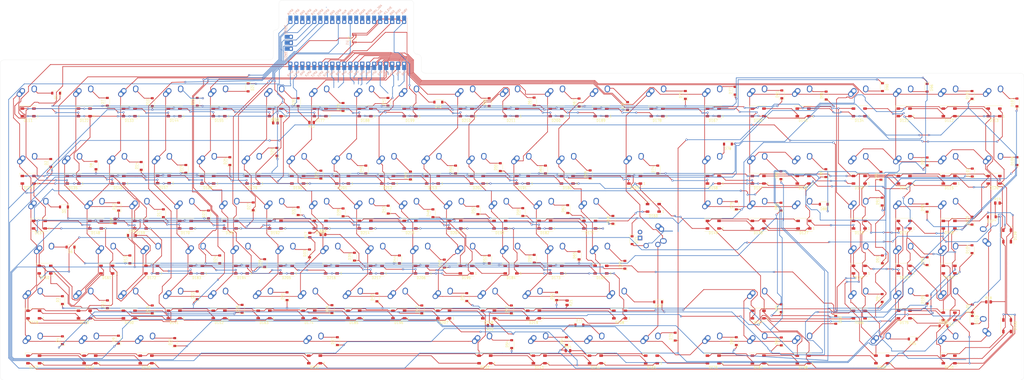
<source format=kicad_pcb>
(kicad_pcb (version 20171130) (host pcbnew "(5.1.4)-1")

  (general
    (thickness 1.6)
    (drawings 22)
    (tracks 4258)
    (zones 0)
    (modules 342)
    (nets 257)
  )

  (page User 499.999 279.4)
  (title_block
    (title 100%-PCB)
    (date 2024-09-19)
    (rev 1.0)
    (company FabiClawZ)
  )

  (layers
    (0 F.Cu signal)
    (31 B.Cu signal)
    (32 B.Adhes user)
    (33 F.Adhes user)
    (34 B.Paste user)
    (35 F.Paste user)
    (36 B.SilkS user)
    (37 F.SilkS user)
    (38 B.Mask user)
    (39 F.Mask user)
    (40 Dwgs.User user)
    (41 Cmts.User user hide)
    (42 Eco1.User user)
    (43 Eco2.User user)
    (44 Edge.Cuts user)
    (45 Margin user)
    (46 B.CrtYd user)
    (47 F.CrtYd user)
    (48 B.Fab user)
    (49 F.Fab user)
  )

  (setup
    (last_trace_width 0.25)
    (trace_clearance 0.2)
    (zone_clearance 0.508)
    (zone_45_only no)
    (trace_min 0.2)
    (via_size 0.8)
    (via_drill 0.4)
    (via_min_size 0.4)
    (via_min_drill 0.3)
    (uvia_size 0.3)
    (uvia_drill 0.1)
    (uvias_allowed no)
    (uvia_min_size 0.2)
    (uvia_min_drill 0.1)
    (edge_width 0.05)
    (segment_width 0.2)
    (pcb_text_width 0.3)
    (pcb_text_size 1.5 1.5)
    (mod_edge_width 0.12)
    (mod_text_size 1 1)
    (mod_text_width 0.15)
    (pad_size 1.524 1.524)
    (pad_drill 0.762)
    (pad_to_mask_clearance 0.051)
    (solder_mask_min_width 0.25)
    (aux_axis_origin 0 0)
    (visible_elements 7FFFFFFF)
    (pcbplotparams
      (layerselection 0x010fc_ffffffff)
      (usegerberextensions false)
      (usegerberattributes false)
      (usegerberadvancedattributes false)
      (creategerberjobfile false)
      (excludeedgelayer true)
      (linewidth 0.100000)
      (plotframeref false)
      (viasonmask false)
      (mode 1)
      (useauxorigin false)
      (hpglpennumber 1)
      (hpglpenspeed 20)
      (hpglpendiameter 15.000000)
      (psnegative false)
      (psa4output false)
      (plotreference true)
      (plotvalue true)
      (plotinvisibletext false)
      (padsonsilk false)
      (subtractmaskfromsilk false)
      (outputformat 1)
      (mirror false)
      (drillshape 0)
      (scaleselection 1)
      (outputdirectory "assembly-files/"))
  )

  (net 0 "")
  (net 1 Row0)
  (net 2 "Net-(D1-Pad2)")
  (net 3 Row1)
  (net 4 "Net-(D2-Pad2)")
  (net 5 Row4)
  (net 6 "Net-(D3-Pad2)")
  (net 7 Row5)
  (net 8 "Net-(D4-Pad2)")
  (net 9 Row2)
  (net 10 "Net-(D5-Pad2)")
  (net 11 Row3)
  (net 12 "Net-(D6-Pad2)")
  (net 13 "Net-(D7-Pad2)")
  (net 14 "Net-(D8-Pad2)")
  (net 15 Row6)
  (net 16 "Net-(D9-Pad2)")
  (net 17 Row9)
  (net 18 "Net-(D10-Pad2)")
  (net 19 "Net-(D11-Pad2)")
  (net 20 "Net-(D12-Pad2)")
  (net 21 "Net-(D13-Pad2)")
  (net 22 Row8)
  (net 23 "Net-(D14-Pad2)")
  (net 24 "Net-(D15-Pad2)")
  (net 25 "Net-(D16-Pad2)")
  (net 26 Row7)
  (net 27 "Net-(D17-Pad2)")
  (net 28 "Net-(D18-Pad2)")
  (net 29 "Net-(D19-Pad2)")
  (net 30 "Net-(D20-Pad2)")
  (net 31 "Net-(D21-Pad2)")
  (net 32 "Net-(D22-Pad2)")
  (net 33 "Net-(D23-Pad2)")
  (net 34 "Net-(D24-Pad2)")
  (net 35 "Net-(D25-Pad2)")
  (net 36 "Net-(D26-Pad2)")
  (net 37 "Net-(D27-Pad2)")
  (net 38 "Net-(D28-Pad2)")
  (net 39 "Net-(D29-Pad2)")
  (net 40 "Net-(D30-Pad2)")
  (net 41 "Net-(D31-Pad2)")
  (net 42 "Net-(D32-Pad2)")
  (net 43 "Net-(D33-Pad2)")
  (net 44 "Net-(D34-Pad2)")
  (net 45 "Net-(D35-Pad2)")
  (net 46 "Net-(D36-Pad2)")
  (net 47 "Net-(D37-Pad2)")
  (net 48 "Net-(D38-Pad2)")
  (net 49 "Net-(D39-Pad2)")
  (net 50 "Net-(D40-Pad2)")
  (net 51 "Net-(D41-Pad2)")
  (net 52 "Net-(D42-Pad2)")
  (net 53 "Net-(D43-Pad2)")
  (net 54 "Net-(D44-Pad2)")
  (net 55 "Net-(D45-Pad2)")
  (net 56 "Net-(D46-Pad2)")
  (net 57 "Net-(D47-Pad2)")
  (net 58 "Net-(D48-Pad2)")
  (net 59 "Net-(D49-Pad2)")
  (net 60 "Net-(D50-Pad2)")
  (net 61 "Net-(D51-Pad2)")
  (net 62 "Net-(D52-Pad2)")
  (net 63 "Net-(D53-Pad2)")
  (net 64 "Net-(D54-Pad2)")
  (net 65 "Net-(D55-Pad2)")
  (net 66 "Net-(D56-Pad2)")
  (net 67 "Net-(D57-Pad2)")
  (net 68 "Net-(D58-Pad2)")
  (net 69 "Net-(D59-Pad2)")
  (net 70 "Net-(D60-Pad2)")
  (net 71 "Net-(D61-Pad2)")
  (net 72 "Net-(D62-Pad2)")
  (net 73 "Net-(D63-Pad2)")
  (net 74 "Net-(D64-Pad2)")
  (net 75 "Net-(D65-Pad2)")
  (net 76 "Net-(D66-Pad2)")
  (net 77 "Net-(D67-Pad2)")
  (net 78 "Net-(D68-Pad2)")
  (net 79 "Net-(D69-Pad2)")
  (net 80 "Net-(D70-Pad2)")
  (net 81 "Net-(D71-Pad2)")
  (net 82 "Net-(D72-Pad2)")
  (net 83 "Net-(D73-Pad2)")
  (net 84 "Net-(D74-Pad2)")
  (net 85 "Net-(D75-Pad2)")
  (net 86 "Net-(D76-Pad2)")
  (net 87 "Net-(D77-Pad2)")
  (net 88 "Net-(D78-Pad2)")
  (net 89 "Net-(D79-Pad2)")
  (net 90 "Net-(D80-Pad2)")
  (net 91 "Net-(D81-Pad2)")
  (net 92 "Net-(D82-Pad2)")
  (net 93 "Net-(D83-Pad2)")
  (net 94 "Net-(D84-Pad2)")
  (net 95 "Net-(D85-Pad2)")
  (net 96 "Net-(D86-Pad2)")
  (net 97 "Net-(D87-Pad2)")
  (net 98 "Net-(D88-Pad2)")
  (net 99 "Net-(D89-Pad2)")
  (net 100 "Net-(D90-Pad2)")
  (net 101 "Net-(D91-Pad2)")
  (net 102 "Net-(D92-Pad2)")
  (net 103 "Net-(D93-Pad2)")
  (net 104 "Net-(D94-Pad2)")
  (net 105 "Net-(D95-Pad2)")
  (net 106 "Net-(D96-Pad2)")
  (net 107 "Net-(D97-Pad2)")
  (net 108 "Net-(D98-Pad2)")
  (net 109 "Net-(D99-Pad2)")
  (net 110 "Net-(D100-Pad2)")
  (net 111 "Net-(D101-Pad2)")
  (net 112 "Net-(D102-Pad2)")
  (net 113 "Net-(D103-Pad2)")
  (net 114 "Net-(D104-Pad2)")
  (net 115 "Net-(D105-Pad2)")
  (net 116 "Net-(D106-Pad2)")
  (net 117 "Net-(D107-Pad2)")
  (net 118 "Net-(D108-Pad2)")
  (net 119 "Net-(D109-Pad2)")
  (net 120 "Net-(D110-Pad2)")
  (net 121 Col0)
  (net 122 Col1)
  (net 123 Col2)
  (net 124 Col3)
  (net 125 Col4)
  (net 126 Col5)
  (net 127 Col6)
  (net 128 Col7)
  (net 129 Col8)
  (net 130 Col9)
  (net 131 Col10)
  (net 132 "Net-(U1-Pad30)")
  (net 133 "Net-(U1-Pad32)")
  (net 134 "Net-(U1-Pad33)")
  (net 135 "Net-(U1-Pad34)")
  (net 136 "Net-(U1-Pad35)")
  (net 137 "Net-(U1-Pad36)")
  (net 138 "Net-(U1-Pad37)")
  (net 139 "Net-(U1-Pad39)")
  (net 140 "Net-(U1-Pad17)")
  (net 141 "Net-(U1-Pad16)")
  (net 142 +5V)
  (net 143 "Net-(D111-Pad2)")
  (net 144 LED_DATA)
  (net 145 GND)
  (net 146 "Net-(D112-Pad2)")
  (net 147 "Net-(D112-Pad4)")
  (net 148 "Net-(D113-Pad2)")
  (net 149 "Net-(D114-Pad2)")
  (net 150 "Net-(D114-Pad4)")
  (net 151 "Net-(D115-Pad2)")
  (net 152 "Net-(D116-Pad2)")
  (net 153 "Net-(D116-Pad4)")
  (net 154 "Net-(D117-Pad2)")
  (net 155 "Net-(D118-Pad2)")
  (net 156 "Net-(D118-Pad4)")
  (net 157 "Net-(D119-Pad2)")
  (net 158 "Net-(D120-Pad2)")
  (net 159 "Net-(D120-Pad4)")
  (net 160 "Net-(D121-Pad2)")
  (net 161 "Net-(D122-Pad2)")
  (net 162 "Net-(D123-Pad4)")
  (net 163 "Net-(D124-Pad2)")
  (net 164 "Net-(D125-Pad4)")
  (net 165 "Net-(D126-Pad2)")
  (net 166 "Net-(D127-Pad4)")
  (net 167 "Net-(D128-Pad2)")
  (net 168 "Net-(D129-Pad4)")
  (net 169 "Net-(D130-Pad2)")
  (net 170 "Net-(D131-Pad4)")
  (net 171 "Net-(D132-Pad2)")
  (net 172 "Net-(D133-Pad2)")
  (net 173 "Net-(D134-Pad4)")
  (net 174 "Net-(D135-Pad2)")
  (net 175 "Net-(D136-Pad4)")
  (net 176 "Net-(D137-Pad2)")
  (net 177 "Net-(D138-Pad4)")
  (net 178 "Net-(D139-Pad2)")
  (net 179 "Net-(D140-Pad4)")
  (net 180 "Net-(D141-Pad2)")
  (net 181 "Net-(D142-Pad4)")
  (net 182 "Net-(D143-Pad2)")
  (net 183 "Net-(D144-Pad2)")
  (net 184 "Net-(D145-Pad4)")
  (net 185 "Net-(D146-Pad2)")
  (net 186 "Net-(D147-Pad4)")
  (net 187 "Net-(D148-Pad2)")
  (net 188 "Net-(D149-Pad4)")
  (net 189 "Net-(D150-Pad2)")
  (net 190 "Net-(D151-Pad4)")
  (net 191 "Net-(D152-Pad2)")
  (net 192 "Net-(D153-Pad4)")
  (net 193 "Net-(D154-Pad2)")
  (net 194 "Net-(D155-Pad2)")
  (net 195 "Net-(D156-Pad4)")
  (net 196 "Net-(D157-Pad2)")
  (net 197 "Net-(D158-Pad4)")
  (net 198 "Net-(D159-Pad2)")
  (net 199 "Net-(D160-Pad4)")
  (net 200 "Net-(D161-Pad2)")
  (net 201 "Net-(D162-Pad4)")
  (net 202 "Net-(D163-Pad2)")
  (net 203 "Net-(D164-Pad4)")
  (net 204 "Net-(D165-Pad2)")
  (net 205 "Net-(D166-Pad2)")
  (net 206 "Net-(D167-Pad4)")
  (net 207 "Net-(D168-Pad2)")
  (net 208 "Net-(D169-Pad4)")
  (net 209 "Net-(D170-Pad2)")
  (net 210 "Net-(D171-Pad4)")
  (net 211 "Net-(D172-Pad2)")
  (net 212 "Net-(D173-Pad4)")
  (net 213 "Net-(D174-Pad2)")
  (net 214 "Net-(D175-Pad4)")
  (net 215 "Net-(D176-Pad2)")
  (net 216 "Net-(D177-Pad2)")
  (net 217 "Net-(D178-Pad4)")
  (net 218 "Net-(D179-Pad2)")
  (net 219 "Net-(D180-Pad4)")
  (net 220 "Net-(D181-Pad2)")
  (net 221 "Net-(D182-Pad4)")
  (net 222 "Net-(D183-Pad2)")
  (net 223 "Net-(D184-Pad4)")
  (net 224 "Net-(D185-Pad2)")
  (net 225 "Net-(D186-Pad4)")
  (net 226 "Net-(D187-Pad2)")
  (net 227 "Net-(D188-Pad2)")
  (net 228 "Net-(D189-Pad4)")
  (net 229 "Net-(D190-Pad2)")
  (net 230 "Net-(D191-Pad4)")
  (net 231 "Net-(D192-Pad2)")
  (net 232 "Net-(D193-Pad4)")
  (net 233 "Net-(D194-Pad2)")
  (net 234 "Net-(D195-Pad4)")
  (net 235 "Net-(D196-Pad2)")
  (net 236 "Net-(D197-Pad4)")
  (net 237 "Net-(D198-Pad2)")
  (net 238 "Net-(D199-Pad2)")
  (net 239 "Net-(D200-Pad4)")
  (net 240 "Net-(D201-Pad2)")
  (net 241 "Net-(D202-Pad4)")
  (net 242 "Net-(D203-Pad2)")
  (net 243 "Net-(D204-Pad4)")
  (net 244 "Net-(D205-Pad2)")
  (net 245 "Net-(D206-Pad4)")
  (net 246 "Net-(D207-Pad2)")
  (net 247 "Net-(D208-Pad4)")
  (net 248 "Net-(D209-Pad2)")
  (net 249 "Net-(D210-Pad2)")
  (net 250 "Net-(D212-Pad2)")
  (net 251 "Net-(D214-Pad2)")
  (net 252 "Net-(D216-Pad2)")
  (net 253 "Net-(D218-Pad2)")
  (net 254 LED_DATA3V3)
  (net 255 "Net-(U1-Pad13)")
  (net 256 "Net-(U1-Pad8)")

  (net_class Default "This is the default net class."
    (clearance 0.2)
    (trace_width 0.25)
    (via_dia 0.8)
    (via_drill 0.4)
    (uvia_dia 0.3)
    (uvia_drill 0.1)
    (add_net +5V)
    (add_net Col0)
    (add_net Col1)
    (add_net Col10)
    (add_net Col2)
    (add_net Col3)
    (add_net Col4)
    (add_net Col5)
    (add_net Col6)
    (add_net Col7)
    (add_net Col8)
    (add_net Col9)
    (add_net GND)
    (add_net LED_DATA)
    (add_net LED_DATA3V3)
    (add_net "Net-(D1-Pad2)")
    (add_net "Net-(D10-Pad2)")
    (add_net "Net-(D100-Pad2)")
    (add_net "Net-(D101-Pad2)")
    (add_net "Net-(D102-Pad2)")
    (add_net "Net-(D103-Pad2)")
    (add_net "Net-(D104-Pad2)")
    (add_net "Net-(D105-Pad2)")
    (add_net "Net-(D106-Pad2)")
    (add_net "Net-(D107-Pad2)")
    (add_net "Net-(D108-Pad2)")
    (add_net "Net-(D109-Pad2)")
    (add_net "Net-(D11-Pad2)")
    (add_net "Net-(D110-Pad2)")
    (add_net "Net-(D111-Pad2)")
    (add_net "Net-(D112-Pad2)")
    (add_net "Net-(D112-Pad4)")
    (add_net "Net-(D113-Pad2)")
    (add_net "Net-(D114-Pad2)")
    (add_net "Net-(D114-Pad4)")
    (add_net "Net-(D115-Pad2)")
    (add_net "Net-(D116-Pad2)")
    (add_net "Net-(D116-Pad4)")
    (add_net "Net-(D117-Pad2)")
    (add_net "Net-(D118-Pad2)")
    (add_net "Net-(D118-Pad4)")
    (add_net "Net-(D119-Pad2)")
    (add_net "Net-(D12-Pad2)")
    (add_net "Net-(D120-Pad2)")
    (add_net "Net-(D120-Pad4)")
    (add_net "Net-(D121-Pad2)")
    (add_net "Net-(D122-Pad2)")
    (add_net "Net-(D123-Pad4)")
    (add_net "Net-(D124-Pad2)")
    (add_net "Net-(D125-Pad4)")
    (add_net "Net-(D126-Pad2)")
    (add_net "Net-(D127-Pad4)")
    (add_net "Net-(D128-Pad2)")
    (add_net "Net-(D129-Pad4)")
    (add_net "Net-(D13-Pad2)")
    (add_net "Net-(D130-Pad2)")
    (add_net "Net-(D131-Pad4)")
    (add_net "Net-(D132-Pad2)")
    (add_net "Net-(D133-Pad2)")
    (add_net "Net-(D134-Pad4)")
    (add_net "Net-(D135-Pad2)")
    (add_net "Net-(D136-Pad4)")
    (add_net "Net-(D137-Pad2)")
    (add_net "Net-(D138-Pad4)")
    (add_net "Net-(D139-Pad2)")
    (add_net "Net-(D14-Pad2)")
    (add_net "Net-(D140-Pad4)")
    (add_net "Net-(D141-Pad2)")
    (add_net "Net-(D142-Pad4)")
    (add_net "Net-(D143-Pad2)")
    (add_net "Net-(D144-Pad2)")
    (add_net "Net-(D145-Pad4)")
    (add_net "Net-(D146-Pad2)")
    (add_net "Net-(D147-Pad4)")
    (add_net "Net-(D148-Pad2)")
    (add_net "Net-(D149-Pad4)")
    (add_net "Net-(D15-Pad2)")
    (add_net "Net-(D150-Pad2)")
    (add_net "Net-(D151-Pad4)")
    (add_net "Net-(D152-Pad2)")
    (add_net "Net-(D153-Pad4)")
    (add_net "Net-(D154-Pad2)")
    (add_net "Net-(D155-Pad2)")
    (add_net "Net-(D156-Pad4)")
    (add_net "Net-(D157-Pad2)")
    (add_net "Net-(D158-Pad4)")
    (add_net "Net-(D159-Pad2)")
    (add_net "Net-(D16-Pad2)")
    (add_net "Net-(D160-Pad4)")
    (add_net "Net-(D161-Pad2)")
    (add_net "Net-(D162-Pad4)")
    (add_net "Net-(D163-Pad2)")
    (add_net "Net-(D164-Pad4)")
    (add_net "Net-(D165-Pad2)")
    (add_net "Net-(D166-Pad2)")
    (add_net "Net-(D167-Pad4)")
    (add_net "Net-(D168-Pad2)")
    (add_net "Net-(D169-Pad4)")
    (add_net "Net-(D17-Pad2)")
    (add_net "Net-(D170-Pad2)")
    (add_net "Net-(D171-Pad4)")
    (add_net "Net-(D172-Pad2)")
    (add_net "Net-(D173-Pad4)")
    (add_net "Net-(D174-Pad2)")
    (add_net "Net-(D175-Pad4)")
    (add_net "Net-(D176-Pad2)")
    (add_net "Net-(D177-Pad2)")
    (add_net "Net-(D178-Pad4)")
    (add_net "Net-(D179-Pad2)")
    (add_net "Net-(D18-Pad2)")
    (add_net "Net-(D180-Pad4)")
    (add_net "Net-(D181-Pad2)")
    (add_net "Net-(D182-Pad4)")
    (add_net "Net-(D183-Pad2)")
    (add_net "Net-(D184-Pad4)")
    (add_net "Net-(D185-Pad2)")
    (add_net "Net-(D186-Pad4)")
    (add_net "Net-(D187-Pad2)")
    (add_net "Net-(D188-Pad2)")
    (add_net "Net-(D189-Pad4)")
    (add_net "Net-(D19-Pad2)")
    (add_net "Net-(D190-Pad2)")
    (add_net "Net-(D191-Pad4)")
    (add_net "Net-(D192-Pad2)")
    (add_net "Net-(D193-Pad4)")
    (add_net "Net-(D194-Pad2)")
    (add_net "Net-(D195-Pad4)")
    (add_net "Net-(D196-Pad2)")
    (add_net "Net-(D197-Pad4)")
    (add_net "Net-(D198-Pad2)")
    (add_net "Net-(D199-Pad2)")
    (add_net "Net-(D2-Pad2)")
    (add_net "Net-(D20-Pad2)")
    (add_net "Net-(D200-Pad4)")
    (add_net "Net-(D201-Pad2)")
    (add_net "Net-(D202-Pad4)")
    (add_net "Net-(D203-Pad2)")
    (add_net "Net-(D204-Pad4)")
    (add_net "Net-(D205-Pad2)")
    (add_net "Net-(D206-Pad4)")
    (add_net "Net-(D207-Pad2)")
    (add_net "Net-(D208-Pad4)")
    (add_net "Net-(D209-Pad2)")
    (add_net "Net-(D21-Pad2)")
    (add_net "Net-(D210-Pad2)")
    (add_net "Net-(D212-Pad2)")
    (add_net "Net-(D214-Pad2)")
    (add_net "Net-(D216-Pad2)")
    (add_net "Net-(D218-Pad2)")
    (add_net "Net-(D22-Pad2)")
    (add_net "Net-(D23-Pad2)")
    (add_net "Net-(D24-Pad2)")
    (add_net "Net-(D25-Pad2)")
    (add_net "Net-(D26-Pad2)")
    (add_net "Net-(D27-Pad2)")
    (add_net "Net-(D28-Pad2)")
    (add_net "Net-(D29-Pad2)")
    (add_net "Net-(D3-Pad2)")
    (add_net "Net-(D30-Pad2)")
    (add_net "Net-(D31-Pad2)")
    (add_net "Net-(D32-Pad2)")
    (add_net "Net-(D33-Pad2)")
    (add_net "Net-(D34-Pad2)")
    (add_net "Net-(D35-Pad2)")
    (add_net "Net-(D36-Pad2)")
    (add_net "Net-(D37-Pad2)")
    (add_net "Net-(D38-Pad2)")
    (add_net "Net-(D39-Pad2)")
    (add_net "Net-(D4-Pad2)")
    (add_net "Net-(D40-Pad2)")
    (add_net "Net-(D41-Pad2)")
    (add_net "Net-(D42-Pad2)")
    (add_net "Net-(D43-Pad2)")
    (add_net "Net-(D44-Pad2)")
    (add_net "Net-(D45-Pad2)")
    (add_net "Net-(D46-Pad2)")
    (add_net "Net-(D47-Pad2)")
    (add_net "Net-(D48-Pad2)")
    (add_net "Net-(D49-Pad2)")
    (add_net "Net-(D5-Pad2)")
    (add_net "Net-(D50-Pad2)")
    (add_net "Net-(D51-Pad2)")
    (add_net "Net-(D52-Pad2)")
    (add_net "Net-(D53-Pad2)")
    (add_net "Net-(D54-Pad2)")
    (add_net "Net-(D55-Pad2)")
    (add_net "Net-(D56-Pad2)")
    (add_net "Net-(D57-Pad2)")
    (add_net "Net-(D58-Pad2)")
    (add_net "Net-(D59-Pad2)")
    (add_net "Net-(D6-Pad2)")
    (add_net "Net-(D60-Pad2)")
    (add_net "Net-(D61-Pad2)")
    (add_net "Net-(D62-Pad2)")
    (add_net "Net-(D63-Pad2)")
    (add_net "Net-(D64-Pad2)")
    (add_net "Net-(D65-Pad2)")
    (add_net "Net-(D66-Pad2)")
    (add_net "Net-(D67-Pad2)")
    (add_net "Net-(D68-Pad2)")
    (add_net "Net-(D69-Pad2)")
    (add_net "Net-(D7-Pad2)")
    (add_net "Net-(D70-Pad2)")
    (add_net "Net-(D71-Pad2)")
    (add_net "Net-(D72-Pad2)")
    (add_net "Net-(D73-Pad2)")
    (add_net "Net-(D74-Pad2)")
    (add_net "Net-(D75-Pad2)")
    (add_net "Net-(D76-Pad2)")
    (add_net "Net-(D77-Pad2)")
    (add_net "Net-(D78-Pad2)")
    (add_net "Net-(D79-Pad2)")
    (add_net "Net-(D8-Pad2)")
    (add_net "Net-(D80-Pad2)")
    (add_net "Net-(D81-Pad2)")
    (add_net "Net-(D82-Pad2)")
    (add_net "Net-(D83-Pad2)")
    (add_net "Net-(D84-Pad2)")
    (add_net "Net-(D85-Pad2)")
    (add_net "Net-(D86-Pad2)")
    (add_net "Net-(D87-Pad2)")
    (add_net "Net-(D88-Pad2)")
    (add_net "Net-(D89-Pad2)")
    (add_net "Net-(D9-Pad2)")
    (add_net "Net-(D90-Pad2)")
    (add_net "Net-(D91-Pad2)")
    (add_net "Net-(D92-Pad2)")
    (add_net "Net-(D93-Pad2)")
    (add_net "Net-(D94-Pad2)")
    (add_net "Net-(D95-Pad2)")
    (add_net "Net-(D96-Pad2)")
    (add_net "Net-(D97-Pad2)")
    (add_net "Net-(D98-Pad2)")
    (add_net "Net-(D99-Pad2)")
    (add_net "Net-(U1-Pad13)")
    (add_net "Net-(U1-Pad16)")
    (add_net "Net-(U1-Pad17)")
    (add_net "Net-(U1-Pad30)")
    (add_net "Net-(U1-Pad32)")
    (add_net "Net-(U1-Pad33)")
    (add_net "Net-(U1-Pad34)")
    (add_net "Net-(U1-Pad35)")
    (add_net "Net-(U1-Pad36)")
    (add_net "Net-(U1-Pad37)")
    (add_net "Net-(U1-Pad39)")
    (add_net "Net-(U1-Pad8)")
    (add_net Row0)
    (add_net Row1)
    (add_net Row2)
    (add_net Row3)
    (add_net Row4)
    (add_net Row5)
    (add_net Row6)
    (add_net Row7)
    (add_net Row8)
    (add_net Row9)
  )

  (module Resistor_SMD:R_0805_2012Metric (layer F.Cu) (tedit 5B36C52B) (tstamp 66EB8956)
    (at 278.13 197.104)
    (descr "Resistor SMD 0805 (2012 Metric), square (rectangular) end terminal, IPC_7351 nominal, (Body size source: https://docs.google.com/spreadsheets/d/1BsfQQcO9C6DZCsRaXUlFlo91Tg2WpOkGARC1WS5S8t0/edit?usp=sharing), generated with kicad-footprint-generator")
    (tags resistor)
    (path /68FD8728)
    (attr smd)
    (fp_text reference R14 (at 0 -1.65) (layer F.SilkS)
      (effects (font (size 1 1) (thickness 0.15)))
    )
    (fp_text value 1k (at 0 1.65) (layer F.Fab)
      (effects (font (size 1 1) (thickness 0.15)))
    )
    (fp_text user %R (at 0 0) (layer F.Fab)
      (effects (font (size 0.5 0.5) (thickness 0.08)))
    )
    (fp_line (start 1.68 0.95) (end -1.68 0.95) (layer F.CrtYd) (width 0.05))
    (fp_line (start 1.68 -0.95) (end 1.68 0.95) (layer F.CrtYd) (width 0.05))
    (fp_line (start -1.68 -0.95) (end 1.68 -0.95) (layer F.CrtYd) (width 0.05))
    (fp_line (start -1.68 0.95) (end -1.68 -0.95) (layer F.CrtYd) (width 0.05))
    (fp_line (start -0.258578 0.71) (end 0.258578 0.71) (layer F.SilkS) (width 0.12))
    (fp_line (start -0.258578 -0.71) (end 0.258578 -0.71) (layer F.SilkS) (width 0.12))
    (fp_line (start 1 0.6) (end -1 0.6) (layer F.Fab) (width 0.1))
    (fp_line (start 1 -0.6) (end 1 0.6) (layer F.Fab) (width 0.1))
    (fp_line (start -1 -0.6) (end 1 -0.6) (layer F.Fab) (width 0.1))
    (fp_line (start -1 0.6) (end -1 -0.6) (layer F.Fab) (width 0.1))
    (pad 2 smd roundrect (at 0.9375 0) (size 0.975 1.4) (layers F.Cu F.Paste F.Mask) (roundrect_rratio 0.25)
      (net 145 GND))
    (pad 1 smd roundrect (at -0.9375 0) (size 0.975 1.4) (layers F.Cu F.Paste F.Mask) (roundrect_rratio 0.25)
      (net 17 Row9))
    (model ${KISYS3DMOD}/Resistor_SMD.3dshapes/R_0805_2012Metric.wrl
      (at (xyz 0 0 0))
      (scale (xyz 1 1 1))
      (rotate (xyz 0 0 0))
    )
  )

  (module Resistor_SMD:R_0805_2012Metric (layer F.Cu) (tedit 5B36C52B) (tstamp 66EB8967)
    (at 174.244 147.828)
    (descr "Resistor SMD 0805 (2012 Metric), square (rectangular) end terminal, IPC_7351 nominal, (Body size source: https://docs.google.com/spreadsheets/d/1BsfQQcO9C6DZCsRaXUlFlo91Tg2WpOkGARC1WS5S8t0/edit?usp=sharing), generated with kicad-footprint-generator")
    (tags resistor)
    (path /68FD848D)
    (attr smd)
    (fp_text reference R15 (at 0 -1.65) (layer F.SilkS)
      (effects (font (size 1 1) (thickness 0.15)))
    )
    (fp_text value 1k (at 0 1.65) (layer F.Fab)
      (effects (font (size 1 1) (thickness 0.15)))
    )
    (fp_text user %R (at 0 0) (layer F.Fab)
      (effects (font (size 0.5 0.5) (thickness 0.08)))
    )
    (fp_line (start 1.68 0.95) (end -1.68 0.95) (layer F.CrtYd) (width 0.05))
    (fp_line (start 1.68 -0.95) (end 1.68 0.95) (layer F.CrtYd) (width 0.05))
    (fp_line (start -1.68 -0.95) (end 1.68 -0.95) (layer F.CrtYd) (width 0.05))
    (fp_line (start -1.68 0.95) (end -1.68 -0.95) (layer F.CrtYd) (width 0.05))
    (fp_line (start -0.258578 0.71) (end 0.258578 0.71) (layer F.SilkS) (width 0.12))
    (fp_line (start -0.258578 -0.71) (end 0.258578 -0.71) (layer F.SilkS) (width 0.12))
    (fp_line (start 1 0.6) (end -1 0.6) (layer F.Fab) (width 0.1))
    (fp_line (start 1 -0.6) (end 1 0.6) (layer F.Fab) (width 0.1))
    (fp_line (start -1 -0.6) (end 1 -0.6) (layer F.Fab) (width 0.1))
    (fp_line (start -1 0.6) (end -1 -0.6) (layer F.Fab) (width 0.1))
    (pad 2 smd roundrect (at 0.9375 0) (size 0.975 1.4) (layers F.Cu F.Paste F.Mask) (roundrect_rratio 0.25)
      (net 15 Row6))
    (pad 1 smd roundrect (at -0.9375 0) (size 0.975 1.4) (layers F.Cu F.Paste F.Mask) (roundrect_rratio 0.25)
      (net 145 GND))
    (model ${KISYS3DMOD}/Resistor_SMD.3dshapes/R_0805_2012Metric.wrl
      (at (xyz 0 0 0))
      (scale (xyz 1 1 1))
      (rotate (xyz 0 0 0))
    )
  )

  (module Resistor_SMD:R_0805_2012Metric (layer F.Cu) (tedit 5B36C52B) (tstamp 66EB89CD)
    (at 277.749 176.784 270)
    (descr "Resistor SMD 0805 (2012 Metric), square (rectangular) end terminal, IPC_7351 nominal, (Body size source: https://docs.google.com/spreadsheets/d/1BsfQQcO9C6DZCsRaXUlFlo91Tg2WpOkGARC1WS5S8t0/edit?usp=sharing), generated with kicad-footprint-generator")
    (tags resistor)
    (path /68E43739)
    (attr smd)
    (fp_text reference R21 (at 0 -1.65 90) (layer F.SilkS)
      (effects (font (size 1 1) (thickness 0.15)))
    )
    (fp_text value 1k (at 0 1.65 90) (layer F.Fab)
      (effects (font (size 1 1) (thickness 0.15)))
    )
    (fp_text user %R (at 0 0 90) (layer F.Fab)
      (effects (font (size 0.5 0.5) (thickness 0.08)))
    )
    (fp_line (start 1.68 0.95) (end -1.68 0.95) (layer F.CrtYd) (width 0.05))
    (fp_line (start 1.68 -0.95) (end 1.68 0.95) (layer F.CrtYd) (width 0.05))
    (fp_line (start -1.68 -0.95) (end 1.68 -0.95) (layer F.CrtYd) (width 0.05))
    (fp_line (start -1.68 0.95) (end -1.68 -0.95) (layer F.CrtYd) (width 0.05))
    (fp_line (start -0.258578 0.71) (end 0.258578 0.71) (layer F.SilkS) (width 0.12))
    (fp_line (start -0.258578 -0.71) (end 0.258578 -0.71) (layer F.SilkS) (width 0.12))
    (fp_line (start 1 0.6) (end -1 0.6) (layer F.Fab) (width 0.1))
    (fp_line (start 1 -0.6) (end 1 0.6) (layer F.Fab) (width 0.1))
    (fp_line (start -1 -0.6) (end 1 -0.6) (layer F.Fab) (width 0.1))
    (fp_line (start -1 0.6) (end -1 -0.6) (layer F.Fab) (width 0.1))
    (pad 2 smd roundrect (at 0.9375 0 270) (size 0.975 1.4) (layers F.Cu F.Paste F.Mask) (roundrect_rratio 0.25)
      (net 145 GND))
    (pad 1 smd roundrect (at -0.9375 0 270) (size 0.975 1.4) (layers F.Cu F.Paste F.Mask) (roundrect_rratio 0.25)
      (net 5 Row4))
    (model ${KISYS3DMOD}/Resistor_SMD.3dshapes/R_0805_2012Metric.wrl
      (at (xyz 0 0 0))
      (scale (xyz 1 1 1))
      (rotate (xyz 0 0 0))
    )
  )

  (module Resistor_SMD:R_0805_2012Metric (layer F.Cu) (tedit 5B36C52B) (tstamp 66EE1D23)
    (at 245.11 186.436 180)
    (descr "Resistor SMD 0805 (2012 Metric), square (rectangular) end terminal, IPC_7351 nominal, (Body size source: https://docs.google.com/spreadsheets/d/1BsfQQcO9C6DZCsRaXUlFlo91Tg2WpOkGARC1WS5S8t0/edit?usp=sharing), generated with kicad-footprint-generator")
    (tags resistor)
    (path /68E43171)
    (attr smd)
    (fp_text reference R20 (at 0 -1.65 180) (layer F.SilkS)
      (effects (font (size 1 1) (thickness 0.15)))
    )
    (fp_text value 1k (at 0 1.65 180) (layer F.Fab)
      (effects (font (size 1 1) (thickness 0.15)))
    )
    (fp_text user %R (at 0 0 180) (layer F.Fab)
      (effects (font (size 0.5 0.5) (thickness 0.08)))
    )
    (fp_line (start 1.68 0.95) (end -1.68 0.95) (layer F.CrtYd) (width 0.05))
    (fp_line (start 1.68 -0.95) (end 1.68 0.95) (layer F.CrtYd) (width 0.05))
    (fp_line (start -1.68 -0.95) (end 1.68 -0.95) (layer F.CrtYd) (width 0.05))
    (fp_line (start -1.68 0.95) (end -1.68 -0.95) (layer F.CrtYd) (width 0.05))
    (fp_line (start -0.258578 0.71) (end 0.258578 0.71) (layer F.SilkS) (width 0.12))
    (fp_line (start -0.258578 -0.71) (end 0.258578 -0.71) (layer F.SilkS) (width 0.12))
    (fp_line (start 1 0.6) (end -1 0.6) (layer F.Fab) (width 0.1))
    (fp_line (start 1 -0.6) (end 1 0.6) (layer F.Fab) (width 0.1))
    (fp_line (start -1 -0.6) (end 1 -0.6) (layer F.Fab) (width 0.1))
    (fp_line (start -1 0.6) (end -1 -0.6) (layer F.Fab) (width 0.1))
    (pad 2 smd roundrect (at 0.9375 0 180) (size 0.975 1.4) (layers F.Cu F.Paste F.Mask) (roundrect_rratio 0.25)
      (net 145 GND))
    (pad 1 smd roundrect (at -0.9375 0 180) (size 0.975 1.4) (layers F.Cu F.Paste F.Mask) (roundrect_rratio 0.25)
      (net 7 Row5))
    (model ${KISYS3DMOD}/Resistor_SMD.3dshapes/R_0805_2012Metric.wrl
      (at (xyz 0 0 0))
      (scale (xyz 1 1 1))
      (rotate (xyz 0 0 0))
    )
  )

  (module Resistor_SMD:R_0805_2012Metric (layer F.Cu) (tedit 5B36C52B) (tstamp 66EB8989)
    (at 168.656 148.082 90)
    (descr "Resistor SMD 0805 (2012 Metric), square (rectangular) end terminal, IPC_7351 nominal, (Body size source: https://docs.google.com/spreadsheets/d/1BsfQQcO9C6DZCsRaXUlFlo91Tg2WpOkGARC1WS5S8t0/edit?usp=sharing), generated with kicad-footprint-generator")
    (tags resistor)
    (path /68E433A0)
    (attr smd)
    (fp_text reference R17 (at 0 -1.65 90) (layer F.SilkS)
      (effects (font (size 1 1) (thickness 0.15)))
    )
    (fp_text value 1k (at 0 1.65 90) (layer F.Fab)
      (effects (font (size 1 1) (thickness 0.15)))
    )
    (fp_text user %R (at 0 0 90) (layer F.Fab)
      (effects (font (size 0.5 0.5) (thickness 0.08)))
    )
    (fp_line (start 1.68 0.95) (end -1.68 0.95) (layer F.CrtYd) (width 0.05))
    (fp_line (start 1.68 -0.95) (end 1.68 0.95) (layer F.CrtYd) (width 0.05))
    (fp_line (start -1.68 -0.95) (end 1.68 -0.95) (layer F.CrtYd) (width 0.05))
    (fp_line (start -1.68 0.95) (end -1.68 -0.95) (layer F.CrtYd) (width 0.05))
    (fp_line (start -0.258578 0.71) (end 0.258578 0.71) (layer F.SilkS) (width 0.12))
    (fp_line (start -0.258578 -0.71) (end 0.258578 -0.71) (layer F.SilkS) (width 0.12))
    (fp_line (start 1 0.6) (end -1 0.6) (layer F.Fab) (width 0.1))
    (fp_line (start 1 -0.6) (end 1 0.6) (layer F.Fab) (width 0.1))
    (fp_line (start -1 -0.6) (end 1 -0.6) (layer F.Fab) (width 0.1))
    (fp_line (start -1 0.6) (end -1 -0.6) (layer F.Fab) (width 0.1))
    (pad 2 smd roundrect (at 0.9375 0 90) (size 0.975 1.4) (layers F.Cu F.Paste F.Mask) (roundrect_rratio 0.25)
      (net 145 GND))
    (pad 1 smd roundrect (at -0.9375 0 90) (size 0.975 1.4) (layers F.Cu F.Paste F.Mask) (roundrect_rratio 0.25)
      (net 11 Row3))
    (model ${KISYS3DMOD}/Resistor_SMD.3dshapes/R_0805_2012Metric.wrl
      (at (xyz 0 0 0))
      (scale (xyz 1 1 1))
      (rotate (xyz 0 0 0))
    )
  )

  (module Resistor_SMD:R_0805_2012Metric (layer F.Cu) (tedit 5B36C52B) (tstamp 66EB8978)
    (at 86.106 142.113 90)
    (descr "Resistor SMD 0805 (2012 Metric), square (rectangular) end terminal, IPC_7351 nominal, (Body size source: https://docs.google.com/spreadsheets/d/1BsfQQcO9C6DZCsRaXUlFlo91Tg2WpOkGARC1WS5S8t0/edit?usp=sharing), generated with kicad-footprint-generator")
    (tags resistor)
    (path /68E42E36)
    (attr smd)
    (fp_text reference R16 (at 0 -1.65 90) (layer F.SilkS)
      (effects (font (size 1 1) (thickness 0.15)))
    )
    (fp_text value 1k (at 0 1.65 90) (layer F.Fab)
      (effects (font (size 1 1) (thickness 0.15)))
    )
    (fp_text user %R (at 0 0 90) (layer F.Fab)
      (effects (font (size 0.5 0.5) (thickness 0.08)))
    )
    (fp_line (start 1.68 0.95) (end -1.68 0.95) (layer F.CrtYd) (width 0.05))
    (fp_line (start 1.68 -0.95) (end 1.68 0.95) (layer F.CrtYd) (width 0.05))
    (fp_line (start -1.68 -0.95) (end 1.68 -0.95) (layer F.CrtYd) (width 0.05))
    (fp_line (start -1.68 0.95) (end -1.68 -0.95) (layer F.CrtYd) (width 0.05))
    (fp_line (start -0.258578 0.71) (end 0.258578 0.71) (layer F.SilkS) (width 0.12))
    (fp_line (start -0.258578 -0.71) (end 0.258578 -0.71) (layer F.SilkS) (width 0.12))
    (fp_line (start 1 0.6) (end -1 0.6) (layer F.Fab) (width 0.1))
    (fp_line (start 1 -0.6) (end 1 0.6) (layer F.Fab) (width 0.1))
    (fp_line (start -1 -0.6) (end 1 -0.6) (layer F.Fab) (width 0.1))
    (fp_line (start -1 0.6) (end -1 -0.6) (layer F.Fab) (width 0.1))
    (pad 2 smd roundrect (at 0.9375 0 90) (size 0.975 1.4) (layers F.Cu F.Paste F.Mask) (roundrect_rratio 0.25)
      (net 9 Row2))
    (pad 1 smd roundrect (at -0.9375 0 90) (size 0.975 1.4) (layers F.Cu F.Paste F.Mask) (roundrect_rratio 0.25)
      (net 145 GND))
    (model ${KISYS3DMOD}/Resistor_SMD.3dshapes/R_0805_2012Metric.wrl
      (at (xyz 0 0 0))
      (scale (xyz 1 1 1))
      (rotate (xyz 0 0 0))
    )
  )

  (module Resistor_SMD:R_0805_2012Metric (layer F.Cu) (tedit 5B36C52B) (tstamp 66EB89AB)
    (at 460.248 134.493)
    (descr "Resistor SMD 0805 (2012 Metric), square (rectangular) end terminal, IPC_7351 nominal, (Body size source: https://docs.google.com/spreadsheets/d/1BsfQQcO9C6DZCsRaXUlFlo91Tg2WpOkGARC1WS5S8t0/edit?usp=sharing), generated with kicad-footprint-generator")
    (tags resistor)
    (path /69062DB2)
    (attr smd)
    (fp_text reference R19 (at 0 -1.65) (layer F.SilkS)
      (effects (font (size 1 1) (thickness 0.15)))
    )
    (fp_text value 1k (at 0 1.65) (layer F.Fab)
      (effects (font (size 1 1) (thickness 0.15)))
    )
    (fp_text user %R (at 0 0) (layer F.Fab)
      (effects (font (size 0.5 0.5) (thickness 0.08)))
    )
    (fp_line (start 1.68 0.95) (end -1.68 0.95) (layer F.CrtYd) (width 0.05))
    (fp_line (start 1.68 -0.95) (end 1.68 0.95) (layer F.CrtYd) (width 0.05))
    (fp_line (start -1.68 -0.95) (end 1.68 -0.95) (layer F.CrtYd) (width 0.05))
    (fp_line (start -1.68 0.95) (end -1.68 -0.95) (layer F.CrtYd) (width 0.05))
    (fp_line (start -0.258578 0.71) (end 0.258578 0.71) (layer F.SilkS) (width 0.12))
    (fp_line (start -0.258578 -0.71) (end 0.258578 -0.71) (layer F.SilkS) (width 0.12))
    (fp_line (start 1 0.6) (end -1 0.6) (layer F.Fab) (width 0.1))
    (fp_line (start 1 -0.6) (end 1 0.6) (layer F.Fab) (width 0.1))
    (fp_line (start -1 -0.6) (end 1 -0.6) (layer F.Fab) (width 0.1))
    (fp_line (start -1 0.6) (end -1 -0.6) (layer F.Fab) (width 0.1))
    (pad 2 smd roundrect (at 0.9375 0) (size 0.975 1.4) (layers F.Cu F.Paste F.Mask) (roundrect_rratio 0.25)
      (net 145 GND))
    (pad 1 smd roundrect (at -0.9375 0) (size 0.975 1.4) (layers F.Cu F.Paste F.Mask) (roundrect_rratio 0.25)
      (net 26 Row7))
    (model ${KISYS3DMOD}/Resistor_SMD.3dshapes/R_0805_2012Metric.wrl
      (at (xyz 0 0 0))
      (scale (xyz 1 1 1))
      (rotate (xyz 0 0 0))
    )
  )

  (module Resistor_SMD:R_0805_2012Metric (layer F.Cu) (tedit 5B36C52B) (tstamp 66EB899A)
    (at 456.438 176.403)
    (descr "Resistor SMD 0805 (2012 Metric), square (rectangular) end terminal, IPC_7351 nominal, (Body size source: https://docs.google.com/spreadsheets/d/1BsfQQcO9C6DZCsRaXUlFlo91Tg2WpOkGARC1WS5S8t0/edit?usp=sharing), generated with kicad-footprint-generator")
    (tags resistor)
    (path /69063009)
    (attr smd)
    (fp_text reference R18 (at 0 -1.65) (layer F.SilkS)
      (effects (font (size 1 1) (thickness 0.15)))
    )
    (fp_text value 1k (at 0 1.65) (layer F.Fab)
      (effects (font (size 1 1) (thickness 0.15)))
    )
    (fp_text user %R (at 0 0) (layer F.Fab)
      (effects (font (size 0.5 0.5) (thickness 0.08)))
    )
    (fp_line (start 1.68 0.95) (end -1.68 0.95) (layer F.CrtYd) (width 0.05))
    (fp_line (start 1.68 -0.95) (end 1.68 0.95) (layer F.CrtYd) (width 0.05))
    (fp_line (start -1.68 -0.95) (end 1.68 -0.95) (layer F.CrtYd) (width 0.05))
    (fp_line (start -1.68 0.95) (end -1.68 -0.95) (layer F.CrtYd) (width 0.05))
    (fp_line (start -0.258578 0.71) (end 0.258578 0.71) (layer F.SilkS) (width 0.12))
    (fp_line (start -0.258578 -0.71) (end 0.258578 -0.71) (layer F.SilkS) (width 0.12))
    (fp_line (start 1 0.6) (end -1 0.6) (layer F.Fab) (width 0.1))
    (fp_line (start 1 -0.6) (end 1 0.6) (layer F.Fab) (width 0.1))
    (fp_line (start -1 -0.6) (end 1 -0.6) (layer F.Fab) (width 0.1))
    (fp_line (start -1 0.6) (end -1 -0.6) (layer F.Fab) (width 0.1))
    (pad 2 smd roundrect (at 0.9375 0) (size 0.975 1.4) (layers F.Cu F.Paste F.Mask) (roundrect_rratio 0.25)
      (net 145 GND))
    (pad 1 smd roundrect (at -0.9375 0) (size 0.975 1.4) (layers F.Cu F.Paste F.Mask) (roundrect_rratio 0.25)
      (net 22 Row8))
    (model ${KISYS3DMOD}/Resistor_SMD.3dshapes/R_0805_2012Metric.wrl
      (at (xyz 0 0 0))
      (scale (xyz 1 1 1))
      (rotate (xyz 0 0 0))
    )
  )

  (module MX_Alps_Hybrid:MX-1U-NoLED (layer F.Cu) (tedit 5A9F5203) (tstamp 66EB8332)
    (at 92.29725 176.62525)
    (path /66F3B3E7)
    (fp_text reference MX51 (at 0 3.175) (layer Dwgs.User)
      (effects (font (size 1 1) (thickness 0.15)))
    )
    (fp_text value MX-NoLED (at 0 -7.9375) (layer Dwgs.User)
      (effects (font (size 1 1) (thickness 0.15)))
    )
    (fp_line (start -9.525 9.525) (end -9.525 -9.525) (layer Dwgs.User) (width 0.15))
    (fp_line (start 9.525 9.525) (end -9.525 9.525) (layer Dwgs.User) (width 0.15))
    (fp_line (start 9.525 -9.525) (end 9.525 9.525) (layer Dwgs.User) (width 0.15))
    (fp_line (start -9.525 -9.525) (end 9.525 -9.525) (layer Dwgs.User) (width 0.15))
    (fp_line (start -7 -7) (end -7 -5) (layer Dwgs.User) (width 0.15))
    (fp_line (start -5 -7) (end -7 -7) (layer Dwgs.User) (width 0.15))
    (fp_line (start -7 7) (end -5 7) (layer Dwgs.User) (width 0.15))
    (fp_line (start -7 5) (end -7 7) (layer Dwgs.User) (width 0.15))
    (fp_line (start 7 7) (end 7 5) (layer Dwgs.User) (width 0.15))
    (fp_line (start 5 7) (end 7 7) (layer Dwgs.User) (width 0.15))
    (fp_line (start 7 -7) (end 7 -5) (layer Dwgs.User) (width 0.15))
    (fp_line (start 5 -7) (end 7 -7) (layer Dwgs.User) (width 0.15))
    (pad "" np_thru_hole circle (at 5.08 0 48.0996) (size 1.75 1.75) (drill 1.75) (layers *.Cu *.Mask))
    (pad "" np_thru_hole circle (at -5.08 0 48.0996) (size 1.75 1.75) (drill 1.75) (layers *.Cu *.Mask))
    (pad 1 thru_hole circle (at -2.5 -4) (size 2.25 2.25) (drill 1.47) (layers *.Cu B.Mask)
      (net 122 Col1))
    (pad "" np_thru_hole circle (at 0 0) (size 3.9878 3.9878) (drill 3.9878) (layers *.Cu *.Mask))
    (pad 1 thru_hole oval (at -3.81 -2.54 48.0996) (size 4.211556 2.25) (drill 1.47 (offset 0.980778 0)) (layers *.Cu B.Mask)
      (net 122 Col1))
    (pad 2 thru_hole circle (at 2.54 -5.08) (size 2.25 2.25) (drill 1.47) (layers *.Cu B.Mask)
      (net 25 "Net-(D16-Pad2)"))
    (pad 2 thru_hole oval (at 2.5 -4.5 86.0548) (size 2.831378 2.25) (drill 1.47 (offset 0.290689 0)) (layers *.Cu B.Mask)
      (net 25 "Net-(D16-Pad2)"))
  )

  (module Diode_SMD:D_SOD-123 (layer F.Cu) (tedit 58645DC7) (tstamp 66EB7A7B)
    (at 282.829 156.718 90)
    (descr SOD-123)
    (tags SOD-123)
    (path /66F8E6DD)
    (attr smd)
    (fp_text reference D65 (at 0 -2 270) (layer F.SilkS)
      (effects (font (size 1 1) (thickness 0.15)))
    )
    (fp_text value D_Small (at 0 2.1 270) (layer F.Fab)
      (effects (font (size 1 1) (thickness 0.15)))
    )
    (fp_line (start -2.25 -1) (end 1.65 -1) (layer F.SilkS) (width 0.12))
    (fp_line (start -2.25 1) (end 1.65 1) (layer F.SilkS) (width 0.12))
    (fp_line (start -2.35 -1.15) (end -2.35 1.15) (layer F.CrtYd) (width 0.05))
    (fp_line (start 2.35 1.15) (end -2.35 1.15) (layer F.CrtYd) (width 0.05))
    (fp_line (start 2.35 -1.15) (end 2.35 1.15) (layer F.CrtYd) (width 0.05))
    (fp_line (start -2.35 -1.15) (end 2.35 -1.15) (layer F.CrtYd) (width 0.05))
    (fp_line (start -1.4 -0.9) (end 1.4 -0.9) (layer F.Fab) (width 0.1))
    (fp_line (start 1.4 -0.9) (end 1.4 0.9) (layer F.Fab) (width 0.1))
    (fp_line (start 1.4 0.9) (end -1.4 0.9) (layer F.Fab) (width 0.1))
    (fp_line (start -1.4 0.9) (end -1.4 -0.9) (layer F.Fab) (width 0.1))
    (fp_line (start -0.75 0) (end -0.35 0) (layer F.Fab) (width 0.1))
    (fp_line (start -0.35 0) (end -0.35 -0.55) (layer F.Fab) (width 0.1))
    (fp_line (start -0.35 0) (end -0.35 0.55) (layer F.Fab) (width 0.1))
    (fp_line (start -0.35 0) (end 0.25 -0.4) (layer F.Fab) (width 0.1))
    (fp_line (start 0.25 -0.4) (end 0.25 0.4) (layer F.Fab) (width 0.1))
    (fp_line (start 0.25 0.4) (end -0.35 0) (layer F.Fab) (width 0.1))
    (fp_line (start 0.25 0) (end 0.75 0) (layer F.Fab) (width 0.1))
    (fp_line (start -2.25 -1) (end -2.25 1) (layer F.SilkS) (width 0.12))
    (fp_text user %R (at 0 -2 270) (layer F.Fab)
      (effects (font (size 1 1) (thickness 0.15)))
    )
    (pad 2 smd rect (at 1.65 0 90) (size 0.9 1.2) (layers F.Cu F.Paste F.Mask)
      (net 75 "Net-(D65-Pad2)"))
    (pad 1 smd rect (at -1.65 0 90) (size 0.9 1.2) (layers F.Cu F.Paste F.Mask)
      (net 11 Row3))
    (model ${KISYS3DMOD}/Diode_SMD.3dshapes/D_SOD-123.wrl
      (at (xyz 0 0 0))
      (scale (xyz 1 1 1))
      (rotate (xyz 0 0 0))
    )
  )

  (module Diode_SMD:D_SOD-123 (layer F.Cu) (tedit 58645DC7) (tstamp 66EB790B)
    (at 225.679 160.147 90)
    (descr SOD-123)
    (tags SOD-123)
    (path /66F8E629)
    (attr smd)
    (fp_text reference D49 (at 0 -2 270) (layer F.SilkS)
      (effects (font (size 1 1) (thickness 0.15)))
    )
    (fp_text value D_Small (at 0 2.1 270) (layer F.Fab)
      (effects (font (size 1 1) (thickness 0.15)))
    )
    (fp_line (start -2.25 -1) (end 1.65 -1) (layer F.SilkS) (width 0.12))
    (fp_line (start -2.25 1) (end 1.65 1) (layer F.SilkS) (width 0.12))
    (fp_line (start -2.35 -1.15) (end -2.35 1.15) (layer F.CrtYd) (width 0.05))
    (fp_line (start 2.35 1.15) (end -2.35 1.15) (layer F.CrtYd) (width 0.05))
    (fp_line (start 2.35 -1.15) (end 2.35 1.15) (layer F.CrtYd) (width 0.05))
    (fp_line (start -2.35 -1.15) (end 2.35 -1.15) (layer F.CrtYd) (width 0.05))
    (fp_line (start -1.4 -0.9) (end 1.4 -0.9) (layer F.Fab) (width 0.1))
    (fp_line (start 1.4 -0.9) (end 1.4 0.9) (layer F.Fab) (width 0.1))
    (fp_line (start 1.4 0.9) (end -1.4 0.9) (layer F.Fab) (width 0.1))
    (fp_line (start -1.4 0.9) (end -1.4 -0.9) (layer F.Fab) (width 0.1))
    (fp_line (start -0.75 0) (end -0.35 0) (layer F.Fab) (width 0.1))
    (fp_line (start -0.35 0) (end -0.35 -0.55) (layer F.Fab) (width 0.1))
    (fp_line (start -0.35 0) (end -0.35 0.55) (layer F.Fab) (width 0.1))
    (fp_line (start -0.35 0) (end 0.25 -0.4) (layer F.Fab) (width 0.1))
    (fp_line (start 0.25 -0.4) (end 0.25 0.4) (layer F.Fab) (width 0.1))
    (fp_line (start 0.25 0.4) (end -0.35 0) (layer F.Fab) (width 0.1))
    (fp_line (start 0.25 0) (end 0.75 0) (layer F.Fab) (width 0.1))
    (fp_line (start -2.25 -1) (end -2.25 1) (layer F.SilkS) (width 0.12))
    (fp_text user %R (at 0 -2 270) (layer F.Fab)
      (effects (font (size 1 1) (thickness 0.15)))
    )
    (pad 2 smd rect (at 1.65 0 90) (size 0.9 1.2) (layers F.Cu F.Paste F.Mask)
      (net 59 "Net-(D49-Pad2)"))
    (pad 1 smd rect (at -1.65 0 90) (size 0.9 1.2) (layers F.Cu F.Paste F.Mask)
      (net 15 Row6))
    (model ${KISYS3DMOD}/Diode_SMD.3dshapes/D_SOD-123.wrl
      (at (xyz 0 0 0))
      (scale (xyz 1 1 1))
      (rotate (xyz 0 0 0))
    )
  )

  (module Package_SO:VSSOP-8_2.3x2mm_P0.5mm (layer F.Cu) (tedit 5A02F25C) (tstamp 66F164CC)
    (at 187.452 64.77 90)
    (descr "VSSOP-8 2.3x2mm Pitch 0.5mm")
    (tags "VSSOP-8 2.3x2mm Pitch 0.5mm")
    (path /67923C1F)
    (attr smd)
    (fp_text reference U2 (at 0 -2 90) (layer F.SilkS)
      (effects (font (size 1 1) (thickness 0.15)))
    )
    (fp_text value 74LVC2T45DC (at 0 2.2 90) (layer F.Fab)
      (effects (font (size 1 1) (thickness 0.15)))
    )
    (fp_text user %R (at 0 0 90) (layer F.Fab)
      (effects (font (size 0.5 0.5) (thickness 0.1)))
    )
    (fp_line (start 1.15 -1) (end 1.15 1) (layer F.Fab) (width 0.1))
    (fp_line (start 1.15 1) (end -1.15 1) (layer F.Fab) (width 0.1))
    (fp_line (start -1.15 1) (end -1.15 -0.45) (layer F.Fab) (width 0.1))
    (fp_line (start -0.6 -1) (end 1.15 -1) (layer F.Fab) (width 0.1))
    (fp_line (start -0.6 -1) (end -1.15 -0.45) (layer F.Fab) (width 0.1))
    (fp_line (start 1.1 -1.1) (end -1.9 -1.1) (layer F.SilkS) (width 0.12))
    (fp_line (start 1.1 1.1) (end -1.1 1.1) (layer F.SilkS) (width 0.12))
    (fp_line (start 2.25 -1.25) (end 2.25 1.25) (layer F.CrtYd) (width 0.05))
    (fp_line (start 2.25 1.25) (end -2.25 1.25) (layer F.CrtYd) (width 0.05))
    (fp_line (start -2.25 1.25) (end -2.25 -1.25) (layer F.CrtYd) (width 0.05))
    (fp_line (start -2.25 -1.25) (end 2.25 -1.25) (layer F.CrtYd) (width 0.05))
    (pad 8 smd rect (at 1.55 -0.75) (size 0.3 0.8) (layers F.Cu F.Paste F.Mask)
      (net 142 +5V))
    (pad 7 smd rect (at 1.55 -0.25) (size 0.3 0.8) (layers F.Cu F.Paste F.Mask)
      (net 144 LED_DATA))
    (pad 6 smd rect (at 1.55 0.25) (size 0.3 0.8) (layers F.Cu F.Paste F.Mask))
    (pad 5 smd rect (at 1.55 0.75) (size 0.3 0.8) (layers F.Cu F.Paste F.Mask)
      (net 137 "Net-(U1-Pad36)"))
    (pad 4 smd rect (at -1.55 0.75) (size 0.3 0.8) (layers F.Cu F.Paste F.Mask)
      (net 145 GND))
    (pad 3 smd rect (at -1.55 0.25) (size 0.3 0.8) (layers F.Cu F.Paste F.Mask))
    (pad 2 smd rect (at -1.55 -0.25) (size 0.3 0.8) (layers F.Cu F.Paste F.Mask)
      (net 254 LED_DATA3V3))
    (pad 1 smd rect (at -1.55 -0.75) (size 0.3 0.8) (layers F.Cu F.Paste F.Mask)
      (net 137 "Net-(U1-Pad36)"))
    (model ${KISYS3DMOD}/Package_SO.3dshapes/VSSOP-8_2.3x2mm_P0.5mm.wrl
      (at (xyz 0 0 0))
      (scale (xyz 1 1 1))
      (rotate (xyz 0 0 0))
    )
  )

  (module LED_SMD:LED_WS2812B_PLCC4_5.0x5.0mm_P3.2mm (layer F.Cu) (tedit 5AA4B285) (tstamp 66EDBF4F)
    (at 439.7375 200.81875 180)
    (descr https://cdn-shop.adafruit.com/datasheets/WS2812B.pdf)
    (tags "LED RGB NeoPixel")
    (path /67348432)
    (attr smd)
    (fp_text reference D220 (at 0 -3.5) (layer F.SilkS)
      (effects (font (size 1 1) (thickness 0.15)))
    )
    (fp_text value WS2812B (at 0 4) (layer F.Fab)
      (effects (font (size 1 1) (thickness 0.15)))
    )
    (fp_circle (center 0 0) (end 0 -2) (layer F.Fab) (width 0.1))
    (fp_line (start 3.65 2.75) (end 3.65 1.6) (layer F.SilkS) (width 0.12))
    (fp_line (start -3.65 2.75) (end 3.65 2.75) (layer F.SilkS) (width 0.12))
    (fp_line (start -3.65 -2.75) (end 3.65 -2.75) (layer F.SilkS) (width 0.12))
    (fp_line (start 2.5 -2.5) (end -2.5 -2.5) (layer F.Fab) (width 0.1))
    (fp_line (start 2.5 2.5) (end 2.5 -2.5) (layer F.Fab) (width 0.1))
    (fp_line (start -2.5 2.5) (end 2.5 2.5) (layer F.Fab) (width 0.1))
    (fp_line (start -2.5 -2.5) (end -2.5 2.5) (layer F.Fab) (width 0.1))
    (fp_line (start 2.5 1.5) (end 1.5 2.5) (layer F.Fab) (width 0.1))
    (fp_line (start -3.45 -2.75) (end -3.45 2.75) (layer F.CrtYd) (width 0.05))
    (fp_line (start -3.45 2.75) (end 3.45 2.75) (layer F.CrtYd) (width 0.05))
    (fp_line (start 3.45 2.75) (end 3.45 -2.75) (layer F.CrtYd) (width 0.05))
    (fp_line (start 3.45 -2.75) (end -3.45 -2.75) (layer F.CrtYd) (width 0.05))
    (fp_text user %R (at 0 0) (layer F.Fab)
      (effects (font (size 0.8 0.8) (thickness 0.15)))
    )
    (fp_text user 1 (at -4.15 -1.6) (layer F.SilkS)
      (effects (font (size 1 1) (thickness 0.15)))
    )
    (pad 1 smd rect (at -2.45 -1.6 180) (size 1.5 1) (layers F.Cu F.Paste F.Mask)
      (net 142 +5V))
    (pad 2 smd rect (at -2.45 1.6 180) (size 1.5 1) (layers F.Cu F.Paste F.Mask))
    (pad 4 smd rect (at 2.45 -1.6 180) (size 1.5 1) (layers F.Cu F.Paste F.Mask)
      (net 248 "Net-(D209-Pad2)"))
    (pad 3 smd rect (at 2.45 1.6 180) (size 1.5 1) (layers F.Cu F.Paste F.Mask)
      (net 145 GND))
    (model ${KISYS3DMOD}/LED_SMD.3dshapes/LED_WS2812B_PLCC4_5.0x5.0mm_P3.2mm.wrl
      (at (xyz 0 0 0))
      (scale (xyz 1 1 1))
      (rotate (xyz 0 0 0))
    )
  )

  (module LED_SMD:LED_WS2812B_PLCC4_5.0x5.0mm_P3.2mm (layer F.Cu) (tedit 5AA4B285) (tstamp 66EDBF38)
    (at 263.525 181.76875 180)
    (descr https://cdn-shop.adafruit.com/datasheets/WS2812B.pdf)
    (tags "LED RGB NeoPixel")
    (path /672EFB78)
    (attr smd)
    (fp_text reference D219 (at 0 -3.5) (layer F.SilkS)
      (effects (font (size 1 1) (thickness 0.15)))
    )
    (fp_text value WS2812B (at 0 4) (layer F.Fab)
      (effects (font (size 1 1) (thickness 0.15)))
    )
    (fp_circle (center 0 0) (end 0 -2) (layer F.Fab) (width 0.1))
    (fp_line (start 3.65 2.75) (end 3.65 1.6) (layer F.SilkS) (width 0.12))
    (fp_line (start -3.65 2.75) (end 3.65 2.75) (layer F.SilkS) (width 0.12))
    (fp_line (start -3.65 -2.75) (end 3.65 -2.75) (layer F.SilkS) (width 0.12))
    (fp_line (start 2.5 -2.5) (end -2.5 -2.5) (layer F.Fab) (width 0.1))
    (fp_line (start 2.5 2.5) (end 2.5 -2.5) (layer F.Fab) (width 0.1))
    (fp_line (start -2.5 2.5) (end 2.5 2.5) (layer F.Fab) (width 0.1))
    (fp_line (start -2.5 -2.5) (end -2.5 2.5) (layer F.Fab) (width 0.1))
    (fp_line (start 2.5 1.5) (end 1.5 2.5) (layer F.Fab) (width 0.1))
    (fp_line (start -3.45 -2.75) (end -3.45 2.75) (layer F.CrtYd) (width 0.05))
    (fp_line (start -3.45 2.75) (end 3.45 2.75) (layer F.CrtYd) (width 0.05))
    (fp_line (start 3.45 2.75) (end 3.45 -2.75) (layer F.CrtYd) (width 0.05))
    (fp_line (start 3.45 -2.75) (end -3.45 -2.75) (layer F.CrtYd) (width 0.05))
    (fp_text user %R (at 0 0) (layer F.Fab)
      (effects (font (size 0.8 0.8) (thickness 0.15)))
    )
    (fp_text user 1 (at -4.15 -1.6) (layer F.SilkS)
      (effects (font (size 1 1) (thickness 0.15)))
    )
    (pad 1 smd rect (at -2.45 -1.6 180) (size 1.5 1) (layers F.Cu F.Paste F.Mask)
      (net 142 +5V))
    (pad 2 smd rect (at -2.45 1.6 180) (size 1.5 1) (layers F.Cu F.Paste F.Mask)
      (net 247 "Net-(D208-Pad4)"))
    (pad 4 smd rect (at 2.45 -1.6 180) (size 1.5 1) (layers F.Cu F.Paste F.Mask)
      (net 253 "Net-(D218-Pad2)"))
    (pad 3 smd rect (at 2.45 1.6 180) (size 1.5 1) (layers F.Cu F.Paste F.Mask)
      (net 145 GND))
    (model ${KISYS3DMOD}/LED_SMD.3dshapes/LED_WS2812B_PLCC4_5.0x5.0mm_P3.2mm.wrl
      (at (xyz 0 0 0))
      (scale (xyz 1 1 1))
      (rotate (xyz 0 0 0))
    )
  )

  (module LED_SMD:LED_WS2812B_PLCC4_5.0x5.0mm_P3.2mm (layer F.Cu) (tedit 5AA4B285) (tstamp 66EDBF21)
    (at 244.475 181.76875 180)
    (descr https://cdn-shop.adafruit.com/datasheets/WS2812B.pdf)
    (tags "LED RGB NeoPixel")
    (path /672EFBEA)
    (attr smd)
    (fp_text reference D218 (at 0 -3.5) (layer F.SilkS)
      (effects (font (size 1 1) (thickness 0.15)))
    )
    (fp_text value WS2812B (at 0 4) (layer F.Fab)
      (effects (font (size 1 1) (thickness 0.15)))
    )
    (fp_circle (center 0 0) (end 0 -2) (layer F.Fab) (width 0.1))
    (fp_line (start 3.65 2.75) (end 3.65 1.6) (layer F.SilkS) (width 0.12))
    (fp_line (start -3.65 2.75) (end 3.65 2.75) (layer F.SilkS) (width 0.12))
    (fp_line (start -3.65 -2.75) (end 3.65 -2.75) (layer F.SilkS) (width 0.12))
    (fp_line (start 2.5 -2.5) (end -2.5 -2.5) (layer F.Fab) (width 0.1))
    (fp_line (start 2.5 2.5) (end 2.5 -2.5) (layer F.Fab) (width 0.1))
    (fp_line (start -2.5 2.5) (end 2.5 2.5) (layer F.Fab) (width 0.1))
    (fp_line (start -2.5 -2.5) (end -2.5 2.5) (layer F.Fab) (width 0.1))
    (fp_line (start 2.5 1.5) (end 1.5 2.5) (layer F.Fab) (width 0.1))
    (fp_line (start -3.45 -2.75) (end -3.45 2.75) (layer F.CrtYd) (width 0.05))
    (fp_line (start -3.45 2.75) (end 3.45 2.75) (layer F.CrtYd) (width 0.05))
    (fp_line (start 3.45 2.75) (end 3.45 -2.75) (layer F.CrtYd) (width 0.05))
    (fp_line (start 3.45 -2.75) (end -3.45 -2.75) (layer F.CrtYd) (width 0.05))
    (fp_text user %R (at 0 0) (layer F.Fab)
      (effects (font (size 0.8 0.8) (thickness 0.15)))
    )
    (fp_text user 1 (at -4.15 -1.6) (layer F.SilkS)
      (effects (font (size 1 1) (thickness 0.15)))
    )
    (pad 1 smd rect (at -2.45 -1.6 180) (size 1.5 1) (layers F.Cu F.Paste F.Mask)
      (net 142 +5V))
    (pad 2 smd rect (at -2.45 1.6 180) (size 1.5 1) (layers F.Cu F.Paste F.Mask)
      (net 253 "Net-(D218-Pad2)"))
    (pad 4 smd rect (at 2.45 -1.6 180) (size 1.5 1) (layers F.Cu F.Paste F.Mask)
      (net 246 "Net-(D207-Pad2)"))
    (pad 3 smd rect (at 2.45 1.6 180) (size 1.5 1) (layers F.Cu F.Paste F.Mask)
      (net 145 GND))
    (model ${KISYS3DMOD}/LED_SMD.3dshapes/LED_WS2812B_PLCC4_5.0x5.0mm_P3.2mm.wrl
      (at (xyz 0 0 0))
      (scale (xyz 1 1 1))
      (rotate (xyz 0 0 0))
    )
  )

  (module LED_SMD:LED_WS2812B_PLCC4_5.0x5.0mm_P3.2mm (layer F.Cu) (tedit 5AA4B285) (tstamp 66EDBF0A)
    (at 196.85 162.71875 180)
    (descr https://cdn-shop.adafruit.com/datasheets/WS2812B.pdf)
    (tags "LED RGB NeoPixel")
    (path /672EFBF0)
    (attr smd)
    (fp_text reference D217 (at 0 -3.5) (layer F.SilkS)
      (effects (font (size 1 1) (thickness 0.15)))
    )
    (fp_text value WS2812B (at 0 4) (layer F.Fab)
      (effects (font (size 1 1) (thickness 0.15)))
    )
    (fp_circle (center 0 0) (end 0 -2) (layer F.Fab) (width 0.1))
    (fp_line (start 3.65 2.75) (end 3.65 1.6) (layer F.SilkS) (width 0.12))
    (fp_line (start -3.65 2.75) (end 3.65 2.75) (layer F.SilkS) (width 0.12))
    (fp_line (start -3.65 -2.75) (end 3.65 -2.75) (layer F.SilkS) (width 0.12))
    (fp_line (start 2.5 -2.5) (end -2.5 -2.5) (layer F.Fab) (width 0.1))
    (fp_line (start 2.5 2.5) (end 2.5 -2.5) (layer F.Fab) (width 0.1))
    (fp_line (start -2.5 2.5) (end 2.5 2.5) (layer F.Fab) (width 0.1))
    (fp_line (start -2.5 -2.5) (end -2.5 2.5) (layer F.Fab) (width 0.1))
    (fp_line (start 2.5 1.5) (end 1.5 2.5) (layer F.Fab) (width 0.1))
    (fp_line (start -3.45 -2.75) (end -3.45 2.75) (layer F.CrtYd) (width 0.05))
    (fp_line (start -3.45 2.75) (end 3.45 2.75) (layer F.CrtYd) (width 0.05))
    (fp_line (start 3.45 2.75) (end 3.45 -2.75) (layer F.CrtYd) (width 0.05))
    (fp_line (start 3.45 -2.75) (end -3.45 -2.75) (layer F.CrtYd) (width 0.05))
    (fp_text user %R (at 0 0) (layer F.Fab)
      (effects (font (size 0.8 0.8) (thickness 0.15)))
    )
    (fp_text user 1 (at -4.15 -1.6) (layer F.SilkS)
      (effects (font (size 1 1) (thickness 0.15)))
    )
    (pad 1 smd rect (at -2.45 -1.6 180) (size 1.5 1) (layers F.Cu F.Paste F.Mask)
      (net 142 +5V))
    (pad 2 smd rect (at -2.45 1.6 180) (size 1.5 1) (layers F.Cu F.Paste F.Mask)
      (net 245 "Net-(D206-Pad4)"))
    (pad 4 smd rect (at 2.45 -1.6 180) (size 1.5 1) (layers F.Cu F.Paste F.Mask)
      (net 252 "Net-(D216-Pad2)"))
    (pad 3 smd rect (at 2.45 1.6 180) (size 1.5 1) (layers F.Cu F.Paste F.Mask)
      (net 145 GND))
    (model ${KISYS3DMOD}/LED_SMD.3dshapes/LED_WS2812B_PLCC4_5.0x5.0mm_P3.2mm.wrl
      (at (xyz 0 0 0))
      (scale (xyz 1 1 1))
      (rotate (xyz 0 0 0))
    )
  )

  (module LED_SMD:LED_WS2812B_PLCC4_5.0x5.0mm_P3.2mm (layer F.Cu) (tedit 5AA4B285) (tstamp 66EDBEF3)
    (at 177.8 162.71875 180)
    (descr https://cdn-shop.adafruit.com/datasheets/WS2812B.pdf)
    (tags "LED RGB NeoPixel")
    (path /672EFC62)
    (attr smd)
    (fp_text reference D216 (at 0 -3.5) (layer F.SilkS)
      (effects (font (size 1 1) (thickness 0.15)))
    )
    (fp_text value WS2812B (at 0 4) (layer F.Fab)
      (effects (font (size 1 1) (thickness 0.15)))
    )
    (fp_circle (center 0 0) (end 0 -2) (layer F.Fab) (width 0.1))
    (fp_line (start 3.65 2.75) (end 3.65 1.6) (layer F.SilkS) (width 0.12))
    (fp_line (start -3.65 2.75) (end 3.65 2.75) (layer F.SilkS) (width 0.12))
    (fp_line (start -3.65 -2.75) (end 3.65 -2.75) (layer F.SilkS) (width 0.12))
    (fp_line (start 2.5 -2.5) (end -2.5 -2.5) (layer F.Fab) (width 0.1))
    (fp_line (start 2.5 2.5) (end 2.5 -2.5) (layer F.Fab) (width 0.1))
    (fp_line (start -2.5 2.5) (end 2.5 2.5) (layer F.Fab) (width 0.1))
    (fp_line (start -2.5 -2.5) (end -2.5 2.5) (layer F.Fab) (width 0.1))
    (fp_line (start 2.5 1.5) (end 1.5 2.5) (layer F.Fab) (width 0.1))
    (fp_line (start -3.45 -2.75) (end -3.45 2.75) (layer F.CrtYd) (width 0.05))
    (fp_line (start -3.45 2.75) (end 3.45 2.75) (layer F.CrtYd) (width 0.05))
    (fp_line (start 3.45 2.75) (end 3.45 -2.75) (layer F.CrtYd) (width 0.05))
    (fp_line (start 3.45 -2.75) (end -3.45 -2.75) (layer F.CrtYd) (width 0.05))
    (fp_text user %R (at 0 0) (layer F.Fab)
      (effects (font (size 0.8 0.8) (thickness 0.15)))
    )
    (fp_text user 1 (at -4.15 -1.6) (layer F.SilkS)
      (effects (font (size 1 1) (thickness 0.15)))
    )
    (pad 1 smd rect (at -2.45 -1.6 180) (size 1.5 1) (layers F.Cu F.Paste F.Mask)
      (net 142 +5V))
    (pad 2 smd rect (at -2.45 1.6 180) (size 1.5 1) (layers F.Cu F.Paste F.Mask)
      (net 252 "Net-(D216-Pad2)"))
    (pad 4 smd rect (at 2.45 -1.6 180) (size 1.5 1) (layers F.Cu F.Paste F.Mask)
      (net 244 "Net-(D205-Pad2)"))
    (pad 3 smd rect (at 2.45 1.6 180) (size 1.5 1) (layers F.Cu F.Paste F.Mask)
      (net 145 GND))
    (model ${KISYS3DMOD}/LED_SMD.3dshapes/LED_WS2812B_PLCC4_5.0x5.0mm_P3.2mm.wrl
      (at (xyz 0 0 0))
      (scale (xyz 1 1 1))
      (rotate (xyz 0 0 0))
    )
  )

  (module LED_SMD:LED_WS2812B_PLCC4_5.0x5.0mm_P3.2mm (layer F.Cu) (tedit 5AA4B285) (tstamp 66EDBEDC)
    (at 211.1375 143.66875 180)
    (descr https://cdn-shop.adafruit.com/datasheets/WS2812B.pdf)
    (tags "LED RGB NeoPixel")
    (path /672EFC68)
    (attr smd)
    (fp_text reference D215 (at 0 -3.5) (layer F.SilkS)
      (effects (font (size 1 1) (thickness 0.15)))
    )
    (fp_text value WS2812B (at 0 4) (layer F.Fab)
      (effects (font (size 1 1) (thickness 0.15)))
    )
    (fp_circle (center 0 0) (end 0 -2) (layer F.Fab) (width 0.1))
    (fp_line (start 3.65 2.75) (end 3.65 1.6) (layer F.SilkS) (width 0.12))
    (fp_line (start -3.65 2.75) (end 3.65 2.75) (layer F.SilkS) (width 0.12))
    (fp_line (start -3.65 -2.75) (end 3.65 -2.75) (layer F.SilkS) (width 0.12))
    (fp_line (start 2.5 -2.5) (end -2.5 -2.5) (layer F.Fab) (width 0.1))
    (fp_line (start 2.5 2.5) (end 2.5 -2.5) (layer F.Fab) (width 0.1))
    (fp_line (start -2.5 2.5) (end 2.5 2.5) (layer F.Fab) (width 0.1))
    (fp_line (start -2.5 -2.5) (end -2.5 2.5) (layer F.Fab) (width 0.1))
    (fp_line (start 2.5 1.5) (end 1.5 2.5) (layer F.Fab) (width 0.1))
    (fp_line (start -3.45 -2.75) (end -3.45 2.75) (layer F.CrtYd) (width 0.05))
    (fp_line (start -3.45 2.75) (end 3.45 2.75) (layer F.CrtYd) (width 0.05))
    (fp_line (start 3.45 2.75) (end 3.45 -2.75) (layer F.CrtYd) (width 0.05))
    (fp_line (start 3.45 -2.75) (end -3.45 -2.75) (layer F.CrtYd) (width 0.05))
    (fp_text user %R (at 0 0) (layer F.Fab)
      (effects (font (size 0.8 0.8) (thickness 0.15)))
    )
    (fp_text user 1 (at -4.15 -1.6) (layer F.SilkS)
      (effects (font (size 1 1) (thickness 0.15)))
    )
    (pad 1 smd rect (at -2.45 -1.6 180) (size 1.5 1) (layers F.Cu F.Paste F.Mask)
      (net 142 +5V))
    (pad 2 smd rect (at -2.45 1.6 180) (size 1.5 1) (layers F.Cu F.Paste F.Mask)
      (net 243 "Net-(D204-Pad4)"))
    (pad 4 smd rect (at 2.45 -1.6 180) (size 1.5 1) (layers F.Cu F.Paste F.Mask)
      (net 251 "Net-(D214-Pad2)"))
    (pad 3 smd rect (at 2.45 1.6 180) (size 1.5 1) (layers F.Cu F.Paste F.Mask)
      (net 145 GND))
    (model ${KISYS3DMOD}/LED_SMD.3dshapes/LED_WS2812B_PLCC4_5.0x5.0mm_P3.2mm.wrl
      (at (xyz 0 0 0))
      (scale (xyz 1 1 1))
      (rotate (xyz 0 0 0))
    )
  )

  (module LED_SMD:LED_WS2812B_PLCC4_5.0x5.0mm_P3.2mm (layer F.Cu) (tedit 5AA4B285) (tstamp 66EDBEC5)
    (at 192.0875 143.66875 180)
    (descr https://cdn-shop.adafruit.com/datasheets/WS2812B.pdf)
    (tags "LED RGB NeoPixel")
    (path /6719C04E)
    (attr smd)
    (fp_text reference D214 (at 0 -3.5) (layer F.SilkS)
      (effects (font (size 1 1) (thickness 0.15)))
    )
    (fp_text value WS2812B (at 0 4) (layer F.Fab)
      (effects (font (size 1 1) (thickness 0.15)))
    )
    (fp_circle (center 0 0) (end 0 -2) (layer F.Fab) (width 0.1))
    (fp_line (start 3.65 2.75) (end 3.65 1.6) (layer F.SilkS) (width 0.12))
    (fp_line (start -3.65 2.75) (end 3.65 2.75) (layer F.SilkS) (width 0.12))
    (fp_line (start -3.65 -2.75) (end 3.65 -2.75) (layer F.SilkS) (width 0.12))
    (fp_line (start 2.5 -2.5) (end -2.5 -2.5) (layer F.Fab) (width 0.1))
    (fp_line (start 2.5 2.5) (end 2.5 -2.5) (layer F.Fab) (width 0.1))
    (fp_line (start -2.5 2.5) (end 2.5 2.5) (layer F.Fab) (width 0.1))
    (fp_line (start -2.5 -2.5) (end -2.5 2.5) (layer F.Fab) (width 0.1))
    (fp_line (start 2.5 1.5) (end 1.5 2.5) (layer F.Fab) (width 0.1))
    (fp_line (start -3.45 -2.75) (end -3.45 2.75) (layer F.CrtYd) (width 0.05))
    (fp_line (start -3.45 2.75) (end 3.45 2.75) (layer F.CrtYd) (width 0.05))
    (fp_line (start 3.45 2.75) (end 3.45 -2.75) (layer F.CrtYd) (width 0.05))
    (fp_line (start 3.45 -2.75) (end -3.45 -2.75) (layer F.CrtYd) (width 0.05))
    (fp_text user %R (at 0 0) (layer F.Fab)
      (effects (font (size 0.8 0.8) (thickness 0.15)))
    )
    (fp_text user 1 (at -4.15 -1.6) (layer F.SilkS)
      (effects (font (size 1 1) (thickness 0.15)))
    )
    (pad 1 smd rect (at -2.45 -1.6 180) (size 1.5 1) (layers F.Cu F.Paste F.Mask)
      (net 142 +5V))
    (pad 2 smd rect (at -2.45 1.6 180) (size 1.5 1) (layers F.Cu F.Paste F.Mask)
      (net 251 "Net-(D214-Pad2)"))
    (pad 4 smd rect (at 2.45 -1.6 180) (size 1.5 1) (layers F.Cu F.Paste F.Mask)
      (net 242 "Net-(D203-Pad2)"))
    (pad 3 smd rect (at 2.45 1.6 180) (size 1.5 1) (layers F.Cu F.Paste F.Mask)
      (net 145 GND))
    (model ${KISYS3DMOD}/LED_SMD.3dshapes/LED_WS2812B_PLCC4_5.0x5.0mm_P3.2mm.wrl
      (at (xyz 0 0 0))
      (scale (xyz 1 1 1))
      (rotate (xyz 0 0 0))
    )
  )

  (module LED_SMD:LED_WS2812B_PLCC4_5.0x5.0mm_P3.2mm (layer F.Cu) (tedit 5AA4B285) (tstamp 66EDBEAE)
    (at 220.6625 124.61875 180)
    (descr https://cdn-shop.adafruit.com/datasheets/WS2812B.pdf)
    (tags "LED RGB NeoPixel")
    (path /67149C4C)
    (attr smd)
    (fp_text reference D213 (at 0 -3.5) (layer F.SilkS)
      (effects (font (size 1 1) (thickness 0.15)))
    )
    (fp_text value WS2812B (at 0 4) (layer F.Fab)
      (effects (font (size 1 1) (thickness 0.15)))
    )
    (fp_circle (center 0 0) (end 0 -2) (layer F.Fab) (width 0.1))
    (fp_line (start 3.65 2.75) (end 3.65 1.6) (layer F.SilkS) (width 0.12))
    (fp_line (start -3.65 2.75) (end 3.65 2.75) (layer F.SilkS) (width 0.12))
    (fp_line (start -3.65 -2.75) (end 3.65 -2.75) (layer F.SilkS) (width 0.12))
    (fp_line (start 2.5 -2.5) (end -2.5 -2.5) (layer F.Fab) (width 0.1))
    (fp_line (start 2.5 2.5) (end 2.5 -2.5) (layer F.Fab) (width 0.1))
    (fp_line (start -2.5 2.5) (end 2.5 2.5) (layer F.Fab) (width 0.1))
    (fp_line (start -2.5 -2.5) (end -2.5 2.5) (layer F.Fab) (width 0.1))
    (fp_line (start 2.5 1.5) (end 1.5 2.5) (layer F.Fab) (width 0.1))
    (fp_line (start -3.45 -2.75) (end -3.45 2.75) (layer F.CrtYd) (width 0.05))
    (fp_line (start -3.45 2.75) (end 3.45 2.75) (layer F.CrtYd) (width 0.05))
    (fp_line (start 3.45 2.75) (end 3.45 -2.75) (layer F.CrtYd) (width 0.05))
    (fp_line (start 3.45 -2.75) (end -3.45 -2.75) (layer F.CrtYd) (width 0.05))
    (fp_text user %R (at 0 0) (layer F.Fab)
      (effects (font (size 0.8 0.8) (thickness 0.15)))
    )
    (fp_text user 1 (at -4.15 -1.6) (layer F.SilkS)
      (effects (font (size 1 1) (thickness 0.15)))
    )
    (pad 1 smd rect (at -2.45 -1.6 180) (size 1.5 1) (layers F.Cu F.Paste F.Mask)
      (net 142 +5V))
    (pad 2 smd rect (at -2.45 1.6 180) (size 1.5 1) (layers F.Cu F.Paste F.Mask)
      (net 241 "Net-(D202-Pad4)"))
    (pad 4 smd rect (at 2.45 -1.6 180) (size 1.5 1) (layers F.Cu F.Paste F.Mask)
      (net 250 "Net-(D212-Pad2)"))
    (pad 3 smd rect (at 2.45 1.6 180) (size 1.5 1) (layers F.Cu F.Paste F.Mask)
      (net 145 GND))
    (model ${KISYS3DMOD}/LED_SMD.3dshapes/LED_WS2812B_PLCC4_5.0x5.0mm_P3.2mm.wrl
      (at (xyz 0 0 0))
      (scale (xyz 1 1 1))
      (rotate (xyz 0 0 0))
    )
  )

  (module LED_SMD:LED_WS2812B_PLCC4_5.0x5.0mm_P3.2mm (layer F.Cu) (tedit 5AA4B285) (tstamp 66EDBE97)
    (at 201.6125 124.61875 180)
    (descr https://cdn-shop.adafruit.com/datasheets/WS2812B.pdf)
    (tags "LED RGB NeoPixel")
    (path /670F5FE6)
    (attr smd)
    (fp_text reference D212 (at 0 -3.5) (layer F.SilkS)
      (effects (font (size 1 1) (thickness 0.15)))
    )
    (fp_text value WS2812B (at 0 4) (layer F.Fab)
      (effects (font (size 1 1) (thickness 0.15)))
    )
    (fp_circle (center 0 0) (end 0 -2) (layer F.Fab) (width 0.1))
    (fp_line (start 3.65 2.75) (end 3.65 1.6) (layer F.SilkS) (width 0.12))
    (fp_line (start -3.65 2.75) (end 3.65 2.75) (layer F.SilkS) (width 0.12))
    (fp_line (start -3.65 -2.75) (end 3.65 -2.75) (layer F.SilkS) (width 0.12))
    (fp_line (start 2.5 -2.5) (end -2.5 -2.5) (layer F.Fab) (width 0.1))
    (fp_line (start 2.5 2.5) (end 2.5 -2.5) (layer F.Fab) (width 0.1))
    (fp_line (start -2.5 2.5) (end 2.5 2.5) (layer F.Fab) (width 0.1))
    (fp_line (start -2.5 -2.5) (end -2.5 2.5) (layer F.Fab) (width 0.1))
    (fp_line (start 2.5 1.5) (end 1.5 2.5) (layer F.Fab) (width 0.1))
    (fp_line (start -3.45 -2.75) (end -3.45 2.75) (layer F.CrtYd) (width 0.05))
    (fp_line (start -3.45 2.75) (end 3.45 2.75) (layer F.CrtYd) (width 0.05))
    (fp_line (start 3.45 2.75) (end 3.45 -2.75) (layer F.CrtYd) (width 0.05))
    (fp_line (start 3.45 -2.75) (end -3.45 -2.75) (layer F.CrtYd) (width 0.05))
    (fp_text user %R (at 0 0) (layer F.Fab)
      (effects (font (size 0.8 0.8) (thickness 0.15)))
    )
    (fp_text user 1 (at -4.15 -1.6) (layer F.SilkS)
      (effects (font (size 1 1) (thickness 0.15)))
    )
    (pad 1 smd rect (at -2.45 -1.6 180) (size 1.5 1) (layers F.Cu F.Paste F.Mask)
      (net 142 +5V))
    (pad 2 smd rect (at -2.45 1.6 180) (size 1.5 1) (layers F.Cu F.Paste F.Mask)
      (net 250 "Net-(D212-Pad2)"))
    (pad 4 smd rect (at 2.45 -1.6 180) (size 1.5 1) (layers F.Cu F.Paste F.Mask)
      (net 240 "Net-(D201-Pad2)"))
    (pad 3 smd rect (at 2.45 1.6 180) (size 1.5 1) (layers F.Cu F.Paste F.Mask)
      (net 145 GND))
    (model ${KISYS3DMOD}/LED_SMD.3dshapes/LED_WS2812B_PLCC4_5.0x5.0mm_P3.2mm.wrl
      (at (xyz 0 0 0))
      (scale (xyz 1 1 1))
      (rotate (xyz 0 0 0))
    )
  )

  (module LED_SMD:LED_WS2812B_PLCC4_5.0x5.0mm_P3.2mm (layer F.Cu) (tedit 5AA4B285) (tstamp 66EDBE80)
    (at 254 96.04375 180)
    (descr https://cdn-shop.adafruit.com/datasheets/WS2812B.pdf)
    (tags "LED RGB NeoPixel")
    (path /670A6D44)
    (attr smd)
    (fp_text reference D211 (at 0 -3.5) (layer F.SilkS)
      (effects (font (size 1 1) (thickness 0.15)))
    )
    (fp_text value WS2812B (at 0 4) (layer F.Fab)
      (effects (font (size 1 1) (thickness 0.15)))
    )
    (fp_circle (center 0 0) (end 0 -2) (layer F.Fab) (width 0.1))
    (fp_line (start 3.65 2.75) (end 3.65 1.6) (layer F.SilkS) (width 0.12))
    (fp_line (start -3.65 2.75) (end 3.65 2.75) (layer F.SilkS) (width 0.12))
    (fp_line (start -3.65 -2.75) (end 3.65 -2.75) (layer F.SilkS) (width 0.12))
    (fp_line (start 2.5 -2.5) (end -2.5 -2.5) (layer F.Fab) (width 0.1))
    (fp_line (start 2.5 2.5) (end 2.5 -2.5) (layer F.Fab) (width 0.1))
    (fp_line (start -2.5 2.5) (end 2.5 2.5) (layer F.Fab) (width 0.1))
    (fp_line (start -2.5 -2.5) (end -2.5 2.5) (layer F.Fab) (width 0.1))
    (fp_line (start 2.5 1.5) (end 1.5 2.5) (layer F.Fab) (width 0.1))
    (fp_line (start -3.45 -2.75) (end -3.45 2.75) (layer F.CrtYd) (width 0.05))
    (fp_line (start -3.45 2.75) (end 3.45 2.75) (layer F.CrtYd) (width 0.05))
    (fp_line (start 3.45 2.75) (end 3.45 -2.75) (layer F.CrtYd) (width 0.05))
    (fp_line (start 3.45 -2.75) (end -3.45 -2.75) (layer F.CrtYd) (width 0.05))
    (fp_text user %R (at 0 0) (layer F.Fab)
      (effects (font (size 0.8 0.8) (thickness 0.15)))
    )
    (fp_text user 1 (at -4.15 -1.6) (layer F.SilkS)
      (effects (font (size 1 1) (thickness 0.15)))
    )
    (pad 1 smd rect (at -2.45 -1.6 180) (size 1.5 1) (layers F.Cu F.Paste F.Mask)
      (net 142 +5V))
    (pad 2 smd rect (at -2.45 1.6 180) (size 1.5 1) (layers F.Cu F.Paste F.Mask)
      (net 239 "Net-(D200-Pad4)"))
    (pad 4 smd rect (at 2.45 -1.6 180) (size 1.5 1) (layers F.Cu F.Paste F.Mask)
      (net 249 "Net-(D210-Pad2)"))
    (pad 3 smd rect (at 2.45 1.6 180) (size 1.5 1) (layers F.Cu F.Paste F.Mask)
      (net 145 GND))
    (model ${KISYS3DMOD}/LED_SMD.3dshapes/LED_WS2812B_PLCC4_5.0x5.0mm_P3.2mm.wrl
      (at (xyz 0 0 0))
      (scale (xyz 1 1 1))
      (rotate (xyz 0 0 0))
    )
  )

  (module LED_SMD:LED_WS2812B_PLCC4_5.0x5.0mm_P3.2mm (layer F.Cu) (tedit 5AA4B285) (tstamp 66EDBE69)
    (at 234.95 96.04375 180)
    (descr https://cdn-shop.adafruit.com/datasheets/WS2812B.pdf)
    (tags "LED RGB NeoPixel")
    (path /67003AA8)
    (attr smd)
    (fp_text reference D210 (at 0 -3.5) (layer F.SilkS)
      (effects (font (size 1 1) (thickness 0.15)))
    )
    (fp_text value WS2812B (at 0 4) (layer F.Fab)
      (effects (font (size 1 1) (thickness 0.15)))
    )
    (fp_circle (center 0 0) (end 0 -2) (layer F.Fab) (width 0.1))
    (fp_line (start 3.65 2.75) (end 3.65 1.6) (layer F.SilkS) (width 0.12))
    (fp_line (start -3.65 2.75) (end 3.65 2.75) (layer F.SilkS) (width 0.12))
    (fp_line (start -3.65 -2.75) (end 3.65 -2.75) (layer F.SilkS) (width 0.12))
    (fp_line (start 2.5 -2.5) (end -2.5 -2.5) (layer F.Fab) (width 0.1))
    (fp_line (start 2.5 2.5) (end 2.5 -2.5) (layer F.Fab) (width 0.1))
    (fp_line (start -2.5 2.5) (end 2.5 2.5) (layer F.Fab) (width 0.1))
    (fp_line (start -2.5 -2.5) (end -2.5 2.5) (layer F.Fab) (width 0.1))
    (fp_line (start 2.5 1.5) (end 1.5 2.5) (layer F.Fab) (width 0.1))
    (fp_line (start -3.45 -2.75) (end -3.45 2.75) (layer F.CrtYd) (width 0.05))
    (fp_line (start -3.45 2.75) (end 3.45 2.75) (layer F.CrtYd) (width 0.05))
    (fp_line (start 3.45 2.75) (end 3.45 -2.75) (layer F.CrtYd) (width 0.05))
    (fp_line (start 3.45 -2.75) (end -3.45 -2.75) (layer F.CrtYd) (width 0.05))
    (fp_text user %R (at 0 0) (layer F.Fab)
      (effects (font (size 0.8 0.8) (thickness 0.15)))
    )
    (fp_text user 1 (at -4.15 -1.6) (layer F.SilkS)
      (effects (font (size 1 1) (thickness 0.15)))
    )
    (pad 1 smd rect (at -2.45 -1.6 180) (size 1.5 1) (layers F.Cu F.Paste F.Mask)
      (net 142 +5V))
    (pad 2 smd rect (at -2.45 1.6 180) (size 1.5 1) (layers F.Cu F.Paste F.Mask)
      (net 249 "Net-(D210-Pad2)"))
    (pad 4 smd rect (at 2.45 -1.6 180) (size 1.5 1) (layers F.Cu F.Paste F.Mask)
      (net 238 "Net-(D199-Pad2)"))
    (pad 3 smd rect (at 2.45 1.6 180) (size 1.5 1) (layers F.Cu F.Paste F.Mask)
      (net 145 GND))
    (model ${KISYS3DMOD}/LED_SMD.3dshapes/LED_WS2812B_PLCC4_5.0x5.0mm_P3.2mm.wrl
      (at (xyz 0 0 0))
      (scale (xyz 1 1 1))
      (rotate (xyz 0 0 0))
    )
  )

  (module LED_SMD:LED_WS2812B_PLCC4_5.0x5.0mm_P3.2mm (layer F.Cu) (tedit 5AA4B285) (tstamp 66EDBE52)
    (at 411.1625 200.81875 180)
    (descr https://cdn-shop.adafruit.com/datasheets/WS2812B.pdf)
    (tags "LED RGB NeoPixel")
    (path /6734842C)
    (attr smd)
    (fp_text reference D209 (at 0 -3.5) (layer F.SilkS)
      (effects (font (size 1 1) (thickness 0.15)))
    )
    (fp_text value WS2812B (at 0 4) (layer F.Fab)
      (effects (font (size 1 1) (thickness 0.15)))
    )
    (fp_circle (center 0 0) (end 0 -2) (layer F.Fab) (width 0.1))
    (fp_line (start 3.65 2.75) (end 3.65 1.6) (layer F.SilkS) (width 0.12))
    (fp_line (start -3.65 2.75) (end 3.65 2.75) (layer F.SilkS) (width 0.12))
    (fp_line (start -3.65 -2.75) (end 3.65 -2.75) (layer F.SilkS) (width 0.12))
    (fp_line (start 2.5 -2.5) (end -2.5 -2.5) (layer F.Fab) (width 0.1))
    (fp_line (start 2.5 2.5) (end 2.5 -2.5) (layer F.Fab) (width 0.1))
    (fp_line (start -2.5 2.5) (end 2.5 2.5) (layer F.Fab) (width 0.1))
    (fp_line (start -2.5 -2.5) (end -2.5 2.5) (layer F.Fab) (width 0.1))
    (fp_line (start 2.5 1.5) (end 1.5 2.5) (layer F.Fab) (width 0.1))
    (fp_line (start -3.45 -2.75) (end -3.45 2.75) (layer F.CrtYd) (width 0.05))
    (fp_line (start -3.45 2.75) (end 3.45 2.75) (layer F.CrtYd) (width 0.05))
    (fp_line (start 3.45 2.75) (end 3.45 -2.75) (layer F.CrtYd) (width 0.05))
    (fp_line (start 3.45 -2.75) (end -3.45 -2.75) (layer F.CrtYd) (width 0.05))
    (fp_text user %R (at 0 0) (layer F.Fab)
      (effects (font (size 0.8 0.8) (thickness 0.15)))
    )
    (fp_text user 1 (at -4.15 -1.6) (layer F.SilkS)
      (effects (font (size 1 1) (thickness 0.15)))
    )
    (pad 1 smd rect (at -2.45 -1.6 180) (size 1.5 1) (layers F.Cu F.Paste F.Mask)
      (net 142 +5V))
    (pad 2 smd rect (at -2.45 1.6 180) (size 1.5 1) (layers F.Cu F.Paste F.Mask)
      (net 248 "Net-(D209-Pad2)"))
    (pad 4 smd rect (at 2.45 -1.6 180) (size 1.5 1) (layers F.Cu F.Paste F.Mask)
      (net 237 "Net-(D198-Pad2)"))
    (pad 3 smd rect (at 2.45 1.6 180) (size 1.5 1) (layers F.Cu F.Paste F.Mask)
      (net 145 GND))
    (model ${KISYS3DMOD}/LED_SMD.3dshapes/LED_WS2812B_PLCC4_5.0x5.0mm_P3.2mm.wrl
      (at (xyz 0 0 0))
      (scale (xyz 1 1 1))
      (rotate (xyz 0 0 0))
    )
  )

  (module LED_SMD:LED_WS2812B_PLCC4_5.0x5.0mm_P3.2mm (layer F.Cu) (tedit 5AA4B285) (tstamp 66EDBE3B)
    (at 300.0375 181.76875 180)
    (descr https://cdn-shop.adafruit.com/datasheets/WS2812B.pdf)
    (tags "LED RGB NeoPixel")
    (path /672EFB7E)
    (attr smd)
    (fp_text reference D208 (at 0 -3.5) (layer F.SilkS)
      (effects (font (size 1 1) (thickness 0.15)))
    )
    (fp_text value WS2812B (at 0 4) (layer F.Fab)
      (effects (font (size 1 1) (thickness 0.15)))
    )
    (fp_circle (center 0 0) (end 0 -2) (layer F.Fab) (width 0.1))
    (fp_line (start 3.65 2.75) (end 3.65 1.6) (layer F.SilkS) (width 0.12))
    (fp_line (start -3.65 2.75) (end 3.65 2.75) (layer F.SilkS) (width 0.12))
    (fp_line (start -3.65 -2.75) (end 3.65 -2.75) (layer F.SilkS) (width 0.12))
    (fp_line (start 2.5 -2.5) (end -2.5 -2.5) (layer F.Fab) (width 0.1))
    (fp_line (start 2.5 2.5) (end 2.5 -2.5) (layer F.Fab) (width 0.1))
    (fp_line (start -2.5 2.5) (end 2.5 2.5) (layer F.Fab) (width 0.1))
    (fp_line (start -2.5 -2.5) (end -2.5 2.5) (layer F.Fab) (width 0.1))
    (fp_line (start 2.5 1.5) (end 1.5 2.5) (layer F.Fab) (width 0.1))
    (fp_line (start -3.45 -2.75) (end -3.45 2.75) (layer F.CrtYd) (width 0.05))
    (fp_line (start -3.45 2.75) (end 3.45 2.75) (layer F.CrtYd) (width 0.05))
    (fp_line (start 3.45 2.75) (end 3.45 -2.75) (layer F.CrtYd) (width 0.05))
    (fp_line (start 3.45 -2.75) (end -3.45 -2.75) (layer F.CrtYd) (width 0.05))
    (fp_text user %R (at 0 0) (layer F.Fab)
      (effects (font (size 0.8 0.8) (thickness 0.15)))
    )
    (fp_text user 1 (at -4.15 -1.6) (layer F.SilkS)
      (effects (font (size 1 1) (thickness 0.15)))
    )
    (pad 1 smd rect (at -2.45 -1.6 180) (size 1.5 1) (layers F.Cu F.Paste F.Mask)
      (net 142 +5V))
    (pad 2 smd rect (at -2.45 1.6 180) (size 1.5 1) (layers F.Cu F.Paste F.Mask)
      (net 236 "Net-(D197-Pad4)"))
    (pad 4 smd rect (at 2.45 -1.6 180) (size 1.5 1) (layers F.Cu F.Paste F.Mask)
      (net 247 "Net-(D208-Pad4)"))
    (pad 3 smd rect (at 2.45 1.6 180) (size 1.5 1) (layers F.Cu F.Paste F.Mask)
      (net 145 GND))
    (model ${KISYS3DMOD}/LED_SMD.3dshapes/LED_WS2812B_PLCC4_5.0x5.0mm_P3.2mm.wrl
      (at (xyz 0 0 0))
      (scale (xyz 1 1 1))
      (rotate (xyz 0 0 0))
    )
  )

  (module LED_SMD:LED_WS2812B_PLCC4_5.0x5.0mm_P3.2mm (layer F.Cu) (tedit 5AA4B285) (tstamp 66EDBE24)
    (at 225.425 181.76875 180)
    (descr https://cdn-shop.adafruit.com/datasheets/WS2812B.pdf)
    (tags "LED RGB NeoPixel")
    (path /672EFBE4)
    (attr smd)
    (fp_text reference D207 (at 0 -3.5) (layer F.SilkS)
      (effects (font (size 1 1) (thickness 0.15)))
    )
    (fp_text value WS2812B (at 0 4) (layer F.Fab)
      (effects (font (size 1 1) (thickness 0.15)))
    )
    (fp_circle (center 0 0) (end 0 -2) (layer F.Fab) (width 0.1))
    (fp_line (start 3.65 2.75) (end 3.65 1.6) (layer F.SilkS) (width 0.12))
    (fp_line (start -3.65 2.75) (end 3.65 2.75) (layer F.SilkS) (width 0.12))
    (fp_line (start -3.65 -2.75) (end 3.65 -2.75) (layer F.SilkS) (width 0.12))
    (fp_line (start 2.5 -2.5) (end -2.5 -2.5) (layer F.Fab) (width 0.1))
    (fp_line (start 2.5 2.5) (end 2.5 -2.5) (layer F.Fab) (width 0.1))
    (fp_line (start -2.5 2.5) (end 2.5 2.5) (layer F.Fab) (width 0.1))
    (fp_line (start -2.5 -2.5) (end -2.5 2.5) (layer F.Fab) (width 0.1))
    (fp_line (start 2.5 1.5) (end 1.5 2.5) (layer F.Fab) (width 0.1))
    (fp_line (start -3.45 -2.75) (end -3.45 2.75) (layer F.CrtYd) (width 0.05))
    (fp_line (start -3.45 2.75) (end 3.45 2.75) (layer F.CrtYd) (width 0.05))
    (fp_line (start 3.45 2.75) (end 3.45 -2.75) (layer F.CrtYd) (width 0.05))
    (fp_line (start 3.45 -2.75) (end -3.45 -2.75) (layer F.CrtYd) (width 0.05))
    (fp_text user %R (at 0 0) (layer F.Fab)
      (effects (font (size 0.8 0.8) (thickness 0.15)))
    )
    (fp_text user 1 (at -4.15 -1.6) (layer F.SilkS)
      (effects (font (size 1 1) (thickness 0.15)))
    )
    (pad 1 smd rect (at -2.45 -1.6 180) (size 1.5 1) (layers F.Cu F.Paste F.Mask)
      (net 142 +5V))
    (pad 2 smd rect (at -2.45 1.6 180) (size 1.5 1) (layers F.Cu F.Paste F.Mask)
      (net 246 "Net-(D207-Pad2)"))
    (pad 4 smd rect (at 2.45 -1.6 180) (size 1.5 1) (layers F.Cu F.Paste F.Mask)
      (net 235 "Net-(D196-Pad2)"))
    (pad 3 smd rect (at 2.45 1.6 180) (size 1.5 1) (layers F.Cu F.Paste F.Mask)
      (net 145 GND))
    (model ${KISYS3DMOD}/LED_SMD.3dshapes/LED_WS2812B_PLCC4_5.0x5.0mm_P3.2mm.wrl
      (at (xyz 0 0 0))
      (scale (xyz 1 1 1))
      (rotate (xyz 0 0 0))
    )
  )

  (module LED_SMD:LED_WS2812B_PLCC4_5.0x5.0mm_P3.2mm (layer F.Cu) (tedit 5AA4B285) (tstamp 66EDBE0D)
    (at 215.9 162.71875 180)
    (descr https://cdn-shop.adafruit.com/datasheets/WS2812B.pdf)
    (tags "LED RGB NeoPixel")
    (path /672EFBF6)
    (attr smd)
    (fp_text reference D206 (at 0 -3.5) (layer F.SilkS)
      (effects (font (size 1 1) (thickness 0.15)))
    )
    (fp_text value WS2812B (at 0 4) (layer F.Fab)
      (effects (font (size 1 1) (thickness 0.15)))
    )
    (fp_circle (center 0 0) (end 0 -2) (layer F.Fab) (width 0.1))
    (fp_line (start 3.65 2.75) (end 3.65 1.6) (layer F.SilkS) (width 0.12))
    (fp_line (start -3.65 2.75) (end 3.65 2.75) (layer F.SilkS) (width 0.12))
    (fp_line (start -3.65 -2.75) (end 3.65 -2.75) (layer F.SilkS) (width 0.12))
    (fp_line (start 2.5 -2.5) (end -2.5 -2.5) (layer F.Fab) (width 0.1))
    (fp_line (start 2.5 2.5) (end 2.5 -2.5) (layer F.Fab) (width 0.1))
    (fp_line (start -2.5 2.5) (end 2.5 2.5) (layer F.Fab) (width 0.1))
    (fp_line (start -2.5 -2.5) (end -2.5 2.5) (layer F.Fab) (width 0.1))
    (fp_line (start 2.5 1.5) (end 1.5 2.5) (layer F.Fab) (width 0.1))
    (fp_line (start -3.45 -2.75) (end -3.45 2.75) (layer F.CrtYd) (width 0.05))
    (fp_line (start -3.45 2.75) (end 3.45 2.75) (layer F.CrtYd) (width 0.05))
    (fp_line (start 3.45 2.75) (end 3.45 -2.75) (layer F.CrtYd) (width 0.05))
    (fp_line (start 3.45 -2.75) (end -3.45 -2.75) (layer F.CrtYd) (width 0.05))
    (fp_text user %R (at 0 0) (layer F.Fab)
      (effects (font (size 0.8 0.8) (thickness 0.15)))
    )
    (fp_text user 1 (at -4.15 -1.6) (layer F.SilkS)
      (effects (font (size 1 1) (thickness 0.15)))
    )
    (pad 1 smd rect (at -2.45 -1.6 180) (size 1.5 1) (layers F.Cu F.Paste F.Mask)
      (net 142 +5V))
    (pad 2 smd rect (at -2.45 1.6 180) (size 1.5 1) (layers F.Cu F.Paste F.Mask)
      (net 234 "Net-(D195-Pad4)"))
    (pad 4 smd rect (at 2.45 -1.6 180) (size 1.5 1) (layers F.Cu F.Paste F.Mask)
      (net 245 "Net-(D206-Pad4)"))
    (pad 3 smd rect (at 2.45 1.6 180) (size 1.5 1) (layers F.Cu F.Paste F.Mask)
      (net 145 GND))
    (model ${KISYS3DMOD}/LED_SMD.3dshapes/LED_WS2812B_PLCC4_5.0x5.0mm_P3.2mm.wrl
      (at (xyz 0 0 0))
      (scale (xyz 1 1 1))
      (rotate (xyz 0 0 0))
    )
  )

  (module LED_SMD:LED_WS2812B_PLCC4_5.0x5.0mm_P3.2mm (layer F.Cu) (tedit 5AA4B285) (tstamp 66EDBDF6)
    (at 158.75 162.71875 180)
    (descr https://cdn-shop.adafruit.com/datasheets/WS2812B.pdf)
    (tags "LED RGB NeoPixel")
    (path /672EFC5C)
    (attr smd)
    (fp_text reference D205 (at 0 -3.5) (layer F.SilkS)
      (effects (font (size 1 1) (thickness 0.15)))
    )
    (fp_text value WS2812B (at 0 4) (layer F.Fab)
      (effects (font (size 1 1) (thickness 0.15)))
    )
    (fp_circle (center 0 0) (end 0 -2) (layer F.Fab) (width 0.1))
    (fp_line (start 3.65 2.75) (end 3.65 1.6) (layer F.SilkS) (width 0.12))
    (fp_line (start -3.65 2.75) (end 3.65 2.75) (layer F.SilkS) (width 0.12))
    (fp_line (start -3.65 -2.75) (end 3.65 -2.75) (layer F.SilkS) (width 0.12))
    (fp_line (start 2.5 -2.5) (end -2.5 -2.5) (layer F.Fab) (width 0.1))
    (fp_line (start 2.5 2.5) (end 2.5 -2.5) (layer F.Fab) (width 0.1))
    (fp_line (start -2.5 2.5) (end 2.5 2.5) (layer F.Fab) (width 0.1))
    (fp_line (start -2.5 -2.5) (end -2.5 2.5) (layer F.Fab) (width 0.1))
    (fp_line (start 2.5 1.5) (end 1.5 2.5) (layer F.Fab) (width 0.1))
    (fp_line (start -3.45 -2.75) (end -3.45 2.75) (layer F.CrtYd) (width 0.05))
    (fp_line (start -3.45 2.75) (end 3.45 2.75) (layer F.CrtYd) (width 0.05))
    (fp_line (start 3.45 2.75) (end 3.45 -2.75) (layer F.CrtYd) (width 0.05))
    (fp_line (start 3.45 -2.75) (end -3.45 -2.75) (layer F.CrtYd) (width 0.05))
    (fp_text user %R (at 0 0) (layer F.Fab)
      (effects (font (size 0.8 0.8) (thickness 0.15)))
    )
    (fp_text user 1 (at -4.15 -1.6) (layer F.SilkS)
      (effects (font (size 1 1) (thickness 0.15)))
    )
    (pad 1 smd rect (at -2.45 -1.6 180) (size 1.5 1) (layers F.Cu F.Paste F.Mask)
      (net 142 +5V))
    (pad 2 smd rect (at -2.45 1.6 180) (size 1.5 1) (layers F.Cu F.Paste F.Mask)
      (net 244 "Net-(D205-Pad2)"))
    (pad 4 smd rect (at 2.45 -1.6 180) (size 1.5 1) (layers F.Cu F.Paste F.Mask)
      (net 233 "Net-(D194-Pad2)"))
    (pad 3 smd rect (at 2.45 1.6 180) (size 1.5 1) (layers F.Cu F.Paste F.Mask)
      (net 145 GND))
    (model ${KISYS3DMOD}/LED_SMD.3dshapes/LED_WS2812B_PLCC4_5.0x5.0mm_P3.2mm.wrl
      (at (xyz 0 0 0))
      (scale (xyz 1 1 1))
      (rotate (xyz 0 0 0))
    )
  )

  (module LED_SMD:LED_WS2812B_PLCC4_5.0x5.0mm_P3.2mm (layer F.Cu) (tedit 5AA4B285) (tstamp 66EDBDDF)
    (at 230.1875 143.66875 180)
    (descr https://cdn-shop.adafruit.com/datasheets/WS2812B.pdf)
    (tags "LED RGB NeoPixel")
    (path /672EFC6E)
    (attr smd)
    (fp_text reference D204 (at 0 -3.5) (layer F.SilkS)
      (effects (font (size 1 1) (thickness 0.15)))
    )
    (fp_text value WS2812B (at 0 4) (layer F.Fab)
      (effects (font (size 1 1) (thickness 0.15)))
    )
    (fp_circle (center 0 0) (end 0 -2) (layer F.Fab) (width 0.1))
    (fp_line (start 3.65 2.75) (end 3.65 1.6) (layer F.SilkS) (width 0.12))
    (fp_line (start -3.65 2.75) (end 3.65 2.75) (layer F.SilkS) (width 0.12))
    (fp_line (start -3.65 -2.75) (end 3.65 -2.75) (layer F.SilkS) (width 0.12))
    (fp_line (start 2.5 -2.5) (end -2.5 -2.5) (layer F.Fab) (width 0.1))
    (fp_line (start 2.5 2.5) (end 2.5 -2.5) (layer F.Fab) (width 0.1))
    (fp_line (start -2.5 2.5) (end 2.5 2.5) (layer F.Fab) (width 0.1))
    (fp_line (start -2.5 -2.5) (end -2.5 2.5) (layer F.Fab) (width 0.1))
    (fp_line (start 2.5 1.5) (end 1.5 2.5) (layer F.Fab) (width 0.1))
    (fp_line (start -3.45 -2.75) (end -3.45 2.75) (layer F.CrtYd) (width 0.05))
    (fp_line (start -3.45 2.75) (end 3.45 2.75) (layer F.CrtYd) (width 0.05))
    (fp_line (start 3.45 2.75) (end 3.45 -2.75) (layer F.CrtYd) (width 0.05))
    (fp_line (start 3.45 -2.75) (end -3.45 -2.75) (layer F.CrtYd) (width 0.05))
    (fp_text user %R (at 0 0) (layer F.Fab)
      (effects (font (size 0.8 0.8) (thickness 0.15)))
    )
    (fp_text user 1 (at -4.15 -1.6) (layer F.SilkS)
      (effects (font (size 1 1) (thickness 0.15)))
    )
    (pad 1 smd rect (at -2.45 -1.6 180) (size 1.5 1) (layers F.Cu F.Paste F.Mask)
      (net 142 +5V))
    (pad 2 smd rect (at -2.45 1.6 180) (size 1.5 1) (layers F.Cu F.Paste F.Mask)
      (net 232 "Net-(D193-Pad4)"))
    (pad 4 smd rect (at 2.45 -1.6 180) (size 1.5 1) (layers F.Cu F.Paste F.Mask)
      (net 243 "Net-(D204-Pad4)"))
    (pad 3 smd rect (at 2.45 1.6 180) (size 1.5 1) (layers F.Cu F.Paste F.Mask)
      (net 145 GND))
    (model ${KISYS3DMOD}/LED_SMD.3dshapes/LED_WS2812B_PLCC4_5.0x5.0mm_P3.2mm.wrl
      (at (xyz 0 0 0))
      (scale (xyz 1 1 1))
      (rotate (xyz 0 0 0))
    )
  )

  (module LED_SMD:LED_WS2812B_PLCC4_5.0x5.0mm_P3.2mm (layer F.Cu) (tedit 5AA4B285) (tstamp 66EDBDC8)
    (at 173.0375 143.66875 180)
    (descr https://cdn-shop.adafruit.com/datasheets/WS2812B.pdf)
    (tags "LED RGB NeoPixel")
    (path /6719C048)
    (attr smd)
    (fp_text reference D203 (at 0 -3.5) (layer F.SilkS)
      (effects (font (size 1 1) (thickness 0.15)))
    )
    (fp_text value WS2812B (at 0 4) (layer F.Fab)
      (effects (font (size 1 1) (thickness 0.15)))
    )
    (fp_circle (center 0 0) (end 0 -2) (layer F.Fab) (width 0.1))
    (fp_line (start 3.65 2.75) (end 3.65 1.6) (layer F.SilkS) (width 0.12))
    (fp_line (start -3.65 2.75) (end 3.65 2.75) (layer F.SilkS) (width 0.12))
    (fp_line (start -3.65 -2.75) (end 3.65 -2.75) (layer F.SilkS) (width 0.12))
    (fp_line (start 2.5 -2.5) (end -2.5 -2.5) (layer F.Fab) (width 0.1))
    (fp_line (start 2.5 2.5) (end 2.5 -2.5) (layer F.Fab) (width 0.1))
    (fp_line (start -2.5 2.5) (end 2.5 2.5) (layer F.Fab) (width 0.1))
    (fp_line (start -2.5 -2.5) (end -2.5 2.5) (layer F.Fab) (width 0.1))
    (fp_line (start 2.5 1.5) (end 1.5 2.5) (layer F.Fab) (width 0.1))
    (fp_line (start -3.45 -2.75) (end -3.45 2.75) (layer F.CrtYd) (width 0.05))
    (fp_line (start -3.45 2.75) (end 3.45 2.75) (layer F.CrtYd) (width 0.05))
    (fp_line (start 3.45 2.75) (end 3.45 -2.75) (layer F.CrtYd) (width 0.05))
    (fp_line (start 3.45 -2.75) (end -3.45 -2.75) (layer F.CrtYd) (width 0.05))
    (fp_text user %R (at 0 0) (layer F.Fab)
      (effects (font (size 0.8 0.8) (thickness 0.15)))
    )
    (fp_text user 1 (at -4.15 -1.6) (layer F.SilkS)
      (effects (font (size 1 1) (thickness 0.15)))
    )
    (pad 1 smd rect (at -2.45 -1.6 180) (size 1.5 1) (layers F.Cu F.Paste F.Mask)
      (net 142 +5V))
    (pad 2 smd rect (at -2.45 1.6 180) (size 1.5 1) (layers F.Cu F.Paste F.Mask)
      (net 242 "Net-(D203-Pad2)"))
    (pad 4 smd rect (at 2.45 -1.6 180) (size 1.5 1) (layers F.Cu F.Paste F.Mask)
      (net 231 "Net-(D192-Pad2)"))
    (pad 3 smd rect (at 2.45 1.6 180) (size 1.5 1) (layers F.Cu F.Paste F.Mask)
      (net 145 GND))
    (model ${KISYS3DMOD}/LED_SMD.3dshapes/LED_WS2812B_PLCC4_5.0x5.0mm_P3.2mm.wrl
      (at (xyz 0 0 0))
      (scale (xyz 1 1 1))
      (rotate (xyz 0 0 0))
    )
  )

  (module LED_SMD:LED_WS2812B_PLCC4_5.0x5.0mm_P3.2mm (layer F.Cu) (tedit 5AA4B285) (tstamp 66EDBDB1)
    (at 239.7125 124.61875 180)
    (descr https://cdn-shop.adafruit.com/datasheets/WS2812B.pdf)
    (tags "LED RGB NeoPixel")
    (path /67149C52)
    (attr smd)
    (fp_text reference D202 (at 0 -3.5) (layer F.SilkS)
      (effects (font (size 1 1) (thickness 0.15)))
    )
    (fp_text value WS2812B (at 0 4) (layer F.Fab)
      (effects (font (size 1 1) (thickness 0.15)))
    )
    (fp_circle (center 0 0) (end 0 -2) (layer F.Fab) (width 0.1))
    (fp_line (start 3.65 2.75) (end 3.65 1.6) (layer F.SilkS) (width 0.12))
    (fp_line (start -3.65 2.75) (end 3.65 2.75) (layer F.SilkS) (width 0.12))
    (fp_line (start -3.65 -2.75) (end 3.65 -2.75) (layer F.SilkS) (width 0.12))
    (fp_line (start 2.5 -2.5) (end -2.5 -2.5) (layer F.Fab) (width 0.1))
    (fp_line (start 2.5 2.5) (end 2.5 -2.5) (layer F.Fab) (width 0.1))
    (fp_line (start -2.5 2.5) (end 2.5 2.5) (layer F.Fab) (width 0.1))
    (fp_line (start -2.5 -2.5) (end -2.5 2.5) (layer F.Fab) (width 0.1))
    (fp_line (start 2.5 1.5) (end 1.5 2.5) (layer F.Fab) (width 0.1))
    (fp_line (start -3.45 -2.75) (end -3.45 2.75) (layer F.CrtYd) (width 0.05))
    (fp_line (start -3.45 2.75) (end 3.45 2.75) (layer F.CrtYd) (width 0.05))
    (fp_line (start 3.45 2.75) (end 3.45 -2.75) (layer F.CrtYd) (width 0.05))
    (fp_line (start 3.45 -2.75) (end -3.45 -2.75) (layer F.CrtYd) (width 0.05))
    (fp_text user %R (at 0 0) (layer F.Fab)
      (effects (font (size 0.8 0.8) (thickness 0.15)))
    )
    (fp_text user 1 (at -4.15 -1.6) (layer F.SilkS)
      (effects (font (size 1 1) (thickness 0.15)))
    )
    (pad 1 smd rect (at -2.45 -1.6 180) (size 1.5 1) (layers F.Cu F.Paste F.Mask)
      (net 142 +5V))
    (pad 2 smd rect (at -2.45 1.6 180) (size 1.5 1) (layers F.Cu F.Paste F.Mask)
      (net 230 "Net-(D191-Pad4)"))
    (pad 4 smd rect (at 2.45 -1.6 180) (size 1.5 1) (layers F.Cu F.Paste F.Mask)
      (net 241 "Net-(D202-Pad4)"))
    (pad 3 smd rect (at 2.45 1.6 180) (size 1.5 1) (layers F.Cu F.Paste F.Mask)
      (net 145 GND))
    (model ${KISYS3DMOD}/LED_SMD.3dshapes/LED_WS2812B_PLCC4_5.0x5.0mm_P3.2mm.wrl
      (at (xyz 0 0 0))
      (scale (xyz 1 1 1))
      (rotate (xyz 0 0 0))
    )
  )

  (module LED_SMD:LED_WS2812B_PLCC4_5.0x5.0mm_P3.2mm (layer F.Cu) (tedit 5AA4B285) (tstamp 66EDBD9A)
    (at 182.5625 124.61875 180)
    (descr https://cdn-shop.adafruit.com/datasheets/WS2812B.pdf)
    (tags "LED RGB NeoPixel")
    (path /670F5FE0)
    (attr smd)
    (fp_text reference D201 (at 0 -3.5) (layer F.SilkS)
      (effects (font (size 1 1) (thickness 0.15)))
    )
    (fp_text value WS2812B (at 0 4) (layer F.Fab)
      (effects (font (size 1 1) (thickness 0.15)))
    )
    (fp_circle (center 0 0) (end 0 -2) (layer F.Fab) (width 0.1))
    (fp_line (start 3.65 2.75) (end 3.65 1.6) (layer F.SilkS) (width 0.12))
    (fp_line (start -3.65 2.75) (end 3.65 2.75) (layer F.SilkS) (width 0.12))
    (fp_line (start -3.65 -2.75) (end 3.65 -2.75) (layer F.SilkS) (width 0.12))
    (fp_line (start 2.5 -2.5) (end -2.5 -2.5) (layer F.Fab) (width 0.1))
    (fp_line (start 2.5 2.5) (end 2.5 -2.5) (layer F.Fab) (width 0.1))
    (fp_line (start -2.5 2.5) (end 2.5 2.5) (layer F.Fab) (width 0.1))
    (fp_line (start -2.5 -2.5) (end -2.5 2.5) (layer F.Fab) (width 0.1))
    (fp_line (start 2.5 1.5) (end 1.5 2.5) (layer F.Fab) (width 0.1))
    (fp_line (start -3.45 -2.75) (end -3.45 2.75) (layer F.CrtYd) (width 0.05))
    (fp_line (start -3.45 2.75) (end 3.45 2.75) (layer F.CrtYd) (width 0.05))
    (fp_line (start 3.45 2.75) (end 3.45 -2.75) (layer F.CrtYd) (width 0.05))
    (fp_line (start 3.45 -2.75) (end -3.45 -2.75) (layer F.CrtYd) (width 0.05))
    (fp_text user %R (at 0 0) (layer F.Fab)
      (effects (font (size 0.8 0.8) (thickness 0.15)))
    )
    (fp_text user 1 (at -4.15 -1.6) (layer F.SilkS)
      (effects (font (size 1 1) (thickness 0.15)))
    )
    (pad 1 smd rect (at -2.45 -1.6 180) (size 1.5 1) (layers F.Cu F.Paste F.Mask)
      (net 142 +5V))
    (pad 2 smd rect (at -2.45 1.6 180) (size 1.5 1) (layers F.Cu F.Paste F.Mask)
      (net 240 "Net-(D201-Pad2)"))
    (pad 4 smd rect (at 2.45 -1.6 180) (size 1.5 1) (layers F.Cu F.Paste F.Mask)
      (net 229 "Net-(D190-Pad2)"))
    (pad 3 smd rect (at 2.45 1.6 180) (size 1.5 1) (layers F.Cu F.Paste F.Mask)
      (net 145 GND))
    (model ${KISYS3DMOD}/LED_SMD.3dshapes/LED_WS2812B_PLCC4_5.0x5.0mm_P3.2mm.wrl
      (at (xyz 0 0 0))
      (scale (xyz 1 1 1))
      (rotate (xyz 0 0 0))
    )
  )

  (module LED_SMD:LED_WS2812B_PLCC4_5.0x5.0mm_P3.2mm (layer F.Cu) (tedit 5AA4B285) (tstamp 66EDBD83)
    (at 273.05 96.04375 180)
    (descr https://cdn-shop.adafruit.com/datasheets/WS2812B.pdf)
    (tags "LED RGB NeoPixel")
    (path /670A6D4A)
    (attr smd)
    (fp_text reference D200 (at 0 -3.5) (layer F.SilkS)
      (effects (font (size 1 1) (thickness 0.15)))
    )
    (fp_text value WS2812B (at 0 4) (layer F.Fab)
      (effects (font (size 1 1) (thickness 0.15)))
    )
    (fp_circle (center 0 0) (end 0 -2) (layer F.Fab) (width 0.1))
    (fp_line (start 3.65 2.75) (end 3.65 1.6) (layer F.SilkS) (width 0.12))
    (fp_line (start -3.65 2.75) (end 3.65 2.75) (layer F.SilkS) (width 0.12))
    (fp_line (start -3.65 -2.75) (end 3.65 -2.75) (layer F.SilkS) (width 0.12))
    (fp_line (start 2.5 -2.5) (end -2.5 -2.5) (layer F.Fab) (width 0.1))
    (fp_line (start 2.5 2.5) (end 2.5 -2.5) (layer F.Fab) (width 0.1))
    (fp_line (start -2.5 2.5) (end 2.5 2.5) (layer F.Fab) (width 0.1))
    (fp_line (start -2.5 -2.5) (end -2.5 2.5) (layer F.Fab) (width 0.1))
    (fp_line (start 2.5 1.5) (end 1.5 2.5) (layer F.Fab) (width 0.1))
    (fp_line (start -3.45 -2.75) (end -3.45 2.75) (layer F.CrtYd) (width 0.05))
    (fp_line (start -3.45 2.75) (end 3.45 2.75) (layer F.CrtYd) (width 0.05))
    (fp_line (start 3.45 2.75) (end 3.45 -2.75) (layer F.CrtYd) (width 0.05))
    (fp_line (start 3.45 -2.75) (end -3.45 -2.75) (layer F.CrtYd) (width 0.05))
    (fp_text user %R (at 0 0) (layer F.Fab)
      (effects (font (size 0.8 0.8) (thickness 0.15)))
    )
    (fp_text user 1 (at -4.15 -1.6) (layer F.SilkS)
      (effects (font (size 1 1) (thickness 0.15)))
    )
    (pad 1 smd rect (at -2.45 -1.6 180) (size 1.5 1) (layers F.Cu F.Paste F.Mask)
      (net 142 +5V))
    (pad 2 smd rect (at -2.45 1.6 180) (size 1.5 1) (layers F.Cu F.Paste F.Mask)
      (net 228 "Net-(D189-Pad4)"))
    (pad 4 smd rect (at 2.45 -1.6 180) (size 1.5 1) (layers F.Cu F.Paste F.Mask)
      (net 239 "Net-(D200-Pad4)"))
    (pad 3 smd rect (at 2.45 1.6 180) (size 1.5 1) (layers F.Cu F.Paste F.Mask)
      (net 145 GND))
    (model ${KISYS3DMOD}/LED_SMD.3dshapes/LED_WS2812B_PLCC4_5.0x5.0mm_P3.2mm.wrl
      (at (xyz 0 0 0))
      (scale (xyz 1 1 1))
      (rotate (xyz 0 0 0))
    )
  )

  (module LED_SMD:LED_WS2812B_PLCC4_5.0x5.0mm_P3.2mm (layer F.Cu) (tedit 5AA4B285) (tstamp 66EDBD6C)
    (at 211.1375 96.04375 180)
    (descr https://cdn-shop.adafruit.com/datasheets/WS2812B.pdf)
    (tags "LED RGB NeoPixel")
    (path /67003AA2)
    (attr smd)
    (fp_text reference D199 (at 0 -3.5) (layer F.SilkS)
      (effects (font (size 1 1) (thickness 0.15)))
    )
    (fp_text value WS2812B (at 0 4) (layer F.Fab)
      (effects (font (size 1 1) (thickness 0.15)))
    )
    (fp_circle (center 0 0) (end 0 -2) (layer F.Fab) (width 0.1))
    (fp_line (start 3.65 2.75) (end 3.65 1.6) (layer F.SilkS) (width 0.12))
    (fp_line (start -3.65 2.75) (end 3.65 2.75) (layer F.SilkS) (width 0.12))
    (fp_line (start -3.65 -2.75) (end 3.65 -2.75) (layer F.SilkS) (width 0.12))
    (fp_line (start 2.5 -2.5) (end -2.5 -2.5) (layer F.Fab) (width 0.1))
    (fp_line (start 2.5 2.5) (end 2.5 -2.5) (layer F.Fab) (width 0.1))
    (fp_line (start -2.5 2.5) (end 2.5 2.5) (layer F.Fab) (width 0.1))
    (fp_line (start -2.5 -2.5) (end -2.5 2.5) (layer F.Fab) (width 0.1))
    (fp_line (start 2.5 1.5) (end 1.5 2.5) (layer F.Fab) (width 0.1))
    (fp_line (start -3.45 -2.75) (end -3.45 2.75) (layer F.CrtYd) (width 0.05))
    (fp_line (start -3.45 2.75) (end 3.45 2.75) (layer F.CrtYd) (width 0.05))
    (fp_line (start 3.45 2.75) (end 3.45 -2.75) (layer F.CrtYd) (width 0.05))
    (fp_line (start 3.45 -2.75) (end -3.45 -2.75) (layer F.CrtYd) (width 0.05))
    (fp_text user %R (at 0 0) (layer F.Fab)
      (effects (font (size 0.8 0.8) (thickness 0.15)))
    )
    (fp_text user 1 (at -4.15 -1.6) (layer F.SilkS)
      (effects (font (size 1 1) (thickness 0.15)))
    )
    (pad 1 smd rect (at -2.45 -1.6 180) (size 1.5 1) (layers F.Cu F.Paste F.Mask)
      (net 142 +5V))
    (pad 2 smd rect (at -2.45 1.6 180) (size 1.5 1) (layers F.Cu F.Paste F.Mask)
      (net 238 "Net-(D199-Pad2)"))
    (pad 4 smd rect (at 2.45 -1.6 180) (size 1.5 1) (layers F.Cu F.Paste F.Mask)
      (net 227 "Net-(D188-Pad2)"))
    (pad 3 smd rect (at 2.45 1.6 180) (size 1.5 1) (layers F.Cu F.Paste F.Mask)
      (net 145 GND))
    (model ${KISYS3DMOD}/LED_SMD.3dshapes/LED_WS2812B_PLCC4_5.0x5.0mm_P3.2mm.wrl
      (at (xyz 0 0 0))
      (scale (xyz 1 1 1))
      (rotate (xyz 0 0 0))
    )
  )

  (module LED_SMD:LED_WS2812B_PLCC4_5.0x5.0mm_P3.2mm (layer F.Cu) (tedit 5AA4B285) (tstamp 66EDBD55)
    (at 377.825 200.81875 180)
    (descr https://cdn-shop.adafruit.com/datasheets/WS2812B.pdf)
    (tags "LED RGB NeoPixel")
    (path /67348426)
    (attr smd)
    (fp_text reference D198 (at 0 -3.5) (layer F.SilkS)
      (effects (font (size 1 1) (thickness 0.15)))
    )
    (fp_text value WS2812B (at 0 4) (layer F.Fab)
      (effects (font (size 1 1) (thickness 0.15)))
    )
    (fp_circle (center 0 0) (end 0 -2) (layer F.Fab) (width 0.1))
    (fp_line (start 3.65 2.75) (end 3.65 1.6) (layer F.SilkS) (width 0.12))
    (fp_line (start -3.65 2.75) (end 3.65 2.75) (layer F.SilkS) (width 0.12))
    (fp_line (start -3.65 -2.75) (end 3.65 -2.75) (layer F.SilkS) (width 0.12))
    (fp_line (start 2.5 -2.5) (end -2.5 -2.5) (layer F.Fab) (width 0.1))
    (fp_line (start 2.5 2.5) (end 2.5 -2.5) (layer F.Fab) (width 0.1))
    (fp_line (start -2.5 2.5) (end 2.5 2.5) (layer F.Fab) (width 0.1))
    (fp_line (start -2.5 -2.5) (end -2.5 2.5) (layer F.Fab) (width 0.1))
    (fp_line (start 2.5 1.5) (end 1.5 2.5) (layer F.Fab) (width 0.1))
    (fp_line (start -3.45 -2.75) (end -3.45 2.75) (layer F.CrtYd) (width 0.05))
    (fp_line (start -3.45 2.75) (end 3.45 2.75) (layer F.CrtYd) (width 0.05))
    (fp_line (start 3.45 2.75) (end 3.45 -2.75) (layer F.CrtYd) (width 0.05))
    (fp_line (start 3.45 -2.75) (end -3.45 -2.75) (layer F.CrtYd) (width 0.05))
    (fp_text user %R (at 0 0) (layer F.Fab)
      (effects (font (size 0.8 0.8) (thickness 0.15)))
    )
    (fp_text user 1 (at -4.15 -1.6) (layer F.SilkS)
      (effects (font (size 1 1) (thickness 0.15)))
    )
    (pad 1 smd rect (at -2.45 -1.6 180) (size 1.5 1) (layers F.Cu F.Paste F.Mask)
      (net 142 +5V))
    (pad 2 smd rect (at -2.45 1.6 180) (size 1.5 1) (layers F.Cu F.Paste F.Mask)
      (net 237 "Net-(D198-Pad2)"))
    (pad 4 smd rect (at 2.45 -1.6 180) (size 1.5 1) (layers F.Cu F.Paste F.Mask)
      (net 226 "Net-(D187-Pad2)"))
    (pad 3 smd rect (at 2.45 1.6 180) (size 1.5 1) (layers F.Cu F.Paste F.Mask)
      (net 145 GND))
    (model ${KISYS3DMOD}/LED_SMD.3dshapes/LED_WS2812B_PLCC4_5.0x5.0mm_P3.2mm.wrl
      (at (xyz 0 0 0))
      (scale (xyz 1 1 1))
      (rotate (xyz 0 0 0))
    )
  )

  (module LED_SMD:LED_WS2812B_PLCC4_5.0x5.0mm_P3.2mm (layer F.Cu) (tedit 5AA4B285) (tstamp 66EDBD3E)
    (at 358.775 181.76875 180)
    (descr https://cdn-shop.adafruit.com/datasheets/WS2812B.pdf)
    (tags "LED RGB NeoPixel")
    (path /672EFB84)
    (attr smd)
    (fp_text reference D197 (at 0 -3.5) (layer F.SilkS)
      (effects (font (size 1 1) (thickness 0.15)))
    )
    (fp_text value WS2812B (at 0 4) (layer F.Fab)
      (effects (font (size 1 1) (thickness 0.15)))
    )
    (fp_circle (center 0 0) (end 0 -2) (layer F.Fab) (width 0.1))
    (fp_line (start 3.65 2.75) (end 3.65 1.6) (layer F.SilkS) (width 0.12))
    (fp_line (start -3.65 2.75) (end 3.65 2.75) (layer F.SilkS) (width 0.12))
    (fp_line (start -3.65 -2.75) (end 3.65 -2.75) (layer F.SilkS) (width 0.12))
    (fp_line (start 2.5 -2.5) (end -2.5 -2.5) (layer F.Fab) (width 0.1))
    (fp_line (start 2.5 2.5) (end 2.5 -2.5) (layer F.Fab) (width 0.1))
    (fp_line (start -2.5 2.5) (end 2.5 2.5) (layer F.Fab) (width 0.1))
    (fp_line (start -2.5 -2.5) (end -2.5 2.5) (layer F.Fab) (width 0.1))
    (fp_line (start 2.5 1.5) (end 1.5 2.5) (layer F.Fab) (width 0.1))
    (fp_line (start -3.45 -2.75) (end -3.45 2.75) (layer F.CrtYd) (width 0.05))
    (fp_line (start -3.45 2.75) (end 3.45 2.75) (layer F.CrtYd) (width 0.05))
    (fp_line (start 3.45 2.75) (end 3.45 -2.75) (layer F.CrtYd) (width 0.05))
    (fp_line (start 3.45 -2.75) (end -3.45 -2.75) (layer F.CrtYd) (width 0.05))
    (fp_text user %R (at 0 0) (layer F.Fab)
      (effects (font (size 0.8 0.8) (thickness 0.15)))
    )
    (fp_text user 1 (at -4.15 -1.6) (layer F.SilkS)
      (effects (font (size 1 1) (thickness 0.15)))
    )
    (pad 1 smd rect (at -2.45 -1.6 180) (size 1.5 1) (layers F.Cu F.Paste F.Mask)
      (net 142 +5V))
    (pad 2 smd rect (at -2.45 1.6 180) (size 1.5 1) (layers F.Cu F.Paste F.Mask)
      (net 225 "Net-(D186-Pad4)"))
    (pad 4 smd rect (at 2.45 -1.6 180) (size 1.5 1) (layers F.Cu F.Paste F.Mask)
      (net 236 "Net-(D197-Pad4)"))
    (pad 3 smd rect (at 2.45 1.6 180) (size 1.5 1) (layers F.Cu F.Paste F.Mask)
      (net 145 GND))
    (model ${KISYS3DMOD}/LED_SMD.3dshapes/LED_WS2812B_PLCC4_5.0x5.0mm_P3.2mm.wrl
      (at (xyz 0 0 0))
      (scale (xyz 1 1 1))
      (rotate (xyz 0 0 0))
    )
  )

  (module LED_SMD:LED_WS2812B_PLCC4_5.0x5.0mm_P3.2mm (layer F.Cu) (tedit 5AA4B285) (tstamp 66EDBD27)
    (at 206.375 181.76875 180)
    (descr https://cdn-shop.adafruit.com/datasheets/WS2812B.pdf)
    (tags "LED RGB NeoPixel")
    (path /672EFBDE)
    (attr smd)
    (fp_text reference D196 (at 0 -3.5) (layer F.SilkS)
      (effects (font (size 1 1) (thickness 0.15)))
    )
    (fp_text value WS2812B (at 0 4) (layer F.Fab)
      (effects (font (size 1 1) (thickness 0.15)))
    )
    (fp_circle (center 0 0) (end 0 -2) (layer F.Fab) (width 0.1))
    (fp_line (start 3.65 2.75) (end 3.65 1.6) (layer F.SilkS) (width 0.12))
    (fp_line (start -3.65 2.75) (end 3.65 2.75) (layer F.SilkS) (width 0.12))
    (fp_line (start -3.65 -2.75) (end 3.65 -2.75) (layer F.SilkS) (width 0.12))
    (fp_line (start 2.5 -2.5) (end -2.5 -2.5) (layer F.Fab) (width 0.1))
    (fp_line (start 2.5 2.5) (end 2.5 -2.5) (layer F.Fab) (width 0.1))
    (fp_line (start -2.5 2.5) (end 2.5 2.5) (layer F.Fab) (width 0.1))
    (fp_line (start -2.5 -2.5) (end -2.5 2.5) (layer F.Fab) (width 0.1))
    (fp_line (start 2.5 1.5) (end 1.5 2.5) (layer F.Fab) (width 0.1))
    (fp_line (start -3.45 -2.75) (end -3.45 2.75) (layer F.CrtYd) (width 0.05))
    (fp_line (start -3.45 2.75) (end 3.45 2.75) (layer F.CrtYd) (width 0.05))
    (fp_line (start 3.45 2.75) (end 3.45 -2.75) (layer F.CrtYd) (width 0.05))
    (fp_line (start 3.45 -2.75) (end -3.45 -2.75) (layer F.CrtYd) (width 0.05))
    (fp_text user %R (at 0 0) (layer F.Fab)
      (effects (font (size 0.8 0.8) (thickness 0.15)))
    )
    (fp_text user 1 (at -4.15 -1.6) (layer F.SilkS)
      (effects (font (size 1 1) (thickness 0.15)))
    )
    (pad 1 smd rect (at -2.45 -1.6 180) (size 1.5 1) (layers F.Cu F.Paste F.Mask)
      (net 142 +5V))
    (pad 2 smd rect (at -2.45 1.6 180) (size 1.5 1) (layers F.Cu F.Paste F.Mask)
      (net 235 "Net-(D196-Pad2)"))
    (pad 4 smd rect (at 2.45 -1.6 180) (size 1.5 1) (layers F.Cu F.Paste F.Mask)
      (net 224 "Net-(D185-Pad2)"))
    (pad 3 smd rect (at 2.45 1.6 180) (size 1.5 1) (layers F.Cu F.Paste F.Mask)
      (net 145 GND))
    (model ${KISYS3DMOD}/LED_SMD.3dshapes/LED_WS2812B_PLCC4_5.0x5.0mm_P3.2mm.wrl
      (at (xyz 0 0 0))
      (scale (xyz 1 1 1))
      (rotate (xyz 0 0 0))
    )
  )

  (module LED_SMD:LED_WS2812B_PLCC4_5.0x5.0mm_P3.2mm (layer F.Cu) (tedit 5AA4B285) (tstamp 66EDBD10)
    (at 234.95 162.71875 180)
    (descr https://cdn-shop.adafruit.com/datasheets/WS2812B.pdf)
    (tags "LED RGB NeoPixel")
    (path /672EFBFC)
    (attr smd)
    (fp_text reference D195 (at 0 -3.5) (layer F.SilkS)
      (effects (font (size 1 1) (thickness 0.15)))
    )
    (fp_text value WS2812B (at 0 4) (layer F.Fab)
      (effects (font (size 1 1) (thickness 0.15)))
    )
    (fp_circle (center 0 0) (end 0 -2) (layer F.Fab) (width 0.1))
    (fp_line (start 3.65 2.75) (end 3.65 1.6) (layer F.SilkS) (width 0.12))
    (fp_line (start -3.65 2.75) (end 3.65 2.75) (layer F.SilkS) (width 0.12))
    (fp_line (start -3.65 -2.75) (end 3.65 -2.75) (layer F.SilkS) (width 0.12))
    (fp_line (start 2.5 -2.5) (end -2.5 -2.5) (layer F.Fab) (width 0.1))
    (fp_line (start 2.5 2.5) (end 2.5 -2.5) (layer F.Fab) (width 0.1))
    (fp_line (start -2.5 2.5) (end 2.5 2.5) (layer F.Fab) (width 0.1))
    (fp_line (start -2.5 -2.5) (end -2.5 2.5) (layer F.Fab) (width 0.1))
    (fp_line (start 2.5 1.5) (end 1.5 2.5) (layer F.Fab) (width 0.1))
    (fp_line (start -3.45 -2.75) (end -3.45 2.75) (layer F.CrtYd) (width 0.05))
    (fp_line (start -3.45 2.75) (end 3.45 2.75) (layer F.CrtYd) (width 0.05))
    (fp_line (start 3.45 2.75) (end 3.45 -2.75) (layer F.CrtYd) (width 0.05))
    (fp_line (start 3.45 -2.75) (end -3.45 -2.75) (layer F.CrtYd) (width 0.05))
    (fp_text user %R (at 0 0) (layer F.Fab)
      (effects (font (size 0.8 0.8) (thickness 0.15)))
    )
    (fp_text user 1 (at -4.15 -1.6) (layer F.SilkS)
      (effects (font (size 1 1) (thickness 0.15)))
    )
    (pad 1 smd rect (at -2.45 -1.6 180) (size 1.5 1) (layers F.Cu F.Paste F.Mask)
      (net 142 +5V))
    (pad 2 smd rect (at -2.45 1.6 180) (size 1.5 1) (layers F.Cu F.Paste F.Mask)
      (net 223 "Net-(D184-Pad4)"))
    (pad 4 smd rect (at 2.45 -1.6 180) (size 1.5 1) (layers F.Cu F.Paste F.Mask)
      (net 234 "Net-(D195-Pad4)"))
    (pad 3 smd rect (at 2.45 1.6 180) (size 1.5 1) (layers F.Cu F.Paste F.Mask)
      (net 145 GND))
    (model ${KISYS3DMOD}/LED_SMD.3dshapes/LED_WS2812B_PLCC4_5.0x5.0mm_P3.2mm.wrl
      (at (xyz 0 0 0))
      (scale (xyz 1 1 1))
      (rotate (xyz 0 0 0))
    )
  )

  (module LED_SMD:LED_WS2812B_PLCC4_5.0x5.0mm_P3.2mm (layer F.Cu) (tedit 5AA4B285) (tstamp 66EDBCF9)
    (at 139.7 162.71875 180)
    (descr https://cdn-shop.adafruit.com/datasheets/WS2812B.pdf)
    (tags "LED RGB NeoPixel")
    (path /672EFC56)
    (attr smd)
    (fp_text reference D194 (at 0 -3.5) (layer F.SilkS)
      (effects (font (size 1 1) (thickness 0.15)))
    )
    (fp_text value WS2812B (at 0 4) (layer F.Fab)
      (effects (font (size 1 1) (thickness 0.15)))
    )
    (fp_circle (center 0 0) (end 0 -2) (layer F.Fab) (width 0.1))
    (fp_line (start 3.65 2.75) (end 3.65 1.6) (layer F.SilkS) (width 0.12))
    (fp_line (start -3.65 2.75) (end 3.65 2.75) (layer F.SilkS) (width 0.12))
    (fp_line (start -3.65 -2.75) (end 3.65 -2.75) (layer F.SilkS) (width 0.12))
    (fp_line (start 2.5 -2.5) (end -2.5 -2.5) (layer F.Fab) (width 0.1))
    (fp_line (start 2.5 2.5) (end 2.5 -2.5) (layer F.Fab) (width 0.1))
    (fp_line (start -2.5 2.5) (end 2.5 2.5) (layer F.Fab) (width 0.1))
    (fp_line (start -2.5 -2.5) (end -2.5 2.5) (layer F.Fab) (width 0.1))
    (fp_line (start 2.5 1.5) (end 1.5 2.5) (layer F.Fab) (width 0.1))
    (fp_line (start -3.45 -2.75) (end -3.45 2.75) (layer F.CrtYd) (width 0.05))
    (fp_line (start -3.45 2.75) (end 3.45 2.75) (layer F.CrtYd) (width 0.05))
    (fp_line (start 3.45 2.75) (end 3.45 -2.75) (layer F.CrtYd) (width 0.05))
    (fp_line (start 3.45 -2.75) (end -3.45 -2.75) (layer F.CrtYd) (width 0.05))
    (fp_text user %R (at 0 0) (layer F.Fab)
      (effects (font (size 0.8 0.8) (thickness 0.15)))
    )
    (fp_text user 1 (at -4.15 -1.6) (layer F.SilkS)
      (effects (font (size 1 1) (thickness 0.15)))
    )
    (pad 1 smd rect (at -2.45 -1.6 180) (size 1.5 1) (layers F.Cu F.Paste F.Mask)
      (net 142 +5V))
    (pad 2 smd rect (at -2.45 1.6 180) (size 1.5 1) (layers F.Cu F.Paste F.Mask)
      (net 233 "Net-(D194-Pad2)"))
    (pad 4 smd rect (at 2.45 -1.6 180) (size 1.5 1) (layers F.Cu F.Paste F.Mask)
      (net 222 "Net-(D183-Pad2)"))
    (pad 3 smd rect (at 2.45 1.6 180) (size 1.5 1) (layers F.Cu F.Paste F.Mask)
      (net 145 GND))
    (model ${KISYS3DMOD}/LED_SMD.3dshapes/LED_WS2812B_PLCC4_5.0x5.0mm_P3.2mm.wrl
      (at (xyz 0 0 0))
      (scale (xyz 1 1 1))
      (rotate (xyz 0 0 0))
    )
  )

  (module LED_SMD:LED_WS2812B_PLCC4_5.0x5.0mm_P3.2mm (layer F.Cu) (tedit 5AA4B285) (tstamp 66EDBCE2)
    (at 249.2375 143.66875 180)
    (descr https://cdn-shop.adafruit.com/datasheets/WS2812B.pdf)
    (tags "LED RGB NeoPixel")
    (path /672EFC74)
    (attr smd)
    (fp_text reference D193 (at 0 -3.5) (layer F.SilkS)
      (effects (font (size 1 1) (thickness 0.15)))
    )
    (fp_text value WS2812B (at 0 4) (layer F.Fab)
      (effects (font (size 1 1) (thickness 0.15)))
    )
    (fp_circle (center 0 0) (end 0 -2) (layer F.Fab) (width 0.1))
    (fp_line (start 3.65 2.75) (end 3.65 1.6) (layer F.SilkS) (width 0.12))
    (fp_line (start -3.65 2.75) (end 3.65 2.75) (layer F.SilkS) (width 0.12))
    (fp_line (start -3.65 -2.75) (end 3.65 -2.75) (layer F.SilkS) (width 0.12))
    (fp_line (start 2.5 -2.5) (end -2.5 -2.5) (layer F.Fab) (width 0.1))
    (fp_line (start 2.5 2.5) (end 2.5 -2.5) (layer F.Fab) (width 0.1))
    (fp_line (start -2.5 2.5) (end 2.5 2.5) (layer F.Fab) (width 0.1))
    (fp_line (start -2.5 -2.5) (end -2.5 2.5) (layer F.Fab) (width 0.1))
    (fp_line (start 2.5 1.5) (end 1.5 2.5) (layer F.Fab) (width 0.1))
    (fp_line (start -3.45 -2.75) (end -3.45 2.75) (layer F.CrtYd) (width 0.05))
    (fp_line (start -3.45 2.75) (end 3.45 2.75) (layer F.CrtYd) (width 0.05))
    (fp_line (start 3.45 2.75) (end 3.45 -2.75) (layer F.CrtYd) (width 0.05))
    (fp_line (start 3.45 -2.75) (end -3.45 -2.75) (layer F.CrtYd) (width 0.05))
    (fp_text user %R (at 0 0) (layer F.Fab)
      (effects (font (size 0.8 0.8) (thickness 0.15)))
    )
    (fp_text user 1 (at -4.15 -1.6) (layer F.SilkS)
      (effects (font (size 1 1) (thickness 0.15)))
    )
    (pad 1 smd rect (at -2.45 -1.6 180) (size 1.5 1) (layers F.Cu F.Paste F.Mask)
      (net 142 +5V))
    (pad 2 smd rect (at -2.45 1.6 180) (size 1.5 1) (layers F.Cu F.Paste F.Mask)
      (net 221 "Net-(D182-Pad4)"))
    (pad 4 smd rect (at 2.45 -1.6 180) (size 1.5 1) (layers F.Cu F.Paste F.Mask)
      (net 232 "Net-(D193-Pad4)"))
    (pad 3 smd rect (at 2.45 1.6 180) (size 1.5 1) (layers F.Cu F.Paste F.Mask)
      (net 145 GND))
    (model ${KISYS3DMOD}/LED_SMD.3dshapes/LED_WS2812B_PLCC4_5.0x5.0mm_P3.2mm.wrl
      (at (xyz 0 0 0))
      (scale (xyz 1 1 1))
      (rotate (xyz 0 0 0))
    )
  )

  (module LED_SMD:LED_WS2812B_PLCC4_5.0x5.0mm_P3.2mm (layer F.Cu) (tedit 5AA4B285) (tstamp 66EDBCCB)
    (at 153.9875 143.66875 180)
    (descr https://cdn-shop.adafruit.com/datasheets/WS2812B.pdf)
    (tags "LED RGB NeoPixel")
    (path /6719C042)
    (attr smd)
    (fp_text reference D192 (at 0 -3.5) (layer F.SilkS)
      (effects (font (size 1 1) (thickness 0.15)))
    )
    (fp_text value WS2812B (at 0 4) (layer F.Fab)
      (effects (font (size 1 1) (thickness 0.15)))
    )
    (fp_circle (center 0 0) (end 0 -2) (layer F.Fab) (width 0.1))
    (fp_line (start 3.65 2.75) (end 3.65 1.6) (layer F.SilkS) (width 0.12))
    (fp_line (start -3.65 2.75) (end 3.65 2.75) (layer F.SilkS) (width 0.12))
    (fp_line (start -3.65 -2.75) (end 3.65 -2.75) (layer F.SilkS) (width 0.12))
    (fp_line (start 2.5 -2.5) (end -2.5 -2.5) (layer F.Fab) (width 0.1))
    (fp_line (start 2.5 2.5) (end 2.5 -2.5) (layer F.Fab) (width 0.1))
    (fp_line (start -2.5 2.5) (end 2.5 2.5) (layer F.Fab) (width 0.1))
    (fp_line (start -2.5 -2.5) (end -2.5 2.5) (layer F.Fab) (width 0.1))
    (fp_line (start 2.5 1.5) (end 1.5 2.5) (layer F.Fab) (width 0.1))
    (fp_line (start -3.45 -2.75) (end -3.45 2.75) (layer F.CrtYd) (width 0.05))
    (fp_line (start -3.45 2.75) (end 3.45 2.75) (layer F.CrtYd) (width 0.05))
    (fp_line (start 3.45 2.75) (end 3.45 -2.75) (layer F.CrtYd) (width 0.05))
    (fp_line (start 3.45 -2.75) (end -3.45 -2.75) (layer F.CrtYd) (width 0.05))
    (fp_text user %R (at 0 0) (layer F.Fab)
      (effects (font (size 0.8 0.8) (thickness 0.15)))
    )
    (fp_text user 1 (at -4.15 -1.6) (layer F.SilkS)
      (effects (font (size 1 1) (thickness 0.15)))
    )
    (pad 1 smd rect (at -2.45 -1.6 180) (size 1.5 1) (layers F.Cu F.Paste F.Mask)
      (net 142 +5V))
    (pad 2 smd rect (at -2.45 1.6 180) (size 1.5 1) (layers F.Cu F.Paste F.Mask)
      (net 231 "Net-(D192-Pad2)"))
    (pad 4 smd rect (at 2.45 -1.6 180) (size 1.5 1) (layers F.Cu F.Paste F.Mask)
      (net 220 "Net-(D181-Pad2)"))
    (pad 3 smd rect (at 2.45 1.6 180) (size 1.5 1) (layers F.Cu F.Paste F.Mask)
      (net 145 GND))
    (model ${KISYS3DMOD}/LED_SMD.3dshapes/LED_WS2812B_PLCC4_5.0x5.0mm_P3.2mm.wrl
      (at (xyz 0 0 0))
      (scale (xyz 1 1 1))
      (rotate (xyz 0 0 0))
    )
  )

  (module LED_SMD:LED_WS2812B_PLCC4_5.0x5.0mm_P3.2mm (layer F.Cu) (tedit 5AA4B285) (tstamp 66EDBCB4)
    (at 258.7625 124.61875 180)
    (descr https://cdn-shop.adafruit.com/datasheets/WS2812B.pdf)
    (tags "LED RGB NeoPixel")
    (path /67149C58)
    (attr smd)
    (fp_text reference D191 (at 0 -3.5) (layer F.SilkS)
      (effects (font (size 1 1) (thickness 0.15)))
    )
    (fp_text value WS2812B (at 0 4) (layer F.Fab)
      (effects (font (size 1 1) (thickness 0.15)))
    )
    (fp_circle (center 0 0) (end 0 -2) (layer F.Fab) (width 0.1))
    (fp_line (start 3.65 2.75) (end 3.65 1.6) (layer F.SilkS) (width 0.12))
    (fp_line (start -3.65 2.75) (end 3.65 2.75) (layer F.SilkS) (width 0.12))
    (fp_line (start -3.65 -2.75) (end 3.65 -2.75) (layer F.SilkS) (width 0.12))
    (fp_line (start 2.5 -2.5) (end -2.5 -2.5) (layer F.Fab) (width 0.1))
    (fp_line (start 2.5 2.5) (end 2.5 -2.5) (layer F.Fab) (width 0.1))
    (fp_line (start -2.5 2.5) (end 2.5 2.5) (layer F.Fab) (width 0.1))
    (fp_line (start -2.5 -2.5) (end -2.5 2.5) (layer F.Fab) (width 0.1))
    (fp_line (start 2.5 1.5) (end 1.5 2.5) (layer F.Fab) (width 0.1))
    (fp_line (start -3.45 -2.75) (end -3.45 2.75) (layer F.CrtYd) (width 0.05))
    (fp_line (start -3.45 2.75) (end 3.45 2.75) (layer F.CrtYd) (width 0.05))
    (fp_line (start 3.45 2.75) (end 3.45 -2.75) (layer F.CrtYd) (width 0.05))
    (fp_line (start 3.45 -2.75) (end -3.45 -2.75) (layer F.CrtYd) (width 0.05))
    (fp_text user %R (at 0 0) (layer F.Fab)
      (effects (font (size 0.8 0.8) (thickness 0.15)))
    )
    (fp_text user 1 (at -4.15 -1.6) (layer F.SilkS)
      (effects (font (size 1 1) (thickness 0.15)))
    )
    (pad 1 smd rect (at -2.45 -1.6 180) (size 1.5 1) (layers F.Cu F.Paste F.Mask)
      (net 142 +5V))
    (pad 2 smd rect (at -2.45 1.6 180) (size 1.5 1) (layers F.Cu F.Paste F.Mask)
      (net 219 "Net-(D180-Pad4)"))
    (pad 4 smd rect (at 2.45 -1.6 180) (size 1.5 1) (layers F.Cu F.Paste F.Mask)
      (net 230 "Net-(D191-Pad4)"))
    (pad 3 smd rect (at 2.45 1.6 180) (size 1.5 1) (layers F.Cu F.Paste F.Mask)
      (net 145 GND))
    (model ${KISYS3DMOD}/LED_SMD.3dshapes/LED_WS2812B_PLCC4_5.0x5.0mm_P3.2mm.wrl
      (at (xyz 0 0 0))
      (scale (xyz 1 1 1))
      (rotate (xyz 0 0 0))
    )
  )

  (module LED_SMD:LED_WS2812B_PLCC4_5.0x5.0mm_P3.2mm (layer F.Cu) (tedit 5AA4B285) (tstamp 66EDBC9D)
    (at 163.5125 124.61875 180)
    (descr https://cdn-shop.adafruit.com/datasheets/WS2812B.pdf)
    (tags "LED RGB NeoPixel")
    (path /670F5FDA)
    (attr smd)
    (fp_text reference D190 (at 0 -3.5) (layer F.SilkS)
      (effects (font (size 1 1) (thickness 0.15)))
    )
    (fp_text value WS2812B (at 0 4) (layer F.Fab)
      (effects (font (size 1 1) (thickness 0.15)))
    )
    (fp_circle (center 0 0) (end 0 -2) (layer F.Fab) (width 0.1))
    (fp_line (start 3.65 2.75) (end 3.65 1.6) (layer F.SilkS) (width 0.12))
    (fp_line (start -3.65 2.75) (end 3.65 2.75) (layer F.SilkS) (width 0.12))
    (fp_line (start -3.65 -2.75) (end 3.65 -2.75) (layer F.SilkS) (width 0.12))
    (fp_line (start 2.5 -2.5) (end -2.5 -2.5) (layer F.Fab) (width 0.1))
    (fp_line (start 2.5 2.5) (end 2.5 -2.5) (layer F.Fab) (width 0.1))
    (fp_line (start -2.5 2.5) (end 2.5 2.5) (layer F.Fab) (width 0.1))
    (fp_line (start -2.5 -2.5) (end -2.5 2.5) (layer F.Fab) (width 0.1))
    (fp_line (start 2.5 1.5) (end 1.5 2.5) (layer F.Fab) (width 0.1))
    (fp_line (start -3.45 -2.75) (end -3.45 2.75) (layer F.CrtYd) (width 0.05))
    (fp_line (start -3.45 2.75) (end 3.45 2.75) (layer F.CrtYd) (width 0.05))
    (fp_line (start 3.45 2.75) (end 3.45 -2.75) (layer F.CrtYd) (width 0.05))
    (fp_line (start 3.45 -2.75) (end -3.45 -2.75) (layer F.CrtYd) (width 0.05))
    (fp_text user %R (at 0 0) (layer F.Fab)
      (effects (font (size 0.8 0.8) (thickness 0.15)))
    )
    (fp_text user 1 (at -4.15 -1.6) (layer F.SilkS)
      (effects (font (size 1 1) (thickness 0.15)))
    )
    (pad 1 smd rect (at -2.45 -1.6 180) (size 1.5 1) (layers F.Cu F.Paste F.Mask)
      (net 142 +5V))
    (pad 2 smd rect (at -2.45 1.6 180) (size 1.5 1) (layers F.Cu F.Paste F.Mask)
      (net 229 "Net-(D190-Pad2)"))
    (pad 4 smd rect (at 2.45 -1.6 180) (size 1.5 1) (layers F.Cu F.Paste F.Mask)
      (net 218 "Net-(D179-Pad2)"))
    (pad 3 smd rect (at 2.45 1.6 180) (size 1.5 1) (layers F.Cu F.Paste F.Mask)
      (net 145 GND))
    (model ${KISYS3DMOD}/LED_SMD.3dshapes/LED_WS2812B_PLCC4_5.0x5.0mm_P3.2mm.wrl
      (at (xyz 0 0 0))
      (scale (xyz 1 1 1))
      (rotate (xyz 0 0 0))
    )
  )

  (module LED_SMD:LED_WS2812B_PLCC4_5.0x5.0mm_P3.2mm (layer F.Cu) (tedit 5AA4B285) (tstamp 66EDBC86)
    (at 292.1 96.04375 180)
    (descr https://cdn-shop.adafruit.com/datasheets/WS2812B.pdf)
    (tags "LED RGB NeoPixel")
    (path /670A6D50)
    (attr smd)
    (fp_text reference D189 (at 0 -3.5) (layer F.SilkS)
      (effects (font (size 1 1) (thickness 0.15)))
    )
    (fp_text value WS2812B (at 0 4) (layer F.Fab)
      (effects (font (size 1 1) (thickness 0.15)))
    )
    (fp_circle (center 0 0) (end 0 -2) (layer F.Fab) (width 0.1))
    (fp_line (start 3.65 2.75) (end 3.65 1.6) (layer F.SilkS) (width 0.12))
    (fp_line (start -3.65 2.75) (end 3.65 2.75) (layer F.SilkS) (width 0.12))
    (fp_line (start -3.65 -2.75) (end 3.65 -2.75) (layer F.SilkS) (width 0.12))
    (fp_line (start 2.5 -2.5) (end -2.5 -2.5) (layer F.Fab) (width 0.1))
    (fp_line (start 2.5 2.5) (end 2.5 -2.5) (layer F.Fab) (width 0.1))
    (fp_line (start -2.5 2.5) (end 2.5 2.5) (layer F.Fab) (width 0.1))
    (fp_line (start -2.5 -2.5) (end -2.5 2.5) (layer F.Fab) (width 0.1))
    (fp_line (start 2.5 1.5) (end 1.5 2.5) (layer F.Fab) (width 0.1))
    (fp_line (start -3.45 -2.75) (end -3.45 2.75) (layer F.CrtYd) (width 0.05))
    (fp_line (start -3.45 2.75) (end 3.45 2.75) (layer F.CrtYd) (width 0.05))
    (fp_line (start 3.45 2.75) (end 3.45 -2.75) (layer F.CrtYd) (width 0.05))
    (fp_line (start 3.45 -2.75) (end -3.45 -2.75) (layer F.CrtYd) (width 0.05))
    (fp_text user %R (at 0 0) (layer F.Fab)
      (effects (font (size 0.8 0.8) (thickness 0.15)))
    )
    (fp_text user 1 (at -4.15 -1.6) (layer F.SilkS)
      (effects (font (size 1 1) (thickness 0.15)))
    )
    (pad 1 smd rect (at -2.45 -1.6 180) (size 1.5 1) (layers F.Cu F.Paste F.Mask)
      (net 142 +5V))
    (pad 2 smd rect (at -2.45 1.6 180) (size 1.5 1) (layers F.Cu F.Paste F.Mask)
      (net 217 "Net-(D178-Pad4)"))
    (pad 4 smd rect (at 2.45 -1.6 180) (size 1.5 1) (layers F.Cu F.Paste F.Mask)
      (net 228 "Net-(D189-Pad4)"))
    (pad 3 smd rect (at 2.45 1.6 180) (size 1.5 1) (layers F.Cu F.Paste F.Mask)
      (net 145 GND))
    (model ${KISYS3DMOD}/LED_SMD.3dshapes/LED_WS2812B_PLCC4_5.0x5.0mm_P3.2mm.wrl
      (at (xyz 0 0 0))
      (scale (xyz 1 1 1))
      (rotate (xyz 0 0 0))
    )
  )

  (module LED_SMD:LED_WS2812B_PLCC4_5.0x5.0mm_P3.2mm (layer F.Cu) (tedit 5AA4B285) (tstamp 66EDBC6F)
    (at 192.0875 96.04375 180)
    (descr https://cdn-shop.adafruit.com/datasheets/WS2812B.pdf)
    (tags "LED RGB NeoPixel")
    (path /66FBC730)
    (attr smd)
    (fp_text reference D188 (at 0 -3.5) (layer F.SilkS)
      (effects (font (size 1 1) (thickness 0.15)))
    )
    (fp_text value WS2812B (at 0 4) (layer F.Fab)
      (effects (font (size 1 1) (thickness 0.15)))
    )
    (fp_circle (center 0 0) (end 0 -2) (layer F.Fab) (width 0.1))
    (fp_line (start 3.65 2.75) (end 3.65 1.6) (layer F.SilkS) (width 0.12))
    (fp_line (start -3.65 2.75) (end 3.65 2.75) (layer F.SilkS) (width 0.12))
    (fp_line (start -3.65 -2.75) (end 3.65 -2.75) (layer F.SilkS) (width 0.12))
    (fp_line (start 2.5 -2.5) (end -2.5 -2.5) (layer F.Fab) (width 0.1))
    (fp_line (start 2.5 2.5) (end 2.5 -2.5) (layer F.Fab) (width 0.1))
    (fp_line (start -2.5 2.5) (end 2.5 2.5) (layer F.Fab) (width 0.1))
    (fp_line (start -2.5 -2.5) (end -2.5 2.5) (layer F.Fab) (width 0.1))
    (fp_line (start 2.5 1.5) (end 1.5 2.5) (layer F.Fab) (width 0.1))
    (fp_line (start -3.45 -2.75) (end -3.45 2.75) (layer F.CrtYd) (width 0.05))
    (fp_line (start -3.45 2.75) (end 3.45 2.75) (layer F.CrtYd) (width 0.05))
    (fp_line (start 3.45 2.75) (end 3.45 -2.75) (layer F.CrtYd) (width 0.05))
    (fp_line (start 3.45 -2.75) (end -3.45 -2.75) (layer F.CrtYd) (width 0.05))
    (fp_text user %R (at 0 0) (layer F.Fab)
      (effects (font (size 0.8 0.8) (thickness 0.15)))
    )
    (fp_text user 1 (at -4.15 -1.6) (layer F.SilkS)
      (effects (font (size 1 1) (thickness 0.15)))
    )
    (pad 1 smd rect (at -2.45 -1.6 180) (size 1.5 1) (layers F.Cu F.Paste F.Mask)
      (net 142 +5V))
    (pad 2 smd rect (at -2.45 1.6 180) (size 1.5 1) (layers F.Cu F.Paste F.Mask)
      (net 227 "Net-(D188-Pad2)"))
    (pad 4 smd rect (at 2.45 -1.6 180) (size 1.5 1) (layers F.Cu F.Paste F.Mask)
      (net 216 "Net-(D177-Pad2)"))
    (pad 3 smd rect (at 2.45 1.6 180) (size 1.5 1) (layers F.Cu F.Paste F.Mask)
      (net 145 GND))
    (model ${KISYS3DMOD}/LED_SMD.3dshapes/LED_WS2812B_PLCC4_5.0x5.0mm_P3.2mm.wrl
      (at (xyz 0 0 0))
      (scale (xyz 1 1 1))
      (rotate (xyz 0 0 0))
    )
  )

  (module LED_SMD:LED_WS2812B_PLCC4_5.0x5.0mm_P3.2mm (layer F.Cu) (tedit 5AA4B285) (tstamp 66EDBC58)
    (at 358.775 200.81875 180)
    (descr https://cdn-shop.adafruit.com/datasheets/WS2812B.pdf)
    (tags "LED RGB NeoPixel")
    (path /67348420)
    (attr smd)
    (fp_text reference D187 (at 0 -3.5) (layer F.SilkS)
      (effects (font (size 1 1) (thickness 0.15)))
    )
    (fp_text value WS2812B (at 0 4) (layer F.Fab)
      (effects (font (size 1 1) (thickness 0.15)))
    )
    (fp_circle (center 0 0) (end 0 -2) (layer F.Fab) (width 0.1))
    (fp_line (start 3.65 2.75) (end 3.65 1.6) (layer F.SilkS) (width 0.12))
    (fp_line (start -3.65 2.75) (end 3.65 2.75) (layer F.SilkS) (width 0.12))
    (fp_line (start -3.65 -2.75) (end 3.65 -2.75) (layer F.SilkS) (width 0.12))
    (fp_line (start 2.5 -2.5) (end -2.5 -2.5) (layer F.Fab) (width 0.1))
    (fp_line (start 2.5 2.5) (end 2.5 -2.5) (layer F.Fab) (width 0.1))
    (fp_line (start -2.5 2.5) (end 2.5 2.5) (layer F.Fab) (width 0.1))
    (fp_line (start -2.5 -2.5) (end -2.5 2.5) (layer F.Fab) (width 0.1))
    (fp_line (start 2.5 1.5) (end 1.5 2.5) (layer F.Fab) (width 0.1))
    (fp_line (start -3.45 -2.75) (end -3.45 2.75) (layer F.CrtYd) (width 0.05))
    (fp_line (start -3.45 2.75) (end 3.45 2.75) (layer F.CrtYd) (width 0.05))
    (fp_line (start 3.45 2.75) (end 3.45 -2.75) (layer F.CrtYd) (width 0.05))
    (fp_line (start 3.45 -2.75) (end -3.45 -2.75) (layer F.CrtYd) (width 0.05))
    (fp_text user %R (at 0 0) (layer F.Fab)
      (effects (font (size 0.8 0.8) (thickness 0.15)))
    )
    (fp_text user 1 (at -4.15 -1.6) (layer F.SilkS)
      (effects (font (size 1 1) (thickness 0.15)))
    )
    (pad 1 smd rect (at -2.45 -1.6 180) (size 1.5 1) (layers F.Cu F.Paste F.Mask)
      (net 142 +5V))
    (pad 2 smd rect (at -2.45 1.6 180) (size 1.5 1) (layers F.Cu F.Paste F.Mask)
      (net 226 "Net-(D187-Pad2)"))
    (pad 4 smd rect (at 2.45 -1.6 180) (size 1.5 1) (layers F.Cu F.Paste F.Mask)
      (net 215 "Net-(D176-Pad2)"))
    (pad 3 smd rect (at 2.45 1.6 180) (size 1.5 1) (layers F.Cu F.Paste F.Mask)
      (net 145 GND))
    (model ${KISYS3DMOD}/LED_SMD.3dshapes/LED_WS2812B_PLCC4_5.0x5.0mm_P3.2mm.wrl
      (at (xyz 0 0 0))
      (scale (xyz 1 1 1))
      (rotate (xyz 0 0 0))
    )
  )

  (module LED_SMD:LED_WS2812B_PLCC4_5.0x5.0mm_P3.2mm (layer F.Cu) (tedit 5AA4B285) (tstamp 66EDBC41)
    (at 401.6375 181.76875 180)
    (descr https://cdn-shop.adafruit.com/datasheets/WS2812B.pdf)
    (tags "LED RGB NeoPixel")
    (path /672EFB8A)
    (attr smd)
    (fp_text reference D186 (at 0 -3.5) (layer F.SilkS)
      (effects (font (size 1 1) (thickness 0.15)))
    )
    (fp_text value WS2812B (at 0 4) (layer F.Fab)
      (effects (font (size 1 1) (thickness 0.15)))
    )
    (fp_circle (center 0 0) (end 0 -2) (layer F.Fab) (width 0.1))
    (fp_line (start 3.65 2.75) (end 3.65 1.6) (layer F.SilkS) (width 0.12))
    (fp_line (start -3.65 2.75) (end 3.65 2.75) (layer F.SilkS) (width 0.12))
    (fp_line (start -3.65 -2.75) (end 3.65 -2.75) (layer F.SilkS) (width 0.12))
    (fp_line (start 2.5 -2.5) (end -2.5 -2.5) (layer F.Fab) (width 0.1))
    (fp_line (start 2.5 2.5) (end 2.5 -2.5) (layer F.Fab) (width 0.1))
    (fp_line (start -2.5 2.5) (end 2.5 2.5) (layer F.Fab) (width 0.1))
    (fp_line (start -2.5 -2.5) (end -2.5 2.5) (layer F.Fab) (width 0.1))
    (fp_line (start 2.5 1.5) (end 1.5 2.5) (layer F.Fab) (width 0.1))
    (fp_line (start -3.45 -2.75) (end -3.45 2.75) (layer F.CrtYd) (width 0.05))
    (fp_line (start -3.45 2.75) (end 3.45 2.75) (layer F.CrtYd) (width 0.05))
    (fp_line (start 3.45 2.75) (end 3.45 -2.75) (layer F.CrtYd) (width 0.05))
    (fp_line (start 3.45 -2.75) (end -3.45 -2.75) (layer F.CrtYd) (width 0.05))
    (fp_text user %R (at 0 0) (layer F.Fab)
      (effects (font (size 0.8 0.8) (thickness 0.15)))
    )
    (fp_text user 1 (at -4.15 -1.6) (layer F.SilkS)
      (effects (font (size 1 1) (thickness 0.15)))
    )
    (pad 1 smd rect (at -2.45 -1.6 180) (size 1.5 1) (layers F.Cu F.Paste F.Mask)
      (net 142 +5V))
    (pad 2 smd rect (at -2.45 1.6 180) (size 1.5 1) (layers F.Cu F.Paste F.Mask)
      (net 214 "Net-(D175-Pad4)"))
    (pad 4 smd rect (at 2.45 -1.6 180) (size 1.5 1) (layers F.Cu F.Paste F.Mask)
      (net 225 "Net-(D186-Pad4)"))
    (pad 3 smd rect (at 2.45 1.6 180) (size 1.5 1) (layers F.Cu F.Paste F.Mask)
      (net 145 GND))
    (model ${KISYS3DMOD}/LED_SMD.3dshapes/LED_WS2812B_PLCC4_5.0x5.0mm_P3.2mm.wrl
      (at (xyz 0 0 0))
      (scale (xyz 1 1 1))
      (rotate (xyz 0 0 0))
    )
  )

  (module LED_SMD:LED_WS2812B_PLCC4_5.0x5.0mm_P3.2mm (layer F.Cu) (tedit 5AA4B285) (tstamp 66EDBC2A)
    (at 187.325 181.76875 180)
    (descr https://cdn-shop.adafruit.com/datasheets/WS2812B.pdf)
    (tags "LED RGB NeoPixel")
    (path /672EFBD8)
    (attr smd)
    (fp_text reference D185 (at 0 -3.5) (layer F.SilkS)
      (effects (font (size 1 1) (thickness 0.15)))
    )
    (fp_text value WS2812B (at 0 4) (layer F.Fab)
      (effects (font (size 1 1) (thickness 0.15)))
    )
    (fp_circle (center 0 0) (end 0 -2) (layer F.Fab) (width 0.1))
    (fp_line (start 3.65 2.75) (end 3.65 1.6) (layer F.SilkS) (width 0.12))
    (fp_line (start -3.65 2.75) (end 3.65 2.75) (layer F.SilkS) (width 0.12))
    (fp_line (start -3.65 -2.75) (end 3.65 -2.75) (layer F.SilkS) (width 0.12))
    (fp_line (start 2.5 -2.5) (end -2.5 -2.5) (layer F.Fab) (width 0.1))
    (fp_line (start 2.5 2.5) (end 2.5 -2.5) (layer F.Fab) (width 0.1))
    (fp_line (start -2.5 2.5) (end 2.5 2.5) (layer F.Fab) (width 0.1))
    (fp_line (start -2.5 -2.5) (end -2.5 2.5) (layer F.Fab) (width 0.1))
    (fp_line (start 2.5 1.5) (end 1.5 2.5) (layer F.Fab) (width 0.1))
    (fp_line (start -3.45 -2.75) (end -3.45 2.75) (layer F.CrtYd) (width 0.05))
    (fp_line (start -3.45 2.75) (end 3.45 2.75) (layer F.CrtYd) (width 0.05))
    (fp_line (start 3.45 2.75) (end 3.45 -2.75) (layer F.CrtYd) (width 0.05))
    (fp_line (start 3.45 -2.75) (end -3.45 -2.75) (layer F.CrtYd) (width 0.05))
    (fp_text user %R (at 0 0) (layer F.Fab)
      (effects (font (size 0.8 0.8) (thickness 0.15)))
    )
    (fp_text user 1 (at -4.15 -1.6) (layer F.SilkS)
      (effects (font (size 1 1) (thickness 0.15)))
    )
    (pad 1 smd rect (at -2.45 -1.6 180) (size 1.5 1) (layers F.Cu F.Paste F.Mask)
      (net 142 +5V))
    (pad 2 smd rect (at -2.45 1.6 180) (size 1.5 1) (layers F.Cu F.Paste F.Mask)
      (net 224 "Net-(D185-Pad2)"))
    (pad 4 smd rect (at 2.45 -1.6 180) (size 1.5 1) (layers F.Cu F.Paste F.Mask)
      (net 213 "Net-(D174-Pad2)"))
    (pad 3 smd rect (at 2.45 1.6 180) (size 1.5 1) (layers F.Cu F.Paste F.Mask)
      (net 145 GND))
    (model ${KISYS3DMOD}/LED_SMD.3dshapes/LED_WS2812B_PLCC4_5.0x5.0mm_P3.2mm.wrl
      (at (xyz 0 0 0))
      (scale (xyz 1 1 1))
      (rotate (xyz 0 0 0))
    )
  )

  (module LED_SMD:LED_WS2812B_PLCC4_5.0x5.0mm_P3.2mm (layer F.Cu) (tedit 5AA4B285) (tstamp 66EDBC13)
    (at 254 162.71875 180)
    (descr https://cdn-shop.adafruit.com/datasheets/WS2812B.pdf)
    (tags "LED RGB NeoPixel")
    (path /672EFC02)
    (attr smd)
    (fp_text reference D184 (at 0 -3.5) (layer F.SilkS)
      (effects (font (size 1 1) (thickness 0.15)))
    )
    (fp_text value WS2812B (at 0 4) (layer F.Fab)
      (effects (font (size 1 1) (thickness 0.15)))
    )
    (fp_circle (center 0 0) (end 0 -2) (layer F.Fab) (width 0.1))
    (fp_line (start 3.65 2.75) (end 3.65 1.6) (layer F.SilkS) (width 0.12))
    (fp_line (start -3.65 2.75) (end 3.65 2.75) (layer F.SilkS) (width 0.12))
    (fp_line (start -3.65 -2.75) (end 3.65 -2.75) (layer F.SilkS) (width 0.12))
    (fp_line (start 2.5 -2.5) (end -2.5 -2.5) (layer F.Fab) (width 0.1))
    (fp_line (start 2.5 2.5) (end 2.5 -2.5) (layer F.Fab) (width 0.1))
    (fp_line (start -2.5 2.5) (end 2.5 2.5) (layer F.Fab) (width 0.1))
    (fp_line (start -2.5 -2.5) (end -2.5 2.5) (layer F.Fab) (width 0.1))
    (fp_line (start 2.5 1.5) (end 1.5 2.5) (layer F.Fab) (width 0.1))
    (fp_line (start -3.45 -2.75) (end -3.45 2.75) (layer F.CrtYd) (width 0.05))
    (fp_line (start -3.45 2.75) (end 3.45 2.75) (layer F.CrtYd) (width 0.05))
    (fp_line (start 3.45 2.75) (end 3.45 -2.75) (layer F.CrtYd) (width 0.05))
    (fp_line (start 3.45 -2.75) (end -3.45 -2.75) (layer F.CrtYd) (width 0.05))
    (fp_text user %R (at 0 0) (layer F.Fab)
      (effects (font (size 0.8 0.8) (thickness 0.15)))
    )
    (fp_text user 1 (at -4.15 -1.6) (layer F.SilkS)
      (effects (font (size 1 1) (thickness 0.15)))
    )
    (pad 1 smd rect (at -2.45 -1.6 180) (size 1.5 1) (layers F.Cu F.Paste F.Mask)
      (net 142 +5V))
    (pad 2 smd rect (at -2.45 1.6 180) (size 1.5 1) (layers F.Cu F.Paste F.Mask)
      (net 212 "Net-(D173-Pad4)"))
    (pad 4 smd rect (at 2.45 -1.6 180) (size 1.5 1) (layers F.Cu F.Paste F.Mask)
      (net 223 "Net-(D184-Pad4)"))
    (pad 3 smd rect (at 2.45 1.6 180) (size 1.5 1) (layers F.Cu F.Paste F.Mask)
      (net 145 GND))
    (model ${KISYS3DMOD}/LED_SMD.3dshapes/LED_WS2812B_PLCC4_5.0x5.0mm_P3.2mm.wrl
      (at (xyz 0 0 0))
      (scale (xyz 1 1 1))
      (rotate (xyz 0 0 0))
    )
  )

  (module LED_SMD:LED_WS2812B_PLCC4_5.0x5.0mm_P3.2mm (layer F.Cu) (tedit 5AA4B285) (tstamp 66EDBBFC)
    (at 120.65 162.71875 180)
    (descr https://cdn-shop.adafruit.com/datasheets/WS2812B.pdf)
    (tags "LED RGB NeoPixel")
    (path /672EFC50)
    (attr smd)
    (fp_text reference D183 (at 0 -3.5) (layer F.SilkS)
      (effects (font (size 1 1) (thickness 0.15)))
    )
    (fp_text value WS2812B (at 0 4) (layer F.Fab)
      (effects (font (size 1 1) (thickness 0.15)))
    )
    (fp_circle (center 0 0) (end 0 -2) (layer F.Fab) (width 0.1))
    (fp_line (start 3.65 2.75) (end 3.65 1.6) (layer F.SilkS) (width 0.12))
    (fp_line (start -3.65 2.75) (end 3.65 2.75) (layer F.SilkS) (width 0.12))
    (fp_line (start -3.65 -2.75) (end 3.65 -2.75) (layer F.SilkS) (width 0.12))
    (fp_line (start 2.5 -2.5) (end -2.5 -2.5) (layer F.Fab) (width 0.1))
    (fp_line (start 2.5 2.5) (end 2.5 -2.5) (layer F.Fab) (width 0.1))
    (fp_line (start -2.5 2.5) (end 2.5 2.5) (layer F.Fab) (width 0.1))
    (fp_line (start -2.5 -2.5) (end -2.5 2.5) (layer F.Fab) (width 0.1))
    (fp_line (start 2.5 1.5) (end 1.5 2.5) (layer F.Fab) (width 0.1))
    (fp_line (start -3.45 -2.75) (end -3.45 2.75) (layer F.CrtYd) (width 0.05))
    (fp_line (start -3.45 2.75) (end 3.45 2.75) (layer F.CrtYd) (width 0.05))
    (fp_line (start 3.45 2.75) (end 3.45 -2.75) (layer F.CrtYd) (width 0.05))
    (fp_line (start 3.45 -2.75) (end -3.45 -2.75) (layer F.CrtYd) (width 0.05))
    (fp_text user %R (at 0 0) (layer F.Fab)
      (effects (font (size 0.8 0.8) (thickness 0.15)))
    )
    (fp_text user 1 (at -4.15 -1.6) (layer F.SilkS)
      (effects (font (size 1 1) (thickness 0.15)))
    )
    (pad 1 smd rect (at -2.45 -1.6 180) (size 1.5 1) (layers F.Cu F.Paste F.Mask)
      (net 142 +5V))
    (pad 2 smd rect (at -2.45 1.6 180) (size 1.5 1) (layers F.Cu F.Paste F.Mask)
      (net 222 "Net-(D183-Pad2)"))
    (pad 4 smd rect (at 2.45 -1.6 180) (size 1.5 1) (layers F.Cu F.Paste F.Mask)
      (net 211 "Net-(D172-Pad2)"))
    (pad 3 smd rect (at 2.45 1.6 180) (size 1.5 1) (layers F.Cu F.Paste F.Mask)
      (net 145 GND))
    (model ${KISYS3DMOD}/LED_SMD.3dshapes/LED_WS2812B_PLCC4_5.0x5.0mm_P3.2mm.wrl
      (at (xyz 0 0 0))
      (scale (xyz 1 1 1))
      (rotate (xyz 0 0 0))
    )
  )

  (module LED_SMD:LED_WS2812B_PLCC4_5.0x5.0mm_P3.2mm (layer F.Cu) (tedit 5AA4B285) (tstamp 66EDBBE5)
    (at 268.2875 143.66875 180)
    (descr https://cdn-shop.adafruit.com/datasheets/WS2812B.pdf)
    (tags "LED RGB NeoPixel")
    (path /672EFC7A)
    (attr smd)
    (fp_text reference D182 (at 0 -3.5) (layer F.SilkS)
      (effects (font (size 1 1) (thickness 0.15)))
    )
    (fp_text value WS2812B (at 0 4) (layer F.Fab)
      (effects (font (size 1 1) (thickness 0.15)))
    )
    (fp_circle (center 0 0) (end 0 -2) (layer F.Fab) (width 0.1))
    (fp_line (start 3.65 2.75) (end 3.65 1.6) (layer F.SilkS) (width 0.12))
    (fp_line (start -3.65 2.75) (end 3.65 2.75) (layer F.SilkS) (width 0.12))
    (fp_line (start -3.65 -2.75) (end 3.65 -2.75) (layer F.SilkS) (width 0.12))
    (fp_line (start 2.5 -2.5) (end -2.5 -2.5) (layer F.Fab) (width 0.1))
    (fp_line (start 2.5 2.5) (end 2.5 -2.5) (layer F.Fab) (width 0.1))
    (fp_line (start -2.5 2.5) (end 2.5 2.5) (layer F.Fab) (width 0.1))
    (fp_line (start -2.5 -2.5) (end -2.5 2.5) (layer F.Fab) (width 0.1))
    (fp_line (start 2.5 1.5) (end 1.5 2.5) (layer F.Fab) (width 0.1))
    (fp_line (start -3.45 -2.75) (end -3.45 2.75) (layer F.CrtYd) (width 0.05))
    (fp_line (start -3.45 2.75) (end 3.45 2.75) (layer F.CrtYd) (width 0.05))
    (fp_line (start 3.45 2.75) (end 3.45 -2.75) (layer F.CrtYd) (width 0.05))
    (fp_line (start 3.45 -2.75) (end -3.45 -2.75) (layer F.CrtYd) (width 0.05))
    (fp_text user %R (at 0 0) (layer F.Fab)
      (effects (font (size 0.8 0.8) (thickness 0.15)))
    )
    (fp_text user 1 (at -4.15 -1.6) (layer F.SilkS)
      (effects (font (size 1 1) (thickness 0.15)))
    )
    (pad 1 smd rect (at -2.45 -1.6 180) (size 1.5 1) (layers F.Cu F.Paste F.Mask)
      (net 142 +5V))
    (pad 2 smd rect (at -2.45 1.6 180) (size 1.5 1) (layers F.Cu F.Paste F.Mask)
      (net 210 "Net-(D171-Pad4)"))
    (pad 4 smd rect (at 2.45 -1.6 180) (size 1.5 1) (layers F.Cu F.Paste F.Mask)
      (net 221 "Net-(D182-Pad4)"))
    (pad 3 smd rect (at 2.45 1.6 180) (size 1.5 1) (layers F.Cu F.Paste F.Mask)
      (net 145 GND))
    (model ${KISYS3DMOD}/LED_SMD.3dshapes/LED_WS2812B_PLCC4_5.0x5.0mm_P3.2mm.wrl
      (at (xyz 0 0 0))
      (scale (xyz 1 1 1))
      (rotate (xyz 0 0 0))
    )
  )

  (module LED_SMD:LED_WS2812B_PLCC4_5.0x5.0mm_P3.2mm (layer F.Cu) (tedit 5AA4B285) (tstamp 66EDBBCE)
    (at 134.9375 143.66875 180)
    (descr https://cdn-shop.adafruit.com/datasheets/WS2812B.pdf)
    (tags "LED RGB NeoPixel")
    (path /6719C03C)
    (attr smd)
    (fp_text reference D181 (at 0 -3.5) (layer F.SilkS)
      (effects (font (size 1 1) (thickness 0.15)))
    )
    (fp_text value WS2812B (at 0 4) (layer F.Fab)
      (effects (font (size 1 1) (thickness 0.15)))
    )
    (fp_circle (center 0 0) (end 0 -2) (layer F.Fab) (width 0.1))
    (fp_line (start 3.65 2.75) (end 3.65 1.6) (layer F.SilkS) (width 0.12))
    (fp_line (start -3.65 2.75) (end 3.65 2.75) (layer F.SilkS) (width 0.12))
    (fp_line (start -3.65 -2.75) (end 3.65 -2.75) (layer F.SilkS) (width 0.12))
    (fp_line (start 2.5 -2.5) (end -2.5 -2.5) (layer F.Fab) (width 0.1))
    (fp_line (start 2.5 2.5) (end 2.5 -2.5) (layer F.Fab) (width 0.1))
    (fp_line (start -2.5 2.5) (end 2.5 2.5) (layer F.Fab) (width 0.1))
    (fp_line (start -2.5 -2.5) (end -2.5 2.5) (layer F.Fab) (width 0.1))
    (fp_line (start 2.5 1.5) (end 1.5 2.5) (layer F.Fab) (width 0.1))
    (fp_line (start -3.45 -2.75) (end -3.45 2.75) (layer F.CrtYd) (width 0.05))
    (fp_line (start -3.45 2.75) (end 3.45 2.75) (layer F.CrtYd) (width 0.05))
    (fp_line (start 3.45 2.75) (end 3.45 -2.75) (layer F.CrtYd) (width 0.05))
    (fp_line (start 3.45 -2.75) (end -3.45 -2.75) (layer F.CrtYd) (width 0.05))
    (fp_text user %R (at 0 0) (layer F.Fab)
      (effects (font (size 0.8 0.8) (thickness 0.15)))
    )
    (fp_text user 1 (at -4.15 -1.6) (layer F.SilkS)
      (effects (font (size 1 1) (thickness 0.15)))
    )
    (pad 1 smd rect (at -2.45 -1.6 180) (size 1.5 1) (layers F.Cu F.Paste F.Mask)
      (net 142 +5V))
    (pad 2 smd rect (at -2.45 1.6 180) (size 1.5 1) (layers F.Cu F.Paste F.Mask)
      (net 220 "Net-(D181-Pad2)"))
    (pad 4 smd rect (at 2.45 -1.6 180) (size 1.5 1) (layers F.Cu F.Paste F.Mask)
      (net 209 "Net-(D170-Pad2)"))
    (pad 3 smd rect (at 2.45 1.6 180) (size 1.5 1) (layers F.Cu F.Paste F.Mask)
      (net 145 GND))
    (model ${KISYS3DMOD}/LED_SMD.3dshapes/LED_WS2812B_PLCC4_5.0x5.0mm_P3.2mm.wrl
      (at (xyz 0 0 0))
      (scale (xyz 1 1 1))
      (rotate (xyz 0 0 0))
    )
  )

  (module LED_SMD:LED_WS2812B_PLCC4_5.0x5.0mm_P3.2mm (layer F.Cu) (tedit 5AA4B285) (tstamp 66EDBBB7)
    (at 277.8125 124.61875 180)
    (descr https://cdn-shop.adafruit.com/datasheets/WS2812B.pdf)
    (tags "LED RGB NeoPixel")
    (path /67149C5E)
    (attr smd)
    (fp_text reference D180 (at 0 -3.5) (layer F.SilkS)
      (effects (font (size 1 1) (thickness 0.15)))
    )
    (fp_text value WS2812B (at 0 4) (layer F.Fab)
      (effects (font (size 1 1) (thickness 0.15)))
    )
    (fp_circle (center 0 0) (end 0 -2) (layer F.Fab) (width 0.1))
    (fp_line (start 3.65 2.75) (end 3.65 1.6) (layer F.SilkS) (width 0.12))
    (fp_line (start -3.65 2.75) (end 3.65 2.75) (layer F.SilkS) (width 0.12))
    (fp_line (start -3.65 -2.75) (end 3.65 -2.75) (layer F.SilkS) (width 0.12))
    (fp_line (start 2.5 -2.5) (end -2.5 -2.5) (layer F.Fab) (width 0.1))
    (fp_line (start 2.5 2.5) (end 2.5 -2.5) (layer F.Fab) (width 0.1))
    (fp_line (start -2.5 2.5) (end 2.5 2.5) (layer F.Fab) (width 0.1))
    (fp_line (start -2.5 -2.5) (end -2.5 2.5) (layer F.Fab) (width 0.1))
    (fp_line (start 2.5 1.5) (end 1.5 2.5) (layer F.Fab) (width 0.1))
    (fp_line (start -3.45 -2.75) (end -3.45 2.75) (layer F.CrtYd) (width 0.05))
    (fp_line (start -3.45 2.75) (end 3.45 2.75) (layer F.CrtYd) (width 0.05))
    (fp_line (start 3.45 2.75) (end 3.45 -2.75) (layer F.CrtYd) (width 0.05))
    (fp_line (start 3.45 -2.75) (end -3.45 -2.75) (layer F.CrtYd) (width 0.05))
    (fp_text user %R (at 0 0) (layer F.Fab)
      (effects (font (size 0.8 0.8) (thickness 0.15)))
    )
    (fp_text user 1 (at -4.15 -1.6) (layer F.SilkS)
      (effects (font (size 1 1) (thickness 0.15)))
    )
    (pad 1 smd rect (at -2.45 -1.6 180) (size 1.5 1) (layers F.Cu F.Paste F.Mask)
      (net 142 +5V))
    (pad 2 smd rect (at -2.45 1.6 180) (size 1.5 1) (layers F.Cu F.Paste F.Mask)
      (net 208 "Net-(D169-Pad4)"))
    (pad 4 smd rect (at 2.45 -1.6 180) (size 1.5 1) (layers F.Cu F.Paste F.Mask)
      (net 219 "Net-(D180-Pad4)"))
    (pad 3 smd rect (at 2.45 1.6 180) (size 1.5 1) (layers F.Cu F.Paste F.Mask)
      (net 145 GND))
    (model ${KISYS3DMOD}/LED_SMD.3dshapes/LED_WS2812B_PLCC4_5.0x5.0mm_P3.2mm.wrl
      (at (xyz 0 0 0))
      (scale (xyz 1 1 1))
      (rotate (xyz 0 0 0))
    )
  )

  (module LED_SMD:LED_WS2812B_PLCC4_5.0x5.0mm_P3.2mm (layer F.Cu) (tedit 5AA4B285) (tstamp 66EDBBA0)
    (at 144.4625 124.61875 180)
    (descr https://cdn-shop.adafruit.com/datasheets/WS2812B.pdf)
    (tags "LED RGB NeoPixel")
    (path /670F5FD4)
    (attr smd)
    (fp_text reference D179 (at 0 -3.5) (layer F.SilkS)
      (effects (font (size 1 1) (thickness 0.15)))
    )
    (fp_text value WS2812B (at 0 4) (layer F.Fab)
      (effects (font (size 1 1) (thickness 0.15)))
    )
    (fp_circle (center 0 0) (end 0 -2) (layer F.Fab) (width 0.1))
    (fp_line (start 3.65 2.75) (end 3.65 1.6) (layer F.SilkS) (width 0.12))
    (fp_line (start -3.65 2.75) (end 3.65 2.75) (layer F.SilkS) (width 0.12))
    (fp_line (start -3.65 -2.75) (end 3.65 -2.75) (layer F.SilkS) (width 0.12))
    (fp_line (start 2.5 -2.5) (end -2.5 -2.5) (layer F.Fab) (width 0.1))
    (fp_line (start 2.5 2.5) (end 2.5 -2.5) (layer F.Fab) (width 0.1))
    (fp_line (start -2.5 2.5) (end 2.5 2.5) (layer F.Fab) (width 0.1))
    (fp_line (start -2.5 -2.5) (end -2.5 2.5) (layer F.Fab) (width 0.1))
    (fp_line (start 2.5 1.5) (end 1.5 2.5) (layer F.Fab) (width 0.1))
    (fp_line (start -3.45 -2.75) (end -3.45 2.75) (layer F.CrtYd) (width 0.05))
    (fp_line (start -3.45 2.75) (end 3.45 2.75) (layer F.CrtYd) (width 0.05))
    (fp_line (start 3.45 2.75) (end 3.45 -2.75) (layer F.CrtYd) (width 0.05))
    (fp_line (start 3.45 -2.75) (end -3.45 -2.75) (layer F.CrtYd) (width 0.05))
    (fp_text user %R (at 0 0) (layer F.Fab)
      (effects (font (size 0.8 0.8) (thickness 0.15)))
    )
    (fp_text user 1 (at -4.15 -1.6) (layer F.SilkS)
      (effects (font (size 1 1) (thickness 0.15)))
    )
    (pad 1 smd rect (at -2.45 -1.6 180) (size 1.5 1) (layers F.Cu F.Paste F.Mask)
      (net 142 +5V))
    (pad 2 smd rect (at -2.45 1.6 180) (size 1.5 1) (layers F.Cu F.Paste F.Mask)
      (net 218 "Net-(D179-Pad2)"))
    (pad 4 smd rect (at 2.45 -1.6 180) (size 1.5 1) (layers F.Cu F.Paste F.Mask)
      (net 207 "Net-(D168-Pad2)"))
    (pad 3 smd rect (at 2.45 1.6 180) (size 1.5 1) (layers F.Cu F.Paste F.Mask)
      (net 145 GND))
    (model ${KISYS3DMOD}/LED_SMD.3dshapes/LED_WS2812B_PLCC4_5.0x5.0mm_P3.2mm.wrl
      (at (xyz 0 0 0))
      (scale (xyz 1 1 1))
      (rotate (xyz 0 0 0))
    )
  )

  (module LED_SMD:LED_WS2812B_PLCC4_5.0x5.0mm_P3.2mm (layer F.Cu) (tedit 5AA4B285) (tstamp 66EDBB89)
    (at 315.9125 96.04375 180)
    (descr https://cdn-shop.adafruit.com/datasheets/WS2812B.pdf)
    (tags "LED RGB NeoPixel")
    (path /670A6D56)
    (attr smd)
    (fp_text reference D178 (at 0 -3.5) (layer F.SilkS)
      (effects (font (size 1 1) (thickness 0.15)))
    )
    (fp_text value WS2812B (at 0 4) (layer F.Fab)
      (effects (font (size 1 1) (thickness 0.15)))
    )
    (fp_circle (center 0 0) (end 0 -2) (layer F.Fab) (width 0.1))
    (fp_line (start 3.65 2.75) (end 3.65 1.6) (layer F.SilkS) (width 0.12))
    (fp_line (start -3.65 2.75) (end 3.65 2.75) (layer F.SilkS) (width 0.12))
    (fp_line (start -3.65 -2.75) (end 3.65 -2.75) (layer F.SilkS) (width 0.12))
    (fp_line (start 2.5 -2.5) (end -2.5 -2.5) (layer F.Fab) (width 0.1))
    (fp_line (start 2.5 2.5) (end 2.5 -2.5) (layer F.Fab) (width 0.1))
    (fp_line (start -2.5 2.5) (end 2.5 2.5) (layer F.Fab) (width 0.1))
    (fp_line (start -2.5 -2.5) (end -2.5 2.5) (layer F.Fab) (width 0.1))
    (fp_line (start 2.5 1.5) (end 1.5 2.5) (layer F.Fab) (width 0.1))
    (fp_line (start -3.45 -2.75) (end -3.45 2.75) (layer F.CrtYd) (width 0.05))
    (fp_line (start -3.45 2.75) (end 3.45 2.75) (layer F.CrtYd) (width 0.05))
    (fp_line (start 3.45 2.75) (end 3.45 -2.75) (layer F.CrtYd) (width 0.05))
    (fp_line (start 3.45 -2.75) (end -3.45 -2.75) (layer F.CrtYd) (width 0.05))
    (fp_text user %R (at 0 0) (layer F.Fab)
      (effects (font (size 0.8 0.8) (thickness 0.15)))
    )
    (fp_text user 1 (at -4.15 -1.6) (layer F.SilkS)
      (effects (font (size 1 1) (thickness 0.15)))
    )
    (pad 1 smd rect (at -2.45 -1.6 180) (size 1.5 1) (layers F.Cu F.Paste F.Mask)
      (net 142 +5V))
    (pad 2 smd rect (at -2.45 1.6 180) (size 1.5 1) (layers F.Cu F.Paste F.Mask)
      (net 206 "Net-(D167-Pad4)"))
    (pad 4 smd rect (at 2.45 -1.6 180) (size 1.5 1) (layers F.Cu F.Paste F.Mask)
      (net 217 "Net-(D178-Pad4)"))
    (pad 3 smd rect (at 2.45 1.6 180) (size 1.5 1) (layers F.Cu F.Paste F.Mask)
      (net 145 GND))
    (model ${KISYS3DMOD}/LED_SMD.3dshapes/LED_WS2812B_PLCC4_5.0x5.0mm_P3.2mm.wrl
      (at (xyz 0 0 0))
      (scale (xyz 1 1 1))
      (rotate (xyz 0 0 0))
    )
  )

  (module LED_SMD:LED_WS2812B_PLCC4_5.0x5.0mm_P3.2mm (layer F.Cu) (tedit 5AA4B285) (tstamp 66EDBB72)
    (at 173.0375 96.04375 180)
    (descr https://cdn-shop.adafruit.com/datasheets/WS2812B.pdf)
    (tags "LED RGB NeoPixel")
    (path /66FBC72A)
    (attr smd)
    (fp_text reference D177 (at 0 -3.5) (layer F.SilkS)
      (effects (font (size 1 1) (thickness 0.15)))
    )
    (fp_text value WS2812B (at 0 4) (layer F.Fab)
      (effects (font (size 1 1) (thickness 0.15)))
    )
    (fp_circle (center 0 0) (end 0 -2) (layer F.Fab) (width 0.1))
    (fp_line (start 3.65 2.75) (end 3.65 1.6) (layer F.SilkS) (width 0.12))
    (fp_line (start -3.65 2.75) (end 3.65 2.75) (layer F.SilkS) (width 0.12))
    (fp_line (start -3.65 -2.75) (end 3.65 -2.75) (layer F.SilkS) (width 0.12))
    (fp_line (start 2.5 -2.5) (end -2.5 -2.5) (layer F.Fab) (width 0.1))
    (fp_line (start 2.5 2.5) (end 2.5 -2.5) (layer F.Fab) (width 0.1))
    (fp_line (start -2.5 2.5) (end 2.5 2.5) (layer F.Fab) (width 0.1))
    (fp_line (start -2.5 -2.5) (end -2.5 2.5) (layer F.Fab) (width 0.1))
    (fp_line (start 2.5 1.5) (end 1.5 2.5) (layer F.Fab) (width 0.1))
    (fp_line (start -3.45 -2.75) (end -3.45 2.75) (layer F.CrtYd) (width 0.05))
    (fp_line (start -3.45 2.75) (end 3.45 2.75) (layer F.CrtYd) (width 0.05))
    (fp_line (start 3.45 2.75) (end 3.45 -2.75) (layer F.CrtYd) (width 0.05))
    (fp_line (start 3.45 -2.75) (end -3.45 -2.75) (layer F.CrtYd) (width 0.05))
    (fp_text user %R (at 0 0) (layer F.Fab)
      (effects (font (size 0.8 0.8) (thickness 0.15)))
    )
    (fp_text user 1 (at -4.15 -1.6) (layer F.SilkS)
      (effects (font (size 1 1) (thickness 0.15)))
    )
    (pad 1 smd rect (at -2.45 -1.6 180) (size 1.5 1) (layers F.Cu F.Paste F.Mask)
      (net 142 +5V))
    (pad 2 smd rect (at -2.45 1.6 180) (size 1.5 1) (layers F.Cu F.Paste F.Mask)
      (net 216 "Net-(D177-Pad2)"))
    (pad 4 smd rect (at 2.45 -1.6 180) (size 1.5 1) (layers F.Cu F.Paste F.Mask)
      (net 205 "Net-(D166-Pad2)"))
    (pad 3 smd rect (at 2.45 1.6 180) (size 1.5 1) (layers F.Cu F.Paste F.Mask)
      (net 145 GND))
    (model ${KISYS3DMOD}/LED_SMD.3dshapes/LED_WS2812B_PLCC4_5.0x5.0mm_P3.2mm.wrl
      (at (xyz 0 0 0))
      (scale (xyz 1 1 1))
      (rotate (xyz 0 0 0))
    )
  )

  (module LED_SMD:LED_WS2812B_PLCC4_5.0x5.0mm_P3.2mm (layer F.Cu) (tedit 5AA4B285) (tstamp 66EDBB5B)
    (at 339.725 200.81875 180)
    (descr https://cdn-shop.adafruit.com/datasheets/WS2812B.pdf)
    (tags "LED RGB NeoPixel")
    (path /6734841A)
    (attr smd)
    (fp_text reference D176 (at 0 -3.5) (layer F.SilkS)
      (effects (font (size 1 1) (thickness 0.15)))
    )
    (fp_text value WS2812B (at 0 4) (layer F.Fab)
      (effects (font (size 1 1) (thickness 0.15)))
    )
    (fp_circle (center 0 0) (end 0 -2) (layer F.Fab) (width 0.1))
    (fp_line (start 3.65 2.75) (end 3.65 1.6) (layer F.SilkS) (width 0.12))
    (fp_line (start -3.65 2.75) (end 3.65 2.75) (layer F.SilkS) (width 0.12))
    (fp_line (start -3.65 -2.75) (end 3.65 -2.75) (layer F.SilkS) (width 0.12))
    (fp_line (start 2.5 -2.5) (end -2.5 -2.5) (layer F.Fab) (width 0.1))
    (fp_line (start 2.5 2.5) (end 2.5 -2.5) (layer F.Fab) (width 0.1))
    (fp_line (start -2.5 2.5) (end 2.5 2.5) (layer F.Fab) (width 0.1))
    (fp_line (start -2.5 -2.5) (end -2.5 2.5) (layer F.Fab) (width 0.1))
    (fp_line (start 2.5 1.5) (end 1.5 2.5) (layer F.Fab) (width 0.1))
    (fp_line (start -3.45 -2.75) (end -3.45 2.75) (layer F.CrtYd) (width 0.05))
    (fp_line (start -3.45 2.75) (end 3.45 2.75) (layer F.CrtYd) (width 0.05))
    (fp_line (start 3.45 2.75) (end 3.45 -2.75) (layer F.CrtYd) (width 0.05))
    (fp_line (start 3.45 -2.75) (end -3.45 -2.75) (layer F.CrtYd) (width 0.05))
    (fp_text user %R (at 0 0) (layer F.Fab)
      (effects (font (size 0.8 0.8) (thickness 0.15)))
    )
    (fp_text user 1 (at -4.15 -1.6) (layer F.SilkS)
      (effects (font (size 1 1) (thickness 0.15)))
    )
    (pad 1 smd rect (at -2.45 -1.6 180) (size 1.5 1) (layers F.Cu F.Paste F.Mask)
      (net 142 +5V))
    (pad 2 smd rect (at -2.45 1.6 180) (size 1.5 1) (layers F.Cu F.Paste F.Mask)
      (net 215 "Net-(D176-Pad2)"))
    (pad 4 smd rect (at 2.45 -1.6 180) (size 1.5 1) (layers F.Cu F.Paste F.Mask)
      (net 204 "Net-(D165-Pad2)"))
    (pad 3 smd rect (at 2.45 1.6 180) (size 1.5 1) (layers F.Cu F.Paste F.Mask)
      (net 145 GND))
    (model ${KISYS3DMOD}/LED_SMD.3dshapes/LED_WS2812B_PLCC4_5.0x5.0mm_P3.2mm.wrl
      (at (xyz 0 0 0))
      (scale (xyz 1 1 1))
      (rotate (xyz 0 0 0))
    )
  )

  (module LED_SMD:LED_WS2812B_PLCC4_5.0x5.0mm_P3.2mm (layer F.Cu) (tedit 5AA4B285) (tstamp 66EDBB44)
    (at 420.6875 181.76875 180)
    (descr https://cdn-shop.adafruit.com/datasheets/WS2812B.pdf)
    (tags "LED RGB NeoPixel")
    (path /672EFB90)
    (attr smd)
    (fp_text reference D175 (at 0 -3.5) (layer F.SilkS)
      (effects (font (size 1 1) (thickness 0.15)))
    )
    (fp_text value WS2812B (at 0 4) (layer F.Fab)
      (effects (font (size 1 1) (thickness 0.15)))
    )
    (fp_circle (center 0 0) (end 0 -2) (layer F.Fab) (width 0.1))
    (fp_line (start 3.65 2.75) (end 3.65 1.6) (layer F.SilkS) (width 0.12))
    (fp_line (start -3.65 2.75) (end 3.65 2.75) (layer F.SilkS) (width 0.12))
    (fp_line (start -3.65 -2.75) (end 3.65 -2.75) (layer F.SilkS) (width 0.12))
    (fp_line (start 2.5 -2.5) (end -2.5 -2.5) (layer F.Fab) (width 0.1))
    (fp_line (start 2.5 2.5) (end 2.5 -2.5) (layer F.Fab) (width 0.1))
    (fp_line (start -2.5 2.5) (end 2.5 2.5) (layer F.Fab) (width 0.1))
    (fp_line (start -2.5 -2.5) (end -2.5 2.5) (layer F.Fab) (width 0.1))
    (fp_line (start 2.5 1.5) (end 1.5 2.5) (layer F.Fab) (width 0.1))
    (fp_line (start -3.45 -2.75) (end -3.45 2.75) (layer F.CrtYd) (width 0.05))
    (fp_line (start -3.45 2.75) (end 3.45 2.75) (layer F.CrtYd) (width 0.05))
    (fp_line (start 3.45 2.75) (end 3.45 -2.75) (layer F.CrtYd) (width 0.05))
    (fp_line (start 3.45 -2.75) (end -3.45 -2.75) (layer F.CrtYd) (width 0.05))
    (fp_text user %R (at 0 0) (layer F.Fab)
      (effects (font (size 0.8 0.8) (thickness 0.15)))
    )
    (fp_text user 1 (at -4.15 -1.6) (layer F.SilkS)
      (effects (font (size 1 1) (thickness 0.15)))
    )
    (pad 1 smd rect (at -2.45 -1.6 180) (size 1.5 1) (layers F.Cu F.Paste F.Mask)
      (net 142 +5V))
    (pad 2 smd rect (at -2.45 1.6 180) (size 1.5 1) (layers F.Cu F.Paste F.Mask)
      (net 203 "Net-(D164-Pad4)"))
    (pad 4 smd rect (at 2.45 -1.6 180) (size 1.5 1) (layers F.Cu F.Paste F.Mask)
      (net 214 "Net-(D175-Pad4)"))
    (pad 3 smd rect (at 2.45 1.6 180) (size 1.5 1) (layers F.Cu F.Paste F.Mask)
      (net 145 GND))
    (model ${KISYS3DMOD}/LED_SMD.3dshapes/LED_WS2812B_PLCC4_5.0x5.0mm_P3.2mm.wrl
      (at (xyz 0 0 0))
      (scale (xyz 1 1 1))
      (rotate (xyz 0 0 0))
    )
  )

  (module LED_SMD:LED_WS2812B_PLCC4_5.0x5.0mm_P3.2mm (layer F.Cu) (tedit 5AA4B285) (tstamp 66EDBB2D)
    (at 168.275 181.76875 180)
    (descr https://cdn-shop.adafruit.com/datasheets/WS2812B.pdf)
    (tags "LED RGB NeoPixel")
    (path /672EFBD2)
    (attr smd)
    (fp_text reference D174 (at 0 -3.5) (layer F.SilkS)
      (effects (font (size 1 1) (thickness 0.15)))
    )
    (fp_text value WS2812B (at 0 4) (layer F.Fab)
      (effects (font (size 1 1) (thickness 0.15)))
    )
    (fp_circle (center 0 0) (end 0 -2) (layer F.Fab) (width 0.1))
    (fp_line (start 3.65 2.75) (end 3.65 1.6) (layer F.SilkS) (width 0.12))
    (fp_line (start -3.65 2.75) (end 3.65 2.75) (layer F.SilkS) (width 0.12))
    (fp_line (start -3.65 -2.75) (end 3.65 -2.75) (layer F.SilkS) (width 0.12))
    (fp_line (start 2.5 -2.5) (end -2.5 -2.5) (layer F.Fab) (width 0.1))
    (fp_line (start 2.5 2.5) (end 2.5 -2.5) (layer F.Fab) (width 0.1))
    (fp_line (start -2.5 2.5) (end 2.5 2.5) (layer F.Fab) (width 0.1))
    (fp_line (start -2.5 -2.5) (end -2.5 2.5) (layer F.Fab) (width 0.1))
    (fp_line (start 2.5 1.5) (end 1.5 2.5) (layer F.Fab) (width 0.1))
    (fp_line (start -3.45 -2.75) (end -3.45 2.75) (layer F.CrtYd) (width 0.05))
    (fp_line (start -3.45 2.75) (end 3.45 2.75) (layer F.CrtYd) (width 0.05))
    (fp_line (start 3.45 2.75) (end 3.45 -2.75) (layer F.CrtYd) (width 0.05))
    (fp_line (start 3.45 -2.75) (end -3.45 -2.75) (layer F.CrtYd) (width 0.05))
    (fp_text user %R (at 0 0) (layer F.Fab)
      (effects (font (size 0.8 0.8) (thickness 0.15)))
    )
    (fp_text user 1 (at -4.15 -1.6) (layer F.SilkS)
      (effects (font (size 1 1) (thickness 0.15)))
    )
    (pad 1 smd rect (at -2.45 -1.6 180) (size 1.5 1) (layers F.Cu F.Paste F.Mask)
      (net 142 +5V))
    (pad 2 smd rect (at -2.45 1.6 180) (size 1.5 1) (layers F.Cu F.Paste F.Mask)
      (net 213 "Net-(D174-Pad2)"))
    (pad 4 smd rect (at 2.45 -1.6 180) (size 1.5 1) (layers F.Cu F.Paste F.Mask)
      (net 202 "Net-(D163-Pad2)"))
    (pad 3 smd rect (at 2.45 1.6 180) (size 1.5 1) (layers F.Cu F.Paste F.Mask)
      (net 145 GND))
    (model ${KISYS3DMOD}/LED_SMD.3dshapes/LED_WS2812B_PLCC4_5.0x5.0mm_P3.2mm.wrl
      (at (xyz 0 0 0))
      (scale (xyz 1 1 1))
      (rotate (xyz 0 0 0))
    )
  )

  (module LED_SMD:LED_WS2812B_PLCC4_5.0x5.0mm_P3.2mm (layer F.Cu) (tedit 5AA4B285) (tstamp 66EDBB16)
    (at 273.05 162.71875 180)
    (descr https://cdn-shop.adafruit.com/datasheets/WS2812B.pdf)
    (tags "LED RGB NeoPixel")
    (path /672EFC08)
    (attr smd)
    (fp_text reference D173 (at 0 -3.5) (layer F.SilkS)
      (effects (font (size 1 1) (thickness 0.15)))
    )
    (fp_text value WS2812B (at 0 4) (layer F.Fab)
      (effects (font (size 1 1) (thickness 0.15)))
    )
    (fp_circle (center 0 0) (end 0 -2) (layer F.Fab) (width 0.1))
    (fp_line (start 3.65 2.75) (end 3.65 1.6) (layer F.SilkS) (width 0.12))
    (fp_line (start -3.65 2.75) (end 3.65 2.75) (layer F.SilkS) (width 0.12))
    (fp_line (start -3.65 -2.75) (end 3.65 -2.75) (layer F.SilkS) (width 0.12))
    (fp_line (start 2.5 -2.5) (end -2.5 -2.5) (layer F.Fab) (width 0.1))
    (fp_line (start 2.5 2.5) (end 2.5 -2.5) (layer F.Fab) (width 0.1))
    (fp_line (start -2.5 2.5) (end 2.5 2.5) (layer F.Fab) (width 0.1))
    (fp_line (start -2.5 -2.5) (end -2.5 2.5) (layer F.Fab) (width 0.1))
    (fp_line (start 2.5 1.5) (end 1.5 2.5) (layer F.Fab) (width 0.1))
    (fp_line (start -3.45 -2.75) (end -3.45 2.75) (layer F.CrtYd) (width 0.05))
    (fp_line (start -3.45 2.75) (end 3.45 2.75) (layer F.CrtYd) (width 0.05))
    (fp_line (start 3.45 2.75) (end 3.45 -2.75) (layer F.CrtYd) (width 0.05))
    (fp_line (start 3.45 -2.75) (end -3.45 -2.75) (layer F.CrtYd) (width 0.05))
    (fp_text user %R (at 0 0) (layer F.Fab)
      (effects (font (size 0.8 0.8) (thickness 0.15)))
    )
    (fp_text user 1 (at -4.15 -1.6) (layer F.SilkS)
      (effects (font (size 1 1) (thickness 0.15)))
    )
    (pad 1 smd rect (at -2.45 -1.6 180) (size 1.5 1) (layers F.Cu F.Paste F.Mask)
      (net 142 +5V))
    (pad 2 smd rect (at -2.45 1.6 180) (size 1.5 1) (layers F.Cu F.Paste F.Mask)
      (net 201 "Net-(D162-Pad4)"))
    (pad 4 smd rect (at 2.45 -1.6 180) (size 1.5 1) (layers F.Cu F.Paste F.Mask)
      (net 212 "Net-(D173-Pad4)"))
    (pad 3 smd rect (at 2.45 1.6 180) (size 1.5 1) (layers F.Cu F.Paste F.Mask)
      (net 145 GND))
    (model ${KISYS3DMOD}/LED_SMD.3dshapes/LED_WS2812B_PLCC4_5.0x5.0mm_P3.2mm.wrl
      (at (xyz 0 0 0))
      (scale (xyz 1 1 1))
      (rotate (xyz 0 0 0))
    )
  )

  (module LED_SMD:LED_WS2812B_PLCC4_5.0x5.0mm_P3.2mm (layer F.Cu) (tedit 5AA4B285) (tstamp 66EDBAFF)
    (at 101.6 162.71875 180)
    (descr https://cdn-shop.adafruit.com/datasheets/WS2812B.pdf)
    (tags "LED RGB NeoPixel")
    (path /672EFC4A)
    (attr smd)
    (fp_text reference D172 (at 0 -3.5) (layer F.SilkS)
      (effects (font (size 1 1) (thickness 0.15)))
    )
    (fp_text value WS2812B (at 0 4) (layer F.Fab)
      (effects (font (size 1 1) (thickness 0.15)))
    )
    (fp_circle (center 0 0) (end 0 -2) (layer F.Fab) (width 0.1))
    (fp_line (start 3.65 2.75) (end 3.65 1.6) (layer F.SilkS) (width 0.12))
    (fp_line (start -3.65 2.75) (end 3.65 2.75) (layer F.SilkS) (width 0.12))
    (fp_line (start -3.65 -2.75) (end 3.65 -2.75) (layer F.SilkS) (width 0.12))
    (fp_line (start 2.5 -2.5) (end -2.5 -2.5) (layer F.Fab) (width 0.1))
    (fp_line (start 2.5 2.5) (end 2.5 -2.5) (layer F.Fab) (width 0.1))
    (fp_line (start -2.5 2.5) (end 2.5 2.5) (layer F.Fab) (width 0.1))
    (fp_line (start -2.5 -2.5) (end -2.5 2.5) (layer F.Fab) (width 0.1))
    (fp_line (start 2.5 1.5) (end 1.5 2.5) (layer F.Fab) (width 0.1))
    (fp_line (start -3.45 -2.75) (end -3.45 2.75) (layer F.CrtYd) (width 0.05))
    (fp_line (start -3.45 2.75) (end 3.45 2.75) (layer F.CrtYd) (width 0.05))
    (fp_line (start 3.45 2.75) (end 3.45 -2.75) (layer F.CrtYd) (width 0.05))
    (fp_line (start 3.45 -2.75) (end -3.45 -2.75) (layer F.CrtYd) (width 0.05))
    (fp_text user %R (at 0 0) (layer F.Fab)
      (effects (font (size 0.8 0.8) (thickness 0.15)))
    )
    (fp_text user 1 (at -4.15 -1.6) (layer F.SilkS)
      (effects (font (size 1 1) (thickness 0.15)))
    )
    (pad 1 smd rect (at -2.45 -1.6 180) (size 1.5 1) (layers F.Cu F.Paste F.Mask)
      (net 142 +5V))
    (pad 2 smd rect (at -2.45 1.6 180) (size 1.5 1) (layers F.Cu F.Paste F.Mask)
      (net 211 "Net-(D172-Pad2)"))
    (pad 4 smd rect (at 2.45 -1.6 180) (size 1.5 1) (layers F.Cu F.Paste F.Mask)
      (net 200 "Net-(D161-Pad2)"))
    (pad 3 smd rect (at 2.45 1.6 180) (size 1.5 1) (layers F.Cu F.Paste F.Mask)
      (net 145 GND))
    (model ${KISYS3DMOD}/LED_SMD.3dshapes/LED_WS2812B_PLCC4_5.0x5.0mm_P3.2mm.wrl
      (at (xyz 0 0 0))
      (scale (xyz 1 1 1))
      (rotate (xyz 0 0 0))
    )
  )

  (module LED_SMD:LED_WS2812B_PLCC4_5.0x5.0mm_P3.2mm (layer F.Cu) (tedit 5AA4B285) (tstamp 66EDBAE8)
    (at 287.3375 143.66875 180)
    (descr https://cdn-shop.adafruit.com/datasheets/WS2812B.pdf)
    (tags "LED RGB NeoPixel")
    (path /672EFC80)
    (attr smd)
    (fp_text reference D171 (at 0 -3.5) (layer F.SilkS)
      (effects (font (size 1 1) (thickness 0.15)))
    )
    (fp_text value WS2812B (at 0 4) (layer F.Fab)
      (effects (font (size 1 1) (thickness 0.15)))
    )
    (fp_circle (center 0 0) (end 0 -2) (layer F.Fab) (width 0.1))
    (fp_line (start 3.65 2.75) (end 3.65 1.6) (layer F.SilkS) (width 0.12))
    (fp_line (start -3.65 2.75) (end 3.65 2.75) (layer F.SilkS) (width 0.12))
    (fp_line (start -3.65 -2.75) (end 3.65 -2.75) (layer F.SilkS) (width 0.12))
    (fp_line (start 2.5 -2.5) (end -2.5 -2.5) (layer F.Fab) (width 0.1))
    (fp_line (start 2.5 2.5) (end 2.5 -2.5) (layer F.Fab) (width 0.1))
    (fp_line (start -2.5 2.5) (end 2.5 2.5) (layer F.Fab) (width 0.1))
    (fp_line (start -2.5 -2.5) (end -2.5 2.5) (layer F.Fab) (width 0.1))
    (fp_line (start 2.5 1.5) (end 1.5 2.5) (layer F.Fab) (width 0.1))
    (fp_line (start -3.45 -2.75) (end -3.45 2.75) (layer F.CrtYd) (width 0.05))
    (fp_line (start -3.45 2.75) (end 3.45 2.75) (layer F.CrtYd) (width 0.05))
    (fp_line (start 3.45 2.75) (end 3.45 -2.75) (layer F.CrtYd) (width 0.05))
    (fp_line (start 3.45 -2.75) (end -3.45 -2.75) (layer F.CrtYd) (width 0.05))
    (fp_text user %R (at 0 0) (layer F.Fab)
      (effects (font (size 0.8 0.8) (thickness 0.15)))
    )
    (fp_text user 1 (at -4.15 -1.6) (layer F.SilkS)
      (effects (font (size 1 1) (thickness 0.15)))
    )
    (pad 1 smd rect (at -2.45 -1.6 180) (size 1.5 1) (layers F.Cu F.Paste F.Mask)
      (net 142 +5V))
    (pad 2 smd rect (at -2.45 1.6 180) (size 1.5 1) (layers F.Cu F.Paste F.Mask)
      (net 199 "Net-(D160-Pad4)"))
    (pad 4 smd rect (at 2.45 -1.6 180) (size 1.5 1) (layers F.Cu F.Paste F.Mask)
      (net 210 "Net-(D171-Pad4)"))
    (pad 3 smd rect (at 2.45 1.6 180) (size 1.5 1) (layers F.Cu F.Paste F.Mask)
      (net 145 GND))
    (model ${KISYS3DMOD}/LED_SMD.3dshapes/LED_WS2812B_PLCC4_5.0x5.0mm_P3.2mm.wrl
      (at (xyz 0 0 0))
      (scale (xyz 1 1 1))
      (rotate (xyz 0 0 0))
    )
  )

  (module LED_SMD:LED_WS2812B_PLCC4_5.0x5.0mm_P3.2mm (layer F.Cu) (tedit 5AA4B285) (tstamp 66EDBAD1)
    (at 115.8875 143.66875 180)
    (descr https://cdn-shop.adafruit.com/datasheets/WS2812B.pdf)
    (tags "LED RGB NeoPixel")
    (path /6719C036)
    (attr smd)
    (fp_text reference D170 (at 0 -3.5) (layer F.SilkS)
      (effects (font (size 1 1) (thickness 0.15)))
    )
    (fp_text value WS2812B (at 0 4) (layer F.Fab)
      (effects (font (size 1 1) (thickness 0.15)))
    )
    (fp_circle (center 0 0) (end 0 -2) (layer F.Fab) (width 0.1))
    (fp_line (start 3.65 2.75) (end 3.65 1.6) (layer F.SilkS) (width 0.12))
    (fp_line (start -3.65 2.75) (end 3.65 2.75) (layer F.SilkS) (width 0.12))
    (fp_line (start -3.65 -2.75) (end 3.65 -2.75) (layer F.SilkS) (width 0.12))
    (fp_line (start 2.5 -2.5) (end -2.5 -2.5) (layer F.Fab) (width 0.1))
    (fp_line (start 2.5 2.5) (end 2.5 -2.5) (layer F.Fab) (width 0.1))
    (fp_line (start -2.5 2.5) (end 2.5 2.5) (layer F.Fab) (width 0.1))
    (fp_line (start -2.5 -2.5) (end -2.5 2.5) (layer F.Fab) (width 0.1))
    (fp_line (start 2.5 1.5) (end 1.5 2.5) (layer F.Fab) (width 0.1))
    (fp_line (start -3.45 -2.75) (end -3.45 2.75) (layer F.CrtYd) (width 0.05))
    (fp_line (start -3.45 2.75) (end 3.45 2.75) (layer F.CrtYd) (width 0.05))
    (fp_line (start 3.45 2.75) (end 3.45 -2.75) (layer F.CrtYd) (width 0.05))
    (fp_line (start 3.45 -2.75) (end -3.45 -2.75) (layer F.CrtYd) (width 0.05))
    (fp_text user %R (at 0 0) (layer F.Fab)
      (effects (font (size 0.8 0.8) (thickness 0.15)))
    )
    (fp_text user 1 (at -4.15 -1.6) (layer F.SilkS)
      (effects (font (size 1 1) (thickness 0.15)))
    )
    (pad 1 smd rect (at -2.45 -1.6 180) (size 1.5 1) (layers F.Cu F.Paste F.Mask)
      (net 142 +5V))
    (pad 2 smd rect (at -2.45 1.6 180) (size 1.5 1) (layers F.Cu F.Paste F.Mask)
      (net 209 "Net-(D170-Pad2)"))
    (pad 4 smd rect (at 2.45 -1.6 180) (size 1.5 1) (layers F.Cu F.Paste F.Mask)
      (net 198 "Net-(D159-Pad2)"))
    (pad 3 smd rect (at 2.45 1.6 180) (size 1.5 1) (layers F.Cu F.Paste F.Mask)
      (net 145 GND))
    (model ${KISYS3DMOD}/LED_SMD.3dshapes/LED_WS2812B_PLCC4_5.0x5.0mm_P3.2mm.wrl
      (at (xyz 0 0 0))
      (scale (xyz 1 1 1))
      (rotate (xyz 0 0 0))
    )
  )

  (module LED_SMD:LED_WS2812B_PLCC4_5.0x5.0mm_P3.2mm (layer F.Cu) (tedit 5AA4B285) (tstamp 66EDBABA)
    (at 306.3875 124.61875 180)
    (descr https://cdn-shop.adafruit.com/datasheets/WS2812B.pdf)
    (tags "LED RGB NeoPixel")
    (path /67149C64)
    (attr smd)
    (fp_text reference D169 (at 0 -3.5) (layer F.SilkS)
      (effects (font (size 1 1) (thickness 0.15)))
    )
    (fp_text value WS2812B (at 0 4) (layer F.Fab)
      (effects (font (size 1 1) (thickness 0.15)))
    )
    (fp_circle (center 0 0) (end 0 -2) (layer F.Fab) (width 0.1))
    (fp_line (start 3.65 2.75) (end 3.65 1.6) (layer F.SilkS) (width 0.12))
    (fp_line (start -3.65 2.75) (end 3.65 2.75) (layer F.SilkS) (width 0.12))
    (fp_line (start -3.65 -2.75) (end 3.65 -2.75) (layer F.SilkS) (width 0.12))
    (fp_line (start 2.5 -2.5) (end -2.5 -2.5) (layer F.Fab) (width 0.1))
    (fp_line (start 2.5 2.5) (end 2.5 -2.5) (layer F.Fab) (width 0.1))
    (fp_line (start -2.5 2.5) (end 2.5 2.5) (layer F.Fab) (width 0.1))
    (fp_line (start -2.5 -2.5) (end -2.5 2.5) (layer F.Fab) (width 0.1))
    (fp_line (start 2.5 1.5) (end 1.5 2.5) (layer F.Fab) (width 0.1))
    (fp_line (start -3.45 -2.75) (end -3.45 2.75) (layer F.CrtYd) (width 0.05))
    (fp_line (start -3.45 2.75) (end 3.45 2.75) (layer F.CrtYd) (width 0.05))
    (fp_line (start 3.45 2.75) (end 3.45 -2.75) (layer F.CrtYd) (width 0.05))
    (fp_line (start 3.45 -2.75) (end -3.45 -2.75) (layer F.CrtYd) (width 0.05))
    (fp_text user %R (at 0 0) (layer F.Fab)
      (effects (font (size 0.8 0.8) (thickness 0.15)))
    )
    (fp_text user 1 (at -4.15 -1.6) (layer F.SilkS)
      (effects (font (size 1 1) (thickness 0.15)))
    )
    (pad 1 smd rect (at -2.45 -1.6 180) (size 1.5 1) (layers F.Cu F.Paste F.Mask)
      (net 142 +5V))
    (pad 2 smd rect (at -2.45 1.6 180) (size 1.5 1) (layers F.Cu F.Paste F.Mask)
      (net 197 "Net-(D158-Pad4)"))
    (pad 4 smd rect (at 2.45 -1.6 180) (size 1.5 1) (layers F.Cu F.Paste F.Mask)
      (net 208 "Net-(D169-Pad4)"))
    (pad 3 smd rect (at 2.45 1.6 180) (size 1.5 1) (layers F.Cu F.Paste F.Mask)
      (net 145 GND))
    (model ${KISYS3DMOD}/LED_SMD.3dshapes/LED_WS2812B_PLCC4_5.0x5.0mm_P3.2mm.wrl
      (at (xyz 0 0 0))
      (scale (xyz 1 1 1))
      (rotate (xyz 0 0 0))
    )
  )

  (module LED_SMD:LED_WS2812B_PLCC4_5.0x5.0mm_P3.2mm (layer F.Cu) (tedit 5AA4B285) (tstamp 66EDBAA3)
    (at 125.4125 124.61875 180)
    (descr https://cdn-shop.adafruit.com/datasheets/WS2812B.pdf)
    (tags "LED RGB NeoPixel")
    (path /670F5FCE)
    (attr smd)
    (fp_text reference D168 (at 0 -3.5) (layer F.SilkS)
      (effects (font (size 1 1) (thickness 0.15)))
    )
    (fp_text value WS2812B (at 0 4) (layer F.Fab)
      (effects (font (size 1 1) (thickness 0.15)))
    )
    (fp_circle (center 0 0) (end 0 -2) (layer F.Fab) (width 0.1))
    (fp_line (start 3.65 2.75) (end 3.65 1.6) (layer F.SilkS) (width 0.12))
    (fp_line (start -3.65 2.75) (end 3.65 2.75) (layer F.SilkS) (width 0.12))
    (fp_line (start -3.65 -2.75) (end 3.65 -2.75) (layer F.SilkS) (width 0.12))
    (fp_line (start 2.5 -2.5) (end -2.5 -2.5) (layer F.Fab) (width 0.1))
    (fp_line (start 2.5 2.5) (end 2.5 -2.5) (layer F.Fab) (width 0.1))
    (fp_line (start -2.5 2.5) (end 2.5 2.5) (layer F.Fab) (width 0.1))
    (fp_line (start -2.5 -2.5) (end -2.5 2.5) (layer F.Fab) (width 0.1))
    (fp_line (start 2.5 1.5) (end 1.5 2.5) (layer F.Fab) (width 0.1))
    (fp_line (start -3.45 -2.75) (end -3.45 2.75) (layer F.CrtYd) (width 0.05))
    (fp_line (start -3.45 2.75) (end 3.45 2.75) (layer F.CrtYd) (width 0.05))
    (fp_line (start 3.45 2.75) (end 3.45 -2.75) (layer F.CrtYd) (width 0.05))
    (fp_line (start 3.45 -2.75) (end -3.45 -2.75) (layer F.CrtYd) (width 0.05))
    (fp_text user %R (at 0 0) (layer F.Fab)
      (effects (font (size 0.8 0.8) (thickness 0.15)))
    )
    (fp_text user 1 (at -4.15 -1.6) (layer F.SilkS)
      (effects (font (size 1 1) (thickness 0.15)))
    )
    (pad 1 smd rect (at -2.45 -1.6 180) (size 1.5 1) (layers F.Cu F.Paste F.Mask)
      (net 142 +5V))
    (pad 2 smd rect (at -2.45 1.6 180) (size 1.5 1) (layers F.Cu F.Paste F.Mask)
      (net 207 "Net-(D168-Pad2)"))
    (pad 4 smd rect (at 2.45 -1.6 180) (size 1.5 1) (layers F.Cu F.Paste F.Mask)
      (net 196 "Net-(D157-Pad2)"))
    (pad 3 smd rect (at 2.45 1.6 180) (size 1.5 1) (layers F.Cu F.Paste F.Mask)
      (net 145 GND))
    (model ${KISYS3DMOD}/LED_SMD.3dshapes/LED_WS2812B_PLCC4_5.0x5.0mm_P3.2mm.wrl
      (at (xyz 0 0 0))
      (scale (xyz 1 1 1))
      (rotate (xyz 0 0 0))
    )
  )

  (module LED_SMD:LED_WS2812B_PLCC4_5.0x5.0mm_P3.2mm (layer F.Cu) (tedit 5AA4B285) (tstamp 66EDBA8C)
    (at 339.725 96.04375 180)
    (descr https://cdn-shop.adafruit.com/datasheets/WS2812B.pdf)
    (tags "LED RGB NeoPixel")
    (path /670A6D5C)
    (attr smd)
    (fp_text reference D167 (at 0 -3.5) (layer F.SilkS)
      (effects (font (size 1 1) (thickness 0.15)))
    )
    (fp_text value WS2812B (at 0 4) (layer F.Fab)
      (effects (font (size 1 1) (thickness 0.15)))
    )
    (fp_circle (center 0 0) (end 0 -2) (layer F.Fab) (width 0.1))
    (fp_line (start 3.65 2.75) (end 3.65 1.6) (layer F.SilkS) (width 0.12))
    (fp_line (start -3.65 2.75) (end 3.65 2.75) (layer F.SilkS) (width 0.12))
    (fp_line (start -3.65 -2.75) (end 3.65 -2.75) (layer F.SilkS) (width 0.12))
    (fp_line (start 2.5 -2.5) (end -2.5 -2.5) (layer F.Fab) (width 0.1))
    (fp_line (start 2.5 2.5) (end 2.5 -2.5) (layer F.Fab) (width 0.1))
    (fp_line (start -2.5 2.5) (end 2.5 2.5) (layer F.Fab) (width 0.1))
    (fp_line (start -2.5 -2.5) (end -2.5 2.5) (layer F.Fab) (width 0.1))
    (fp_line (start 2.5 1.5) (end 1.5 2.5) (layer F.Fab) (width 0.1))
    (fp_line (start -3.45 -2.75) (end -3.45 2.75) (layer F.CrtYd) (width 0.05))
    (fp_line (start -3.45 2.75) (end 3.45 2.75) (layer F.CrtYd) (width 0.05))
    (fp_line (start 3.45 2.75) (end 3.45 -2.75) (layer F.CrtYd) (width 0.05))
    (fp_line (start 3.45 -2.75) (end -3.45 -2.75) (layer F.CrtYd) (width 0.05))
    (fp_text user %R (at 0 0) (layer F.Fab)
      (effects (font (size 0.8 0.8) (thickness 0.15)))
    )
    (fp_text user 1 (at -4.15 -1.6) (layer F.SilkS)
      (effects (font (size 1 1) (thickness 0.15)))
    )
    (pad 1 smd rect (at -2.45 -1.6 180) (size 1.5 1) (layers F.Cu F.Paste F.Mask)
      (net 142 +5V))
    (pad 2 smd rect (at -2.45 1.6 180) (size 1.5 1) (layers F.Cu F.Paste F.Mask)
      (net 195 "Net-(D156-Pad4)"))
    (pad 4 smd rect (at 2.45 -1.6 180) (size 1.5 1) (layers F.Cu F.Paste F.Mask)
      (net 206 "Net-(D167-Pad4)"))
    (pad 3 smd rect (at 2.45 1.6 180) (size 1.5 1) (layers F.Cu F.Paste F.Mask)
      (net 145 GND))
    (model ${KISYS3DMOD}/LED_SMD.3dshapes/LED_WS2812B_PLCC4_5.0x5.0mm_P3.2mm.wrl
      (at (xyz 0 0 0))
      (scale (xyz 1 1 1))
      (rotate (xyz 0 0 0))
    )
  )

  (module LED_SMD:LED_WS2812B_PLCC4_5.0x5.0mm_P3.2mm (layer F.Cu) (tedit 5AA4B285) (tstamp 66EDBA75)
    (at 153.9875 96.04375 180)
    (descr https://cdn-shop.adafruit.com/datasheets/WS2812B.pdf)
    (tags "LED RGB NeoPixel")
    (path /66F750AC)
    (attr smd)
    (fp_text reference D166 (at 0 -3.5) (layer F.SilkS)
      (effects (font (size 1 1) (thickness 0.15)))
    )
    (fp_text value WS2812B (at 0 4) (layer F.Fab)
      (effects (font (size 1 1) (thickness 0.15)))
    )
    (fp_circle (center 0 0) (end 0 -2) (layer F.Fab) (width 0.1))
    (fp_line (start 3.65 2.75) (end 3.65 1.6) (layer F.SilkS) (width 0.12))
    (fp_line (start -3.65 2.75) (end 3.65 2.75) (layer F.SilkS) (width 0.12))
    (fp_line (start -3.65 -2.75) (end 3.65 -2.75) (layer F.SilkS) (width 0.12))
    (fp_line (start 2.5 -2.5) (end -2.5 -2.5) (layer F.Fab) (width 0.1))
    (fp_line (start 2.5 2.5) (end 2.5 -2.5) (layer F.Fab) (width 0.1))
    (fp_line (start -2.5 2.5) (end 2.5 2.5) (layer F.Fab) (width 0.1))
    (fp_line (start -2.5 -2.5) (end -2.5 2.5) (layer F.Fab) (width 0.1))
    (fp_line (start 2.5 1.5) (end 1.5 2.5) (layer F.Fab) (width 0.1))
    (fp_line (start -3.45 -2.75) (end -3.45 2.75) (layer F.CrtYd) (width 0.05))
    (fp_line (start -3.45 2.75) (end 3.45 2.75) (layer F.CrtYd) (width 0.05))
    (fp_line (start 3.45 2.75) (end 3.45 -2.75) (layer F.CrtYd) (width 0.05))
    (fp_line (start 3.45 -2.75) (end -3.45 -2.75) (layer F.CrtYd) (width 0.05))
    (fp_text user %R (at 0 0) (layer F.Fab)
      (effects (font (size 0.8 0.8) (thickness 0.15)))
    )
    (fp_text user 1 (at -4.15 -1.6) (layer F.SilkS)
      (effects (font (size 1 1) (thickness 0.15)))
    )
    (pad 1 smd rect (at -2.45 -1.6 180) (size 1.5 1) (layers F.Cu F.Paste F.Mask)
      (net 142 +5V))
    (pad 2 smd rect (at -2.45 1.6 180) (size 1.5 1) (layers F.Cu F.Paste F.Mask)
      (net 205 "Net-(D166-Pad2)"))
    (pad 4 smd rect (at 2.45 -1.6 180) (size 1.5 1) (layers F.Cu F.Paste F.Mask)
      (net 194 "Net-(D155-Pad2)"))
    (pad 3 smd rect (at 2.45 1.6 180) (size 1.5 1) (layers F.Cu F.Paste F.Mask)
      (net 145 GND))
    (model ${KISYS3DMOD}/LED_SMD.3dshapes/LED_WS2812B_PLCC4_5.0x5.0mm_P3.2mm.wrl
      (at (xyz 0 0 0))
      (scale (xyz 1 1 1))
      (rotate (xyz 0 0 0))
    )
  )

  (module LED_SMD:LED_WS2812B_PLCC4_5.0x5.0mm_P3.2mm (layer F.Cu) (tedit 5AA4B285) (tstamp 66EDBA5E)
    (at 313.53125 200.81875 180)
    (descr https://cdn-shop.adafruit.com/datasheets/WS2812B.pdf)
    (tags "LED RGB NeoPixel")
    (path /67348414)
    (attr smd)
    (fp_text reference D165 (at 0 -3.5) (layer F.SilkS)
      (effects (font (size 1 1) (thickness 0.15)))
    )
    (fp_text value WS2812B (at 0 4) (layer F.Fab)
      (effects (font (size 1 1) (thickness 0.15)))
    )
    (fp_circle (center 0 0) (end 0 -2) (layer F.Fab) (width 0.1))
    (fp_line (start 3.65 2.75) (end 3.65 1.6) (layer F.SilkS) (width 0.12))
    (fp_line (start -3.65 2.75) (end 3.65 2.75) (layer F.SilkS) (width 0.12))
    (fp_line (start -3.65 -2.75) (end 3.65 -2.75) (layer F.SilkS) (width 0.12))
    (fp_line (start 2.5 -2.5) (end -2.5 -2.5) (layer F.Fab) (width 0.1))
    (fp_line (start 2.5 2.5) (end 2.5 -2.5) (layer F.Fab) (width 0.1))
    (fp_line (start -2.5 2.5) (end 2.5 2.5) (layer F.Fab) (width 0.1))
    (fp_line (start -2.5 -2.5) (end -2.5 2.5) (layer F.Fab) (width 0.1))
    (fp_line (start 2.5 1.5) (end 1.5 2.5) (layer F.Fab) (width 0.1))
    (fp_line (start -3.45 -2.75) (end -3.45 2.75) (layer F.CrtYd) (width 0.05))
    (fp_line (start -3.45 2.75) (end 3.45 2.75) (layer F.CrtYd) (width 0.05))
    (fp_line (start 3.45 2.75) (end 3.45 -2.75) (layer F.CrtYd) (width 0.05))
    (fp_line (start 3.45 -2.75) (end -3.45 -2.75) (layer F.CrtYd) (width 0.05))
    (fp_text user %R (at 0 0) (layer F.Fab)
      (effects (font (size 0.8 0.8) (thickness 0.15)))
    )
    (fp_text user 1 (at -4.15 -1.6) (layer F.SilkS)
      (effects (font (size 1 1) (thickness 0.15)))
    )
    (pad 1 smd rect (at -2.45 -1.6 180) (size 1.5 1) (layers F.Cu F.Paste F.Mask)
      (net 142 +5V))
    (pad 2 smd rect (at -2.45 1.6 180) (size 1.5 1) (layers F.Cu F.Paste F.Mask)
      (net 204 "Net-(D165-Pad2)"))
    (pad 4 smd rect (at 2.45 -1.6 180) (size 1.5 1) (layers F.Cu F.Paste F.Mask)
      (net 193 "Net-(D154-Pad2)"))
    (pad 3 smd rect (at 2.45 1.6 180) (size 1.5 1) (layers F.Cu F.Paste F.Mask)
      (net 145 GND))
    (model ${KISYS3DMOD}/LED_SMD.3dshapes/LED_WS2812B_PLCC4_5.0x5.0mm_P3.2mm.wrl
      (at (xyz 0 0 0))
      (scale (xyz 1 1 1))
      (rotate (xyz 0 0 0))
    )
  )

  (module LED_SMD:LED_WS2812B_PLCC4_5.0x5.0mm_P3.2mm (layer F.Cu) (tedit 5AA4B285) (tstamp 66EDBA47)
    (at 439.7375 182.5625 180)
    (descr https://cdn-shop.adafruit.com/datasheets/WS2812B.pdf)
    (tags "LED RGB NeoPixel")
    (path /672EFB96)
    (attr smd)
    (fp_text reference D164 (at 0 -3.5) (layer F.SilkS)
      (effects (font (size 1 1) (thickness 0.15)))
    )
    (fp_text value WS2812B (at 0 4) (layer F.Fab)
      (effects (font (size 1 1) (thickness 0.15)))
    )
    (fp_circle (center 0 0) (end 0 -2) (layer F.Fab) (width 0.1))
    (fp_line (start 3.65 2.75) (end 3.65 1.6) (layer F.SilkS) (width 0.12))
    (fp_line (start -3.65 2.75) (end 3.65 2.75) (layer F.SilkS) (width 0.12))
    (fp_line (start -3.65 -2.75) (end 3.65 -2.75) (layer F.SilkS) (width 0.12))
    (fp_line (start 2.5 -2.5) (end -2.5 -2.5) (layer F.Fab) (width 0.1))
    (fp_line (start 2.5 2.5) (end 2.5 -2.5) (layer F.Fab) (width 0.1))
    (fp_line (start -2.5 2.5) (end 2.5 2.5) (layer F.Fab) (width 0.1))
    (fp_line (start -2.5 -2.5) (end -2.5 2.5) (layer F.Fab) (width 0.1))
    (fp_line (start 2.5 1.5) (end 1.5 2.5) (layer F.Fab) (width 0.1))
    (fp_line (start -3.45 -2.75) (end -3.45 2.75) (layer F.CrtYd) (width 0.05))
    (fp_line (start -3.45 2.75) (end 3.45 2.75) (layer F.CrtYd) (width 0.05))
    (fp_line (start 3.45 2.75) (end 3.45 -2.75) (layer F.CrtYd) (width 0.05))
    (fp_line (start 3.45 -2.75) (end -3.45 -2.75) (layer F.CrtYd) (width 0.05))
    (fp_text user %R (at 0 0) (layer F.Fab)
      (effects (font (size 0.8 0.8) (thickness 0.15)))
    )
    (fp_text user 1 (at -4.15 -1.6) (layer F.SilkS)
      (effects (font (size 1 1) (thickness 0.15)))
    )
    (pad 1 smd rect (at -2.45 -1.6 180) (size 1.5 1) (layers F.Cu F.Paste F.Mask)
      (net 142 +5V))
    (pad 2 smd rect (at -2.45 1.6 180) (size 1.5 1) (layers F.Cu F.Paste F.Mask)
      (net 192 "Net-(D153-Pad4)"))
    (pad 4 smd rect (at 2.45 -1.6 180) (size 1.5 1) (layers F.Cu F.Paste F.Mask)
      (net 203 "Net-(D164-Pad4)"))
    (pad 3 smd rect (at 2.45 1.6 180) (size 1.5 1) (layers F.Cu F.Paste F.Mask)
      (net 145 GND))
    (model ${KISYS3DMOD}/LED_SMD.3dshapes/LED_WS2812B_PLCC4_5.0x5.0mm_P3.2mm.wrl
      (at (xyz 0 0 0))
      (scale (xyz 1 1 1))
      (rotate (xyz 0 0 0))
    )
  )

  (module LED_SMD:LED_WS2812B_PLCC4_5.0x5.0mm_P3.2mm (layer F.Cu) (tedit 5AA4B285) (tstamp 66EDBA30)
    (at 149.225 181.76875 180)
    (descr https://cdn-shop.adafruit.com/datasheets/WS2812B.pdf)
    (tags "LED RGB NeoPixel")
    (path /672EFBCC)
    (attr smd)
    (fp_text reference D163 (at 0 -3.5) (layer F.SilkS)
      (effects (font (size 1 1) (thickness 0.15)))
    )
    (fp_text value WS2812B (at 0 4) (layer F.Fab)
      (effects (font (size 1 1) (thickness 0.15)))
    )
    (fp_circle (center 0 0) (end 0 -2) (layer F.Fab) (width 0.1))
    (fp_line (start 3.65 2.75) (end 3.65 1.6) (layer F.SilkS) (width 0.12))
    (fp_line (start -3.65 2.75) (end 3.65 2.75) (layer F.SilkS) (width 0.12))
    (fp_line (start -3.65 -2.75) (end 3.65 -2.75) (layer F.SilkS) (width 0.12))
    (fp_line (start 2.5 -2.5) (end -2.5 -2.5) (layer F.Fab) (width 0.1))
    (fp_line (start 2.5 2.5) (end 2.5 -2.5) (layer F.Fab) (width 0.1))
    (fp_line (start -2.5 2.5) (end 2.5 2.5) (layer F.Fab) (width 0.1))
    (fp_line (start -2.5 -2.5) (end -2.5 2.5) (layer F.Fab) (width 0.1))
    (fp_line (start 2.5 1.5) (end 1.5 2.5) (layer F.Fab) (width 0.1))
    (fp_line (start -3.45 -2.75) (end -3.45 2.75) (layer F.CrtYd) (width 0.05))
    (fp_line (start -3.45 2.75) (end 3.45 2.75) (layer F.CrtYd) (width 0.05))
    (fp_line (start 3.45 2.75) (end 3.45 -2.75) (layer F.CrtYd) (width 0.05))
    (fp_line (start 3.45 -2.75) (end -3.45 -2.75) (layer F.CrtYd) (width 0.05))
    (fp_text user %R (at 0 0) (layer F.Fab)
      (effects (font (size 0.8 0.8) (thickness 0.15)))
    )
    (fp_text user 1 (at -4.15 -1.6) (layer F.SilkS)
      (effects (font (size 1 1) (thickness 0.15)))
    )
    (pad 1 smd rect (at -2.45 -1.6 180) (size 1.5 1) (layers F.Cu F.Paste F.Mask)
      (net 142 +5V))
    (pad 2 smd rect (at -2.45 1.6 180) (size 1.5 1) (layers F.Cu F.Paste F.Mask)
      (net 202 "Net-(D163-Pad2)"))
    (pad 4 smd rect (at 2.45 -1.6 180) (size 1.5 1) (layers F.Cu F.Paste F.Mask)
      (net 191 "Net-(D152-Pad2)"))
    (pad 3 smd rect (at 2.45 1.6 180) (size 1.5 1) (layers F.Cu F.Paste F.Mask)
      (net 145 GND))
    (model ${KISYS3DMOD}/LED_SMD.3dshapes/LED_WS2812B_PLCC4_5.0x5.0mm_P3.2mm.wrl
      (at (xyz 0 0 0))
      (scale (xyz 1 1 1))
      (rotate (xyz 0 0 0))
    )
  )

  (module LED_SMD:LED_WS2812B_PLCC4_5.0x5.0mm_P3.2mm (layer F.Cu) (tedit 5AA4B285) (tstamp 66EDBA19)
    (at 292.1 162.71875 180)
    (descr https://cdn-shop.adafruit.com/datasheets/WS2812B.pdf)
    (tags "LED RGB NeoPixel")
    (path /672EFC0E)
    (attr smd)
    (fp_text reference D162 (at 0 -3.5) (layer F.SilkS)
      (effects (font (size 1 1) (thickness 0.15)))
    )
    (fp_text value WS2812B (at 0 4) (layer F.Fab)
      (effects (font (size 1 1) (thickness 0.15)))
    )
    (fp_circle (center 0 0) (end 0 -2) (layer F.Fab) (width 0.1))
    (fp_line (start 3.65 2.75) (end 3.65 1.6) (layer F.SilkS) (width 0.12))
    (fp_line (start -3.65 2.75) (end 3.65 2.75) (layer F.SilkS) (width 0.12))
    (fp_line (start -3.65 -2.75) (end 3.65 -2.75) (layer F.SilkS) (width 0.12))
    (fp_line (start 2.5 -2.5) (end -2.5 -2.5) (layer F.Fab) (width 0.1))
    (fp_line (start 2.5 2.5) (end 2.5 -2.5) (layer F.Fab) (width 0.1))
    (fp_line (start -2.5 2.5) (end 2.5 2.5) (layer F.Fab) (width 0.1))
    (fp_line (start -2.5 -2.5) (end -2.5 2.5) (layer F.Fab) (width 0.1))
    (fp_line (start 2.5 1.5) (end 1.5 2.5) (layer F.Fab) (width 0.1))
    (fp_line (start -3.45 -2.75) (end -3.45 2.75) (layer F.CrtYd) (width 0.05))
    (fp_line (start -3.45 2.75) (end 3.45 2.75) (layer F.CrtYd) (width 0.05))
    (fp_line (start 3.45 2.75) (end 3.45 -2.75) (layer F.CrtYd) (width 0.05))
    (fp_line (start 3.45 -2.75) (end -3.45 -2.75) (layer F.CrtYd) (width 0.05))
    (fp_text user %R (at 0 0) (layer F.Fab)
      (effects (font (size 0.8 0.8) (thickness 0.15)))
    )
    (fp_text user 1 (at -4.15 -1.6) (layer F.SilkS)
      (effects (font (size 1 1) (thickness 0.15)))
    )
    (pad 1 smd rect (at -2.45 -1.6 180) (size 1.5 1) (layers F.Cu F.Paste F.Mask)
      (net 142 +5V))
    (pad 2 smd rect (at -2.45 1.6 180) (size 1.5 1) (layers F.Cu F.Paste F.Mask)
      (net 190 "Net-(D151-Pad4)"))
    (pad 4 smd rect (at 2.45 -1.6 180) (size 1.5 1) (layers F.Cu F.Paste F.Mask)
      (net 201 "Net-(D162-Pad4)"))
    (pad 3 smd rect (at 2.45 1.6 180) (size 1.5 1) (layers F.Cu F.Paste F.Mask)
      (net 145 GND))
    (model ${KISYS3DMOD}/LED_SMD.3dshapes/LED_WS2812B_PLCC4_5.0x5.0mm_P3.2mm.wrl
      (at (xyz 0 0 0))
      (scale (xyz 1 1 1))
      (rotate (xyz 0 0 0))
    )
  )

  (module LED_SMD:LED_WS2812B_PLCC4_5.0x5.0mm_P3.2mm (layer F.Cu) (tedit 5AA4B285) (tstamp 66EDBA02)
    (at 82.55 162.71875 180)
    (descr https://cdn-shop.adafruit.com/datasheets/WS2812B.pdf)
    (tags "LED RGB NeoPixel")
    (path /672EFC44)
    (attr smd)
    (fp_text reference D161 (at 0 -3.5) (layer F.SilkS)
      (effects (font (size 1 1) (thickness 0.15)))
    )
    (fp_text value WS2812B (at 0 4) (layer F.Fab)
      (effects (font (size 1 1) (thickness 0.15)))
    )
    (fp_circle (center 0 0) (end 0 -2) (layer F.Fab) (width 0.1))
    (fp_line (start 3.65 2.75) (end 3.65 1.6) (layer F.SilkS) (width 0.12))
    (fp_line (start -3.65 2.75) (end 3.65 2.75) (layer F.SilkS) (width 0.12))
    (fp_line (start -3.65 -2.75) (end 3.65 -2.75) (layer F.SilkS) (width 0.12))
    (fp_line (start 2.5 -2.5) (end -2.5 -2.5) (layer F.Fab) (width 0.1))
    (fp_line (start 2.5 2.5) (end 2.5 -2.5) (layer F.Fab) (width 0.1))
    (fp_line (start -2.5 2.5) (end 2.5 2.5) (layer F.Fab) (width 0.1))
    (fp_line (start -2.5 -2.5) (end -2.5 2.5) (layer F.Fab) (width 0.1))
    (fp_line (start 2.5 1.5) (end 1.5 2.5) (layer F.Fab) (width 0.1))
    (fp_line (start -3.45 -2.75) (end -3.45 2.75) (layer F.CrtYd) (width 0.05))
    (fp_line (start -3.45 2.75) (end 3.45 2.75) (layer F.CrtYd) (width 0.05))
    (fp_line (start 3.45 2.75) (end 3.45 -2.75) (layer F.CrtYd) (width 0.05))
    (fp_line (start 3.45 -2.75) (end -3.45 -2.75) (layer F.CrtYd) (width 0.05))
    (fp_text user %R (at 0 0) (layer F.Fab)
      (effects (font (size 0.8 0.8) (thickness 0.15)))
    )
    (fp_text user 1 (at -4.15 -1.6) (layer F.SilkS)
      (effects (font (size 1 1) (thickness 0.15)))
    )
    (pad 1 smd rect (at -2.45 -1.6 180) (size 1.5 1) (layers F.Cu F.Paste F.Mask)
      (net 142 +5V))
    (pad 2 smd rect (at -2.45 1.6 180) (size 1.5 1) (layers F.Cu F.Paste F.Mask)
      (net 200 "Net-(D161-Pad2)"))
    (pad 4 smd rect (at 2.45 -1.6 180) (size 1.5 1) (layers F.Cu F.Paste F.Mask)
      (net 189 "Net-(D150-Pad2)"))
    (pad 3 smd rect (at 2.45 1.6 180) (size 1.5 1) (layers F.Cu F.Paste F.Mask)
      (net 145 GND))
    (model ${KISYS3DMOD}/LED_SMD.3dshapes/LED_WS2812B_PLCC4_5.0x5.0mm_P3.2mm.wrl
      (at (xyz 0 0 0))
      (scale (xyz 1 1 1))
      (rotate (xyz 0 0 0))
    )
  )

  (module LED_SMD:LED_WS2812B_PLCC4_5.0x5.0mm_P3.2mm (layer F.Cu) (tedit 5AA4B285) (tstamp 66EDB9EB)
    (at 314.325 136.525 180)
    (descr https://cdn-shop.adafruit.com/datasheets/WS2812B.pdf)
    (tags "LED RGB NeoPixel")
    (path /672EFC86)
    (attr smd)
    (fp_text reference D160 (at 0 -3.5) (layer F.SilkS)
      (effects (font (size 1 1) (thickness 0.15)))
    )
    (fp_text value WS2812B (at 0 4) (layer F.Fab)
      (effects (font (size 1 1) (thickness 0.15)))
    )
    (fp_circle (center 0 0) (end 0 -2) (layer F.Fab) (width 0.1))
    (fp_line (start 3.65 2.75) (end 3.65 1.6) (layer F.SilkS) (width 0.12))
    (fp_line (start -3.65 2.75) (end 3.65 2.75) (layer F.SilkS) (width 0.12))
    (fp_line (start -3.65 -2.75) (end 3.65 -2.75) (layer F.SilkS) (width 0.12))
    (fp_line (start 2.5 -2.5) (end -2.5 -2.5) (layer F.Fab) (width 0.1))
    (fp_line (start 2.5 2.5) (end 2.5 -2.5) (layer F.Fab) (width 0.1))
    (fp_line (start -2.5 2.5) (end 2.5 2.5) (layer F.Fab) (width 0.1))
    (fp_line (start -2.5 -2.5) (end -2.5 2.5) (layer F.Fab) (width 0.1))
    (fp_line (start 2.5 1.5) (end 1.5 2.5) (layer F.Fab) (width 0.1))
    (fp_line (start -3.45 -2.75) (end -3.45 2.75) (layer F.CrtYd) (width 0.05))
    (fp_line (start -3.45 2.75) (end 3.45 2.75) (layer F.CrtYd) (width 0.05))
    (fp_line (start 3.45 2.75) (end 3.45 -2.75) (layer F.CrtYd) (width 0.05))
    (fp_line (start 3.45 -2.75) (end -3.45 -2.75) (layer F.CrtYd) (width 0.05))
    (fp_text user %R (at 0 0) (layer F.Fab)
      (effects (font (size 0.8 0.8) (thickness 0.15)))
    )
    (fp_text user 1 (at -4.15 -1.6) (layer F.SilkS)
      (effects (font (size 1 1) (thickness 0.15)))
    )
    (pad 1 smd rect (at -2.45 -1.6 180) (size 1.5 1) (layers F.Cu F.Paste F.Mask)
      (net 142 +5V))
    (pad 2 smd rect (at -2.45 1.6 180) (size 1.5 1) (layers F.Cu F.Paste F.Mask)
      (net 188 "Net-(D149-Pad4)"))
    (pad 4 smd rect (at 2.45 -1.6 180) (size 1.5 1) (layers F.Cu F.Paste F.Mask)
      (net 199 "Net-(D160-Pad4)"))
    (pad 3 smd rect (at 2.45 1.6 180) (size 1.5 1) (layers F.Cu F.Paste F.Mask)
      (net 145 GND))
    (model ${KISYS3DMOD}/LED_SMD.3dshapes/LED_WS2812B_PLCC4_5.0x5.0mm_P3.2mm.wrl
      (at (xyz 0 0 0))
      (scale (xyz 1 1 1))
      (rotate (xyz 0 0 0))
    )
  )

  (module LED_SMD:LED_WS2812B_PLCC4_5.0x5.0mm_P3.2mm (layer F.Cu) (tedit 5AA4B285) (tstamp 66EDB9D4)
    (at 96.8375 143.66875 180)
    (descr https://cdn-shop.adafruit.com/datasheets/WS2812B.pdf)
    (tags "LED RGB NeoPixel")
    (path /6719C030)
    (attr smd)
    (fp_text reference D159 (at 0 -3.5) (layer F.SilkS)
      (effects (font (size 1 1) (thickness 0.15)))
    )
    (fp_text value WS2812B (at 0 4) (layer F.Fab)
      (effects (font (size 1 1) (thickness 0.15)))
    )
    (fp_circle (center 0 0) (end 0 -2) (layer F.Fab) (width 0.1))
    (fp_line (start 3.65 2.75) (end 3.65 1.6) (layer F.SilkS) (width 0.12))
    (fp_line (start -3.65 2.75) (end 3.65 2.75) (layer F.SilkS) (width 0.12))
    (fp_line (start -3.65 -2.75) (end 3.65 -2.75) (layer F.SilkS) (width 0.12))
    (fp_line (start 2.5 -2.5) (end -2.5 -2.5) (layer F.Fab) (width 0.1))
    (fp_line (start 2.5 2.5) (end 2.5 -2.5) (layer F.Fab) (width 0.1))
    (fp_line (start -2.5 2.5) (end 2.5 2.5) (layer F.Fab) (width 0.1))
    (fp_line (start -2.5 -2.5) (end -2.5 2.5) (layer F.Fab) (width 0.1))
    (fp_line (start 2.5 1.5) (end 1.5 2.5) (layer F.Fab) (width 0.1))
    (fp_line (start -3.45 -2.75) (end -3.45 2.75) (layer F.CrtYd) (width 0.05))
    (fp_line (start -3.45 2.75) (end 3.45 2.75) (layer F.CrtYd) (width 0.05))
    (fp_line (start 3.45 2.75) (end 3.45 -2.75) (layer F.CrtYd) (width 0.05))
    (fp_line (start 3.45 -2.75) (end -3.45 -2.75) (layer F.CrtYd) (width 0.05))
    (fp_text user %R (at 0 0) (layer F.Fab)
      (effects (font (size 0.8 0.8) (thickness 0.15)))
    )
    (fp_text user 1 (at -4.15 -1.6) (layer F.SilkS)
      (effects (font (size 1 1) (thickness 0.15)))
    )
    (pad 1 smd rect (at -2.45 -1.6 180) (size 1.5 1) (layers F.Cu F.Paste F.Mask)
      (net 142 +5V))
    (pad 2 smd rect (at -2.45 1.6 180) (size 1.5 1) (layers F.Cu F.Paste F.Mask)
      (net 198 "Net-(D159-Pad2)"))
    (pad 4 smd rect (at 2.45 -1.6 180) (size 1.5 1) (layers F.Cu F.Paste F.Mask)
      (net 187 "Net-(D148-Pad2)"))
    (pad 3 smd rect (at 2.45 1.6 180) (size 1.5 1) (layers F.Cu F.Paste F.Mask)
      (net 145 GND))
    (model ${KISYS3DMOD}/LED_SMD.3dshapes/LED_WS2812B_PLCC4_5.0x5.0mm_P3.2mm.wrl
      (at (xyz 0 0 0))
      (scale (xyz 1 1 1))
      (rotate (xyz 0 0 0))
    )
  )

  (module LED_SMD:LED_WS2812B_PLCC4_5.0x5.0mm_P3.2mm (layer F.Cu) (tedit 5AA4B285) (tstamp 66EDB9BD)
    (at 339.725 124.61875 180)
    (descr https://cdn-shop.adafruit.com/datasheets/WS2812B.pdf)
    (tags "LED RGB NeoPixel")
    (path /67149C6A)
    (attr smd)
    (fp_text reference D158 (at 0 -3.5) (layer F.SilkS)
      (effects (font (size 1 1) (thickness 0.15)))
    )
    (fp_text value WS2812B (at 0 4) (layer F.Fab)
      (effects (font (size 1 1) (thickness 0.15)))
    )
    (fp_circle (center 0 0) (end 0 -2) (layer F.Fab) (width 0.1))
    (fp_line (start 3.65 2.75) (end 3.65 1.6) (layer F.SilkS) (width 0.12))
    (fp_line (start -3.65 2.75) (end 3.65 2.75) (layer F.SilkS) (width 0.12))
    (fp_line (start -3.65 -2.75) (end 3.65 -2.75) (layer F.SilkS) (width 0.12))
    (fp_line (start 2.5 -2.5) (end -2.5 -2.5) (layer F.Fab) (width 0.1))
    (fp_line (start 2.5 2.5) (end 2.5 -2.5) (layer F.Fab) (width 0.1))
    (fp_line (start -2.5 2.5) (end 2.5 2.5) (layer F.Fab) (width 0.1))
    (fp_line (start -2.5 -2.5) (end -2.5 2.5) (layer F.Fab) (width 0.1))
    (fp_line (start 2.5 1.5) (end 1.5 2.5) (layer F.Fab) (width 0.1))
    (fp_line (start -3.45 -2.75) (end -3.45 2.75) (layer F.CrtYd) (width 0.05))
    (fp_line (start -3.45 2.75) (end 3.45 2.75) (layer F.CrtYd) (width 0.05))
    (fp_line (start 3.45 2.75) (end 3.45 -2.75) (layer F.CrtYd) (width 0.05))
    (fp_line (start 3.45 -2.75) (end -3.45 -2.75) (layer F.CrtYd) (width 0.05))
    (fp_text user %R (at 0 0) (layer F.Fab)
      (effects (font (size 0.8 0.8) (thickness 0.15)))
    )
    (fp_text user 1 (at -4.15 -1.6) (layer F.SilkS)
      (effects (font (size 1 1) (thickness 0.15)))
    )
    (pad 1 smd rect (at -2.45 -1.6 180) (size 1.5 1) (layers F.Cu F.Paste F.Mask)
      (net 142 +5V))
    (pad 2 smd rect (at -2.45 1.6 180) (size 1.5 1) (layers F.Cu F.Paste F.Mask)
      (net 186 "Net-(D147-Pad4)"))
    (pad 4 smd rect (at 2.45 -1.6 180) (size 1.5 1) (layers F.Cu F.Paste F.Mask)
      (net 197 "Net-(D158-Pad4)"))
    (pad 3 smd rect (at 2.45 1.6 180) (size 1.5 1) (layers F.Cu F.Paste F.Mask)
      (net 145 GND))
    (model ${KISYS3DMOD}/LED_SMD.3dshapes/LED_WS2812B_PLCC4_5.0x5.0mm_P3.2mm.wrl
      (at (xyz 0 0 0))
      (scale (xyz 1 1 1))
      (rotate (xyz 0 0 0))
    )
  )

  (module LED_SMD:LED_WS2812B_PLCC4_5.0x5.0mm_P3.2mm (layer F.Cu) (tedit 5AA4B285) (tstamp 66EDB9A6)
    (at 106.553 124.46 180)
    (descr https://cdn-shop.adafruit.com/datasheets/WS2812B.pdf)
    (tags "LED RGB NeoPixel")
    (path /670F5FC8)
    (attr smd)
    (fp_text reference D157 (at 0 -3.5) (layer F.SilkS)
      (effects (font (size 1 1) (thickness 0.15)))
    )
    (fp_text value WS2812B (at 0 4) (layer F.Fab)
      (effects (font (size 1 1) (thickness 0.15)))
    )
    (fp_circle (center 0 0) (end 0 -2) (layer F.Fab) (width 0.1))
    (fp_line (start 3.65 2.75) (end 3.65 1.6) (layer F.SilkS) (width 0.12))
    (fp_line (start -3.65 2.75) (end 3.65 2.75) (layer F.SilkS) (width 0.12))
    (fp_line (start -3.65 -2.75) (end 3.65 -2.75) (layer F.SilkS) (width 0.12))
    (fp_line (start 2.5 -2.5) (end -2.5 -2.5) (layer F.Fab) (width 0.1))
    (fp_line (start 2.5 2.5) (end 2.5 -2.5) (layer F.Fab) (width 0.1))
    (fp_line (start -2.5 2.5) (end 2.5 2.5) (layer F.Fab) (width 0.1))
    (fp_line (start -2.5 -2.5) (end -2.5 2.5) (layer F.Fab) (width 0.1))
    (fp_line (start 2.5 1.5) (end 1.5 2.5) (layer F.Fab) (width 0.1))
    (fp_line (start -3.45 -2.75) (end -3.45 2.75) (layer F.CrtYd) (width 0.05))
    (fp_line (start -3.45 2.75) (end 3.45 2.75) (layer F.CrtYd) (width 0.05))
    (fp_line (start 3.45 2.75) (end 3.45 -2.75) (layer F.CrtYd) (width 0.05))
    (fp_line (start 3.45 -2.75) (end -3.45 -2.75) (layer F.CrtYd) (width 0.05))
    (fp_text user %R (at 0 0) (layer F.Fab)
      (effects (font (size 0.8 0.8) (thickness 0.15)))
    )
    (fp_text user 1 (at -4.15 -1.6) (layer F.SilkS)
      (effects (font (size 1 1) (thickness 0.15)))
    )
    (pad 1 smd rect (at -2.45 -1.6 180) (size 1.5 1) (layers F.Cu F.Paste F.Mask)
      (net 142 +5V))
    (pad 2 smd rect (at -2.45 1.6 180) (size 1.5 1) (layers F.Cu F.Paste F.Mask)
      (net 196 "Net-(D157-Pad2)"))
    (pad 4 smd rect (at 2.45 -1.6 180) (size 1.5 1) (layers F.Cu F.Paste F.Mask)
      (net 185 "Net-(D146-Pad2)"))
    (pad 3 smd rect (at 2.45 1.6 180) (size 1.5 1) (layers F.Cu F.Paste F.Mask)
      (net 145 GND))
    (model ${KISYS3DMOD}/LED_SMD.3dshapes/LED_WS2812B_PLCC4_5.0x5.0mm_P3.2mm.wrl
      (at (xyz 0 0 0))
      (scale (xyz 1 1 1))
      (rotate (xyz 0 0 0))
    )
  )

  (module LED_SMD:LED_WS2812B_PLCC4_5.0x5.0mm_P3.2mm (layer F.Cu) (tedit 5AA4B285) (tstamp 66EDB98F)
    (at 358.775 96.04375 180)
    (descr https://cdn-shop.adafruit.com/datasheets/WS2812B.pdf)
    (tags "LED RGB NeoPixel")
    (path /670A6D62)
    (attr smd)
    (fp_text reference D156 (at 0 -3.5) (layer F.SilkS)
      (effects (font (size 1 1) (thickness 0.15)))
    )
    (fp_text value WS2812B (at 0 4) (layer F.Fab)
      (effects (font (size 1 1) (thickness 0.15)))
    )
    (fp_circle (center 0 0) (end 0 -2) (layer F.Fab) (width 0.1))
    (fp_line (start 3.65 2.75) (end 3.65 1.6) (layer F.SilkS) (width 0.12))
    (fp_line (start -3.65 2.75) (end 3.65 2.75) (layer F.SilkS) (width 0.12))
    (fp_line (start -3.65 -2.75) (end 3.65 -2.75) (layer F.SilkS) (width 0.12))
    (fp_line (start 2.5 -2.5) (end -2.5 -2.5) (layer F.Fab) (width 0.1))
    (fp_line (start 2.5 2.5) (end 2.5 -2.5) (layer F.Fab) (width 0.1))
    (fp_line (start -2.5 2.5) (end 2.5 2.5) (layer F.Fab) (width 0.1))
    (fp_line (start -2.5 -2.5) (end -2.5 2.5) (layer F.Fab) (width 0.1))
    (fp_line (start 2.5 1.5) (end 1.5 2.5) (layer F.Fab) (width 0.1))
    (fp_line (start -3.45 -2.75) (end -3.45 2.75) (layer F.CrtYd) (width 0.05))
    (fp_line (start -3.45 2.75) (end 3.45 2.75) (layer F.CrtYd) (width 0.05))
    (fp_line (start 3.45 2.75) (end 3.45 -2.75) (layer F.CrtYd) (width 0.05))
    (fp_line (start 3.45 -2.75) (end -3.45 -2.75) (layer F.CrtYd) (width 0.05))
    (fp_text user %R (at 0 0) (layer F.Fab)
      (effects (font (size 0.8 0.8) (thickness 0.15)))
    )
    (fp_text user 1 (at -4.15 -1.6) (layer F.SilkS)
      (effects (font (size 1 1) (thickness 0.15)))
    )
    (pad 1 smd rect (at -2.45 -1.6 180) (size 1.5 1) (layers F.Cu F.Paste F.Mask)
      (net 142 +5V))
    (pad 2 smd rect (at -2.45 1.6 180) (size 1.5 1) (layers F.Cu F.Paste F.Mask)
      (net 184 "Net-(D145-Pad4)"))
    (pad 4 smd rect (at 2.45 -1.6 180) (size 1.5 1) (layers F.Cu F.Paste F.Mask)
      (net 195 "Net-(D156-Pad4)"))
    (pad 3 smd rect (at 2.45 1.6 180) (size 1.5 1) (layers F.Cu F.Paste F.Mask)
      (net 145 GND))
    (model ${KISYS3DMOD}/LED_SMD.3dshapes/LED_WS2812B_PLCC4_5.0x5.0mm_P3.2mm.wrl
      (at (xyz 0 0 0))
      (scale (xyz 1 1 1))
      (rotate (xyz 0 0 0))
    )
  )

  (module LED_SMD:LED_WS2812B_PLCC4_5.0x5.0mm_P3.2mm (layer F.Cu) (tedit 5AA4B285) (tstamp 66EDB978)
    (at 130.175 96.04375 180)
    (descr https://cdn-shop.adafruit.com/datasheets/WS2812B.pdf)
    (tags "LED RGB NeoPixel")
    (path /66F750A6)
    (attr smd)
    (fp_text reference D155 (at 0 -3.5) (layer F.SilkS)
      (effects (font (size 1 1) (thickness 0.15)))
    )
    (fp_text value WS2812B (at 0 4) (layer F.Fab)
      (effects (font (size 1 1) (thickness 0.15)))
    )
    (fp_circle (center 0 0) (end 0 -2) (layer F.Fab) (width 0.1))
    (fp_line (start 3.65 2.75) (end 3.65 1.6) (layer F.SilkS) (width 0.12))
    (fp_line (start -3.65 2.75) (end 3.65 2.75) (layer F.SilkS) (width 0.12))
    (fp_line (start -3.65 -2.75) (end 3.65 -2.75) (layer F.SilkS) (width 0.12))
    (fp_line (start 2.5 -2.5) (end -2.5 -2.5) (layer F.Fab) (width 0.1))
    (fp_line (start 2.5 2.5) (end 2.5 -2.5) (layer F.Fab) (width 0.1))
    (fp_line (start -2.5 2.5) (end 2.5 2.5) (layer F.Fab) (width 0.1))
    (fp_line (start -2.5 -2.5) (end -2.5 2.5) (layer F.Fab) (width 0.1))
    (fp_line (start 2.5 1.5) (end 1.5 2.5) (layer F.Fab) (width 0.1))
    (fp_line (start -3.45 -2.75) (end -3.45 2.75) (layer F.CrtYd) (width 0.05))
    (fp_line (start -3.45 2.75) (end 3.45 2.75) (layer F.CrtYd) (width 0.05))
    (fp_line (start 3.45 2.75) (end 3.45 -2.75) (layer F.CrtYd) (width 0.05))
    (fp_line (start 3.45 -2.75) (end -3.45 -2.75) (layer F.CrtYd) (width 0.05))
    (fp_text user %R (at 0 0) (layer F.Fab)
      (effects (font (size 0.8 0.8) (thickness 0.15)))
    )
    (fp_text user 1 (at -4.15 -1.6) (layer F.SilkS)
      (effects (font (size 1 1) (thickness 0.15)))
    )
    (pad 1 smd rect (at -2.45 -1.6 180) (size 1.5 1) (layers F.Cu F.Paste F.Mask)
      (net 142 +5V))
    (pad 2 smd rect (at -2.45 1.6 180) (size 1.5 1) (layers F.Cu F.Paste F.Mask)
      (net 194 "Net-(D155-Pad2)"))
    (pad 4 smd rect (at 2.45 -1.6 180) (size 1.5 1) (layers F.Cu F.Paste F.Mask)
      (net 183 "Net-(D144-Pad2)"))
    (pad 3 smd rect (at 2.45 1.6 180) (size 1.5 1) (layers F.Cu F.Paste F.Mask)
      (net 145 GND))
    (model ${KISYS3DMOD}/LED_SMD.3dshapes/LED_WS2812B_PLCC4_5.0x5.0mm_P3.2mm.wrl
      (at (xyz 0 0 0))
      (scale (xyz 1 1 1))
      (rotate (xyz 0 0 0))
    )
  )

  (module LED_SMD:LED_WS2812B_PLCC4_5.0x5.0mm_P3.2mm (layer F.Cu) (tedit 5AA4B285) (tstamp 66EDB961)
    (at 289.71875 200.81875 180)
    (descr https://cdn-shop.adafruit.com/datasheets/WS2812B.pdf)
    (tags "LED RGB NeoPixel")
    (path /6734840E)
    (attr smd)
    (fp_text reference D154 (at 0 -3.5) (layer F.SilkS)
      (effects (font (size 1 1) (thickness 0.15)))
    )
    (fp_text value WS2812B (at 0 4) (layer F.Fab)
      (effects (font (size 1 1) (thickness 0.15)))
    )
    (fp_circle (center 0 0) (end 0 -2) (layer F.Fab) (width 0.1))
    (fp_line (start 3.65 2.75) (end 3.65 1.6) (layer F.SilkS) (width 0.12))
    (fp_line (start -3.65 2.75) (end 3.65 2.75) (layer F.SilkS) (width 0.12))
    (fp_line (start -3.65 -2.75) (end 3.65 -2.75) (layer F.SilkS) (width 0.12))
    (fp_line (start 2.5 -2.5) (end -2.5 -2.5) (layer F.Fab) (width 0.1))
    (fp_line (start 2.5 2.5) (end 2.5 -2.5) (layer F.Fab) (width 0.1))
    (fp_line (start -2.5 2.5) (end 2.5 2.5) (layer F.Fab) (width 0.1))
    (fp_line (start -2.5 -2.5) (end -2.5 2.5) (layer F.Fab) (width 0.1))
    (fp_line (start 2.5 1.5) (end 1.5 2.5) (layer F.Fab) (width 0.1))
    (fp_line (start -3.45 -2.75) (end -3.45 2.75) (layer F.CrtYd) (width 0.05))
    (fp_line (start -3.45 2.75) (end 3.45 2.75) (layer F.CrtYd) (width 0.05))
    (fp_line (start 3.45 2.75) (end 3.45 -2.75) (layer F.CrtYd) (width 0.05))
    (fp_line (start 3.45 -2.75) (end -3.45 -2.75) (layer F.CrtYd) (width 0.05))
    (fp_text user %R (at 0 0) (layer F.Fab)
      (effects (font (size 0.8 0.8) (thickness 0.15)))
    )
    (fp_text user 1 (at -4.15 -1.6) (layer F.SilkS)
      (effects (font (size 1 1) (thickness 0.15)))
    )
    (pad 1 smd rect (at -2.45 -1.6 180) (size 1.5 1) (layers F.Cu F.Paste F.Mask)
      (net 142 +5V))
    (pad 2 smd rect (at -2.45 1.6 180) (size 1.5 1) (layers F.Cu F.Paste F.Mask)
      (net 193 "Net-(D154-Pad2)"))
    (pad 4 smd rect (at 2.45 -1.6 180) (size 1.5 1) (layers F.Cu F.Paste F.Mask)
      (net 182 "Net-(D143-Pad2)"))
    (pad 3 smd rect (at 2.45 1.6 180) (size 1.5 1) (layers F.Cu F.Paste F.Mask)
      (net 145 GND))
    (model ${KISYS3DMOD}/LED_SMD.3dshapes/LED_WS2812B_PLCC4_5.0x5.0mm_P3.2mm.wrl
      (at (xyz 0 0 0))
      (scale (xyz 1 1 1))
      (rotate (xyz 0 0 0))
    )
  )

  (module LED_SMD:LED_WS2812B_PLCC4_5.0x5.0mm_P3.2mm (layer F.Cu) (tedit 5AA4B285) (tstamp 66EDB94A)
    (at 464.34375 186.53125 270)
    (descr https://cdn-shop.adafruit.com/datasheets/WS2812B.pdf)
    (tags "LED RGB NeoPixel")
    (path /672EFB9C)
    (attr smd)
    (fp_text reference D153 (at 0 -3.5 90) (layer F.SilkS)
      (effects (font (size 1 1) (thickness 0.15)))
    )
    (fp_text value WS2812B (at 0 4 90) (layer F.Fab)
      (effects (font (size 1 1) (thickness 0.15)))
    )
    (fp_circle (center 0 0) (end 0 -2) (layer F.Fab) (width 0.1))
    (fp_line (start 3.65 2.75) (end 3.65 1.6) (layer F.SilkS) (width 0.12))
    (fp_line (start -3.65 2.75) (end 3.65 2.75) (layer F.SilkS) (width 0.12))
    (fp_line (start -3.65 -2.75) (end 3.65 -2.75) (layer F.SilkS) (width 0.12))
    (fp_line (start 2.5 -2.5) (end -2.5 -2.5) (layer F.Fab) (width 0.1))
    (fp_line (start 2.5 2.5) (end 2.5 -2.5) (layer F.Fab) (width 0.1))
    (fp_line (start -2.5 2.5) (end 2.5 2.5) (layer F.Fab) (width 0.1))
    (fp_line (start -2.5 -2.5) (end -2.5 2.5) (layer F.Fab) (width 0.1))
    (fp_line (start 2.5 1.5) (end 1.5 2.5) (layer F.Fab) (width 0.1))
    (fp_line (start -3.45 -2.75) (end -3.45 2.75) (layer F.CrtYd) (width 0.05))
    (fp_line (start -3.45 2.75) (end 3.45 2.75) (layer F.CrtYd) (width 0.05))
    (fp_line (start 3.45 2.75) (end 3.45 -2.75) (layer F.CrtYd) (width 0.05))
    (fp_line (start 3.45 -2.75) (end -3.45 -2.75) (layer F.CrtYd) (width 0.05))
    (fp_text user %R (at 0 0 90) (layer F.Fab)
      (effects (font (size 0.8 0.8) (thickness 0.15)))
    )
    (fp_text user 1 (at -4.15 -1.6 90) (layer F.SilkS)
      (effects (font (size 1 1) (thickness 0.15)))
    )
    (pad 1 smd rect (at -2.45 -1.6 270) (size 1.5 1) (layers F.Cu F.Paste F.Mask)
      (net 142 +5V))
    (pad 2 smd rect (at -2.45 1.6 270) (size 1.5 1) (layers F.Cu F.Paste F.Mask)
      (net 181 "Net-(D142-Pad4)"))
    (pad 4 smd rect (at 2.45 -1.6 270) (size 1.5 1) (layers F.Cu F.Paste F.Mask)
      (net 192 "Net-(D153-Pad4)"))
    (pad 3 smd rect (at 2.45 1.6 270) (size 1.5 1) (layers F.Cu F.Paste F.Mask)
      (net 145 GND))
    (model ${KISYS3DMOD}/LED_SMD.3dshapes/LED_WS2812B_PLCC4_5.0x5.0mm_P3.2mm.wrl
      (at (xyz 0 0 0))
      (scale (xyz 1 1 1))
      (rotate (xyz 0 0 0))
    )
  )

  (module LED_SMD:LED_WS2812B_PLCC4_5.0x5.0mm_P3.2mm (layer F.Cu) (tedit 5AA4B285) (tstamp 66EDB933)
    (at 130.175 181.76875 180)
    (descr https://cdn-shop.adafruit.com/datasheets/WS2812B.pdf)
    (tags "LED RGB NeoPixel")
    (path /672EFBC6)
    (attr smd)
    (fp_text reference D152 (at 0 -3.5) (layer F.SilkS)
      (effects (font (size 1 1) (thickness 0.15)))
    )
    (fp_text value WS2812B (at 0 4) (layer F.Fab)
      (effects (font (size 1 1) (thickness 0.15)))
    )
    (fp_circle (center 0 0) (end 0 -2) (layer F.Fab) (width 0.1))
    (fp_line (start 3.65 2.75) (end 3.65 1.6) (layer F.SilkS) (width 0.12))
    (fp_line (start -3.65 2.75) (end 3.65 2.75) (layer F.SilkS) (width 0.12))
    (fp_line (start -3.65 -2.75) (end 3.65 -2.75) (layer F.SilkS) (width 0.12))
    (fp_line (start 2.5 -2.5) (end -2.5 -2.5) (layer F.Fab) (width 0.1))
    (fp_line (start 2.5 2.5) (end 2.5 -2.5) (layer F.Fab) (width 0.1))
    (fp_line (start -2.5 2.5) (end 2.5 2.5) (layer F.Fab) (width 0.1))
    (fp_line (start -2.5 -2.5) (end -2.5 2.5) (layer F.Fab) (width 0.1))
    (fp_line (start 2.5 1.5) (end 1.5 2.5) (layer F.Fab) (width 0.1))
    (fp_line (start -3.45 -2.75) (end -3.45 2.75) (layer F.CrtYd) (width 0.05))
    (fp_line (start -3.45 2.75) (end 3.45 2.75) (layer F.CrtYd) (width 0.05))
    (fp_line (start 3.45 2.75) (end 3.45 -2.75) (layer F.CrtYd) (width 0.05))
    (fp_line (start 3.45 -2.75) (end -3.45 -2.75) (layer F.CrtYd) (width 0.05))
    (fp_text user %R (at 0 0) (layer F.Fab)
      (effects (font (size 0.8 0.8) (thickness 0.15)))
    )
    (fp_text user 1 (at -4.15 -1.6) (layer F.SilkS)
      (effects (font (size 1 1) (thickness 0.15)))
    )
    (pad 1 smd rect (at -2.45 -1.6 180) (size 1.5 1) (layers F.Cu F.Paste F.Mask)
      (net 142 +5V))
    (pad 2 smd rect (at -2.45 1.6 180) (size 1.5 1) (layers F.Cu F.Paste F.Mask)
      (net 191 "Net-(D152-Pad2)"))
    (pad 4 smd rect (at 2.45 -1.6 180) (size 1.5 1) (layers F.Cu F.Paste F.Mask)
      (net 180 "Net-(D141-Pad2)"))
    (pad 3 smd rect (at 2.45 1.6 180) (size 1.5 1) (layers F.Cu F.Paste F.Mask)
      (net 145 GND))
    (model ${KISYS3DMOD}/LED_SMD.3dshapes/LED_WS2812B_PLCC4_5.0x5.0mm_P3.2mm.wrl
      (at (xyz 0 0 0))
      (scale (xyz 1 1 1))
      (rotate (xyz 0 0 0))
    )
  )

  (module LED_SMD:LED_WS2812B_PLCC4_5.0x5.0mm_P3.2mm (layer F.Cu) (tedit 5AA4B285) (tstamp 66EDB91C)
    (at 401.6375 162.71875 180)
    (descr https://cdn-shop.adafruit.com/datasheets/WS2812B.pdf)
    (tags "LED RGB NeoPixel")
    (path /672EFC14)
    (attr smd)
    (fp_text reference D151 (at 0 -3.5) (layer F.SilkS)
      (effects (font (size 1 1) (thickness 0.15)))
    )
    (fp_text value WS2812B (at 0 4) (layer F.Fab)
      (effects (font (size 1 1) (thickness 0.15)))
    )
    (fp_circle (center 0 0) (end 0 -2) (layer F.Fab) (width 0.1))
    (fp_line (start 3.65 2.75) (end 3.65 1.6) (layer F.SilkS) (width 0.12))
    (fp_line (start -3.65 2.75) (end 3.65 2.75) (layer F.SilkS) (width 0.12))
    (fp_line (start -3.65 -2.75) (end 3.65 -2.75) (layer F.SilkS) (width 0.12))
    (fp_line (start 2.5 -2.5) (end -2.5 -2.5) (layer F.Fab) (width 0.1))
    (fp_line (start 2.5 2.5) (end 2.5 -2.5) (layer F.Fab) (width 0.1))
    (fp_line (start -2.5 2.5) (end 2.5 2.5) (layer F.Fab) (width 0.1))
    (fp_line (start -2.5 -2.5) (end -2.5 2.5) (layer F.Fab) (width 0.1))
    (fp_line (start 2.5 1.5) (end 1.5 2.5) (layer F.Fab) (width 0.1))
    (fp_line (start -3.45 -2.75) (end -3.45 2.75) (layer F.CrtYd) (width 0.05))
    (fp_line (start -3.45 2.75) (end 3.45 2.75) (layer F.CrtYd) (width 0.05))
    (fp_line (start 3.45 2.75) (
... [1009629 chars truncated]
</source>
